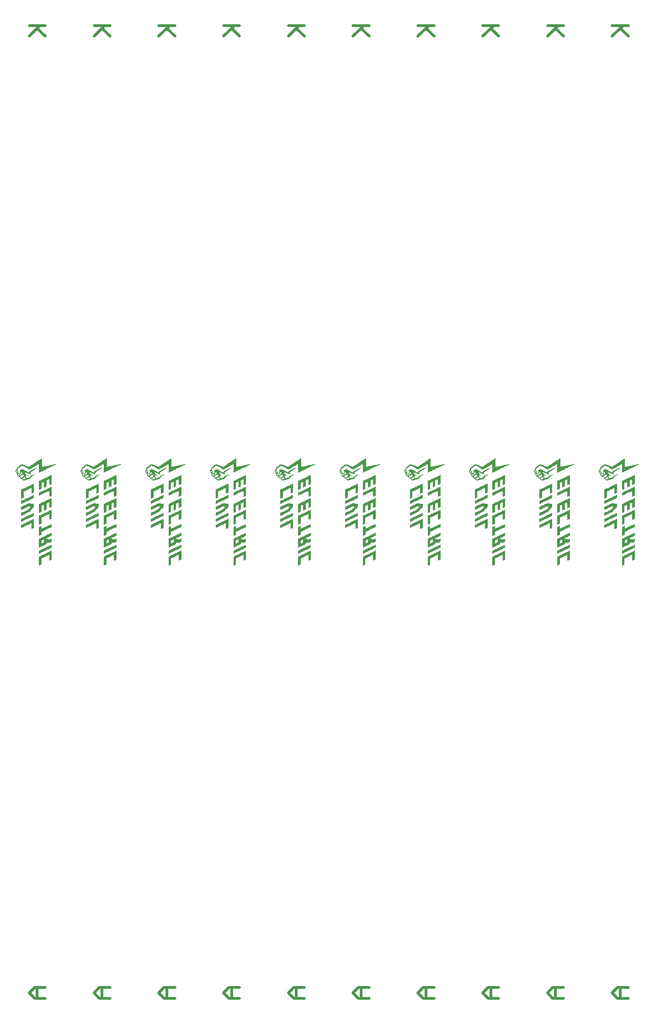
<source format=gbo>
G04*
G04 #@! TF.GenerationSoftware,Altium Limited,Altium Designer,18.1.7 (191)*
G04*
G04 Layer_Color=32896*
%FSLAX44Y44*%
%MOMM*%
G71*
G01*
G75*
%ADD25C,0.5000*%
G36*
X1158353Y1154361D02*
X1158400Y1154314D01*
X1158492Y1154268D01*
X1158631Y1154222D01*
X1158724Y1154175D01*
X1158770Y1154129D01*
Y1138163D01*
X1160390Y1138533D01*
X1161963Y1138857D01*
X1163490Y1139181D01*
X1164971Y1139505D01*
X1166406Y1139783D01*
X1167748Y1140107D01*
X1169090Y1140384D01*
X1170340Y1140662D01*
X1171543Y1140893D01*
X1172700Y1141171D01*
X1173810Y1141403D01*
X1174875Y1141634D01*
X1175893Y1141865D01*
X1176819Y1142050D01*
X1177744Y1142236D01*
X1178577Y1142421D01*
X1179410Y1142606D01*
X1180151Y1142745D01*
X1180845Y1142930D01*
X1181493Y1143069D01*
X1182094Y1143161D01*
X1182603Y1143300D01*
X1183112Y1143392D01*
X1183529Y1143485D01*
X1183945Y1143578D01*
X1184269Y1143670D01*
X1184547Y1143717D01*
X1184779Y1143763D01*
X1184964Y1143809D01*
X1185102D01*
X1185149Y1143855D01*
X1185195D01*
X1185241Y1143624D01*
X1185288Y1143439D01*
Y1143300D01*
X1183344Y1142328D01*
X1181400Y1141403D01*
X1179595Y1140477D01*
X1177790Y1139598D01*
X1176078Y1138765D01*
X1174412Y1137932D01*
X1172839Y1137145D01*
X1171311Y1136358D01*
X1169830Y1135664D01*
X1168442Y1134970D01*
X1167100Y1134322D01*
X1165804Y1133674D01*
X1164555Y1133072D01*
X1163398Y1132517D01*
X1162333Y1131962D01*
X1161269Y1131453D01*
X1160297Y1130990D01*
X1159418Y1130527D01*
X1158585Y1130110D01*
X1157798Y1129740D01*
X1157057Y1129370D01*
X1156410Y1129046D01*
X1155808Y1128768D01*
X1155253Y1128491D01*
X1154790Y1128259D01*
X1154373Y1128074D01*
X1154049Y1127889D01*
X1153772Y1127750D01*
X1153540Y1127658D01*
X1153401Y1127565D01*
X1153309Y1127519D01*
X1153263D01*
Y1143855D01*
X1151550Y1142884D01*
X1149931Y1141958D01*
X1148496Y1141079D01*
X1147802Y1140708D01*
X1147154Y1140338D01*
X1146599Y1140014D01*
X1146089Y1139736D01*
X1145627Y1139459D01*
X1145256Y1139274D01*
X1144979Y1139089D01*
X1144747Y1138950D01*
X1144609Y1138904D01*
X1144562Y1138857D01*
X1143035Y1138024D01*
X1141461Y1137145D01*
X1140027Y1136266D01*
X1139333Y1135895D01*
X1138685Y1135479D01*
X1138083Y1135155D01*
X1137528Y1134831D01*
X1137065Y1134553D01*
X1136649Y1134276D01*
X1136325Y1134090D01*
X1136047Y1133952D01*
X1135908Y1133859D01*
X1135862Y1133813D01*
X1135584Y1133720D01*
X1135353Y1133628D01*
X1135168D01*
X1134936Y1133674D01*
X1134705Y1133766D01*
X1134520Y1133859D01*
X1134473Y1133905D01*
X1133548Y1134461D01*
X1132715Y1134970D01*
X1131928Y1135433D01*
X1131188Y1135849D01*
X1130493Y1136266D01*
X1129892Y1136636D01*
X1129336Y1136960D01*
X1128827Y1137237D01*
X1128365Y1137515D01*
X1127994Y1137747D01*
X1127671Y1137932D01*
X1127393Y1138071D01*
X1127208Y1138209D01*
X1127069Y1138302D01*
X1126976Y1138348D01*
X1126930D01*
X1126606Y1138533D01*
X1126189Y1138718D01*
X1125403Y1139089D01*
X1125033Y1139227D01*
X1124709Y1139320D01*
X1124523Y1139366D01*
X1124431Y1139413D01*
X1123783Y1139644D01*
X1123181Y1139829D01*
X1122626Y1140014D01*
X1122163Y1140107D01*
X1121793Y1140199D01*
X1121469Y1140246D01*
X1121284Y1140292D01*
X1121099D01*
X1120914Y1140246D01*
X1120775Y1140199D01*
X1120729D01*
X1120497Y1140061D01*
X1120451Y1140014D01*
X1119896Y1139551D01*
X1119387Y1139181D01*
X1118970Y1138811D01*
X1118600Y1138533D01*
X1118322Y1138302D01*
X1118091Y1138117D01*
X1117998Y1138024D01*
X1117952Y1137978D01*
X1117535Y1137654D01*
X1117073Y1137284D01*
X1116101Y1136590D01*
X1115638Y1136266D01*
X1115268Y1135988D01*
X1115036Y1135803D01*
X1114944Y1135757D01*
X1114574Y1135479D01*
X1114296Y1135155D01*
X1114064Y1134877D01*
X1113879Y1134553D01*
X1113740Y1134322D01*
X1113648Y1134090D01*
X1113602Y1133952D01*
Y1133905D01*
X1113555Y1133489D01*
Y1133119D01*
X1113602Y1132748D01*
X1113648Y1132424D01*
X1113740Y1132147D01*
X1113787Y1131962D01*
X1113879Y1131823D01*
Y1131777D01*
X1114157Y1131129D01*
X1114388Y1130573D01*
X1114527Y1130342D01*
X1114574Y1130157D01*
X1114666Y1130064D01*
Y1130018D01*
X1114805Y1129648D01*
X1114990Y1129139D01*
X1115175Y1128630D01*
X1115360Y1128074D01*
X1115545Y1127565D01*
X1115684Y1127149D01*
X1115777Y1126825D01*
X1115823Y1126778D01*
Y1126732D01*
X1115916Y1126547D01*
X1116055Y1126408D01*
X1116147Y1126316D01*
X1116193Y1126269D01*
X1116332Y1126177D01*
X1116517Y1126131D01*
X1116656Y1126084D01*
X1117026D01*
X1117350Y1126177D01*
X1117535Y1126316D01*
X1117628Y1126362D01*
X1117952Y1126686D01*
X1118183Y1127056D01*
X1118276Y1127380D01*
X1118322Y1127473D01*
Y1127519D01*
X1118368Y1128028D01*
X1118415Y1128491D01*
Y1130296D01*
X1118368Y1130712D01*
X1118230Y1131545D01*
X1118137Y1131915D01*
X1118091Y1132193D01*
X1118045Y1132378D01*
Y1132471D01*
X1118507Y1132517D01*
X1118970Y1132610D01*
X1119387Y1132702D01*
X1119710Y1132841D01*
X1119988Y1132934D01*
X1120173Y1133026D01*
X1120312Y1133072D01*
X1120358Y1133119D01*
X1120960Y1133674D01*
X1121376Y1134229D01*
X1121515Y1134461D01*
X1121608Y1134600D01*
X1121701Y1134738D01*
Y1134785D01*
X1123320Y1133905D01*
X1124894Y1133119D01*
X1126282Y1132378D01*
X1127624Y1131684D01*
X1128827Y1131036D01*
X1129938Y1130434D01*
X1130956Y1129925D01*
X1131882Y1129463D01*
X1132669Y1129046D01*
X1133363Y1128676D01*
X1133918Y1128398D01*
X1134427Y1128120D01*
X1134797Y1127935D01*
X1135029Y1127797D01*
X1135214Y1127750D01*
X1135260Y1127704D01*
X1135306Y1128213D01*
X1135399Y1128676D01*
X1135445Y1129046D01*
X1135492Y1129324D01*
X1135538Y1129555D01*
X1135584Y1129694D01*
X1135630Y1129787D01*
Y1130018D01*
X1135677Y1130203D01*
X1135723Y1130296D01*
Y1130342D01*
X1135862Y1130481D01*
X1136001Y1130573D01*
X1136093Y1130666D01*
X1136140Y1130712D01*
X1137250Y1131221D01*
X1138315Y1131730D01*
X1139286Y1132193D01*
X1140166Y1132610D01*
X1140906Y1132980D01*
X1141184Y1133165D01*
X1141461Y1133304D01*
X1141647Y1133396D01*
X1141786Y1133489D01*
X1141878Y1133535D01*
X1141924D01*
X1142989Y1134044D01*
X1144007Y1134507D01*
X1144979Y1134970D01*
X1145858Y1135386D01*
X1146599Y1135710D01*
X1146876Y1135849D01*
X1147154Y1135988D01*
X1147385Y1136080D01*
X1147524Y1136173D01*
X1147617Y1136219D01*
X1147663D01*
X1148126Y1136404D01*
X1148542Y1136590D01*
X1148820Y1136682D01*
X1148866Y1136728D01*
X1148912D01*
X1149375Y1136914D01*
X1149792Y1137099D01*
X1150069Y1137237D01*
X1150116Y1137284D01*
X1150162D01*
X1150069Y1137052D01*
X1149977Y1136775D01*
X1149931Y1136590D01*
X1149884Y1136497D01*
X1149745Y1136219D01*
X1149560Y1136034D01*
X1149421Y1135942D01*
X1149375D01*
X1148079Y1135109D01*
X1146876Y1134322D01*
X1145719Y1133581D01*
X1144701Y1132887D01*
X1143729Y1132286D01*
X1142850Y1131684D01*
X1142063Y1131175D01*
X1141323Y1130712D01*
X1140721Y1130296D01*
X1140166Y1129925D01*
X1139703Y1129648D01*
X1139333Y1129370D01*
X1139009Y1129185D01*
X1138824Y1129046D01*
X1138685Y1129000D01*
X1138639Y1128953D01*
X1138361Y1128722D01*
X1138130Y1128537D01*
X1138037Y1128352D01*
X1137991Y1128306D01*
X1137852Y1127935D01*
X1137759Y1127565D01*
X1137667Y1127334D01*
Y1127241D01*
X1137620Y1126593D01*
X1137528Y1126038D01*
X1137482Y1125529D01*
X1137435Y1125112D01*
Y1124835D01*
X1137389Y1124603D01*
Y1124418D01*
X1136278Y1124881D01*
X1135168Y1125297D01*
X1134149Y1125714D01*
X1133270Y1126084D01*
X1132484Y1126408D01*
X1132160Y1126501D01*
X1131882Y1126640D01*
X1131650Y1126686D01*
X1131512Y1126778D01*
X1131419Y1126825D01*
X1131373D01*
X1130308Y1127241D01*
X1129244Y1127658D01*
X1128272Y1128028D01*
X1127393Y1128352D01*
X1126652Y1128630D01*
X1126328Y1128768D01*
X1126097Y1128861D01*
X1125866Y1128953D01*
X1125727Y1129000D01*
X1125634Y1129046D01*
X1125588D01*
Y1128953D01*
X1126421Y1128074D01*
X1127208Y1127288D01*
X1127948Y1126547D01*
X1128596Y1125853D01*
X1129244Y1125205D01*
X1129799Y1124603D01*
X1130308Y1124094D01*
X1130725Y1123632D01*
X1131141Y1123215D01*
X1131512Y1122845D01*
X1131789Y1122521D01*
X1132021Y1122289D01*
X1132206Y1122058D01*
X1132345Y1121919D01*
X1132391Y1121873D01*
X1132437Y1121827D01*
X1132298Y1121688D01*
X1132206Y1121595D01*
X1132160Y1121503D01*
X1131280Y1121873D01*
X1130540Y1122197D01*
X1129892Y1122475D01*
X1129336Y1122706D01*
X1128920Y1122845D01*
X1128642Y1122984D01*
X1128457Y1123030D01*
X1128411Y1123076D01*
X1128689Y1121688D01*
X1128920Y1120438D01*
X1129013Y1119929D01*
X1129105Y1119420D01*
X1129198Y1118957D01*
X1129244Y1118587D01*
X1129336Y1118217D01*
X1129383Y1117893D01*
X1129429Y1117662D01*
X1129475Y1117430D01*
X1129522Y1117291D01*
X1129568Y1117152D01*
Y1117060D01*
X1129614D01*
X1129660Y1117106D01*
X1129892Y1117152D01*
X1130262Y1117291D01*
X1130679Y1117384D01*
X1131095Y1117523D01*
X1131419Y1117662D01*
X1131697Y1117708D01*
X1131743Y1117754D01*
X1131789D01*
X1132576Y1117986D01*
X1133316Y1118217D01*
X1133918Y1118448D01*
X1134427Y1118633D01*
X1134890Y1118772D01*
X1135168Y1118911D01*
X1135399Y1118957D01*
X1135445Y1119004D01*
X1135630Y1119050D01*
X1135677Y1119096D01*
X1135723D01*
X1135908Y1119281D01*
X1135954Y1119374D01*
X1136232Y1119698D01*
X1136463Y1119976D01*
X1136649Y1120161D01*
X1136695Y1120253D01*
X1136973Y1120623D01*
X1137204Y1120901D01*
X1137389Y1121086D01*
X1137482Y1121132D01*
X1137713Y1121364D01*
X1137944Y1121549D01*
X1138083Y1121688D01*
X1138176Y1121734D01*
X1138453Y1121919D01*
X1138685Y1122058D01*
X1138870Y1122151D01*
X1138916Y1122197D01*
X1139842Y1122475D01*
X1140305Y1122613D01*
X1140675Y1122752D01*
X1140999Y1122891D01*
X1141230Y1122984D01*
X1141415Y1123030D01*
X1141461Y1123076D01*
X1142387Y1123400D01*
X1142804Y1123539D01*
X1143174Y1123678D01*
X1143498Y1123817D01*
X1143729Y1123863D01*
X1143914Y1123955D01*
X1143961D01*
X1144377Y1124094D01*
X1144747Y1124141D01*
X1145025Y1124233D01*
X1145118D01*
X1145488Y1124372D01*
X1145858Y1124464D01*
X1146089Y1124557D01*
X1146136Y1124603D01*
X1146182D01*
X1146136Y1124418D01*
X1146089Y1124326D01*
X1146043Y1124233D01*
X1145997D01*
X1145812Y1124094D01*
X1145766Y1124048D01*
X1145719D01*
X1144655Y1123400D01*
X1144192Y1123122D01*
X1143729Y1122845D01*
X1143405Y1122613D01*
X1143128Y1122428D01*
X1142943Y1122336D01*
X1142896Y1122289D01*
X1141878Y1121641D01*
X1141369Y1121364D01*
X1140953Y1121086D01*
X1140629Y1120855D01*
X1140351Y1120670D01*
X1140166Y1120577D01*
X1140119Y1120531D01*
X1139842Y1120392D01*
X1139610Y1120207D01*
X1139472Y1120114D01*
X1139425Y1120068D01*
X1139240Y1119790D01*
X1139055Y1119559D01*
X1138962Y1119420D01*
X1138916Y1119374D01*
X1138592Y1118957D01*
X1138361Y1118587D01*
X1138222Y1118309D01*
X1138176Y1118263D01*
Y1118217D01*
X1137898Y1117800D01*
X1137620Y1117430D01*
X1137435Y1117152D01*
X1137389Y1117106D01*
Y1117060D01*
X1137111Y1116782D01*
X1137065Y1116736D01*
X1137019Y1116690D01*
X1136787Y1116505D01*
X1136602Y1116366D01*
X1136463Y1116319D01*
X1136417Y1116273D01*
X1135538Y1115995D01*
X1134659Y1115718D01*
X1133826Y1115486D01*
X1133085Y1115255D01*
X1132484Y1115116D01*
X1132021Y1114977D01*
X1131836Y1114885D01*
X1131697D01*
X1131650Y1114838D01*
X1131604D01*
X1130679Y1114561D01*
X1129753Y1114237D01*
X1128966Y1113959D01*
X1128226Y1113728D01*
X1127624Y1113543D01*
X1127161Y1113358D01*
X1126976Y1113311D01*
X1126837Y1113265D01*
X1126791Y1113219D01*
X1126745D01*
X1126328Y1113080D01*
X1125912Y1112987D01*
X1125542Y1112941D01*
X1124801D01*
X1124662Y1112987D01*
X1124616D01*
X1124246Y1113126D01*
X1123922Y1113311D01*
X1123274Y1113774D01*
X1123043Y1114006D01*
X1122858Y1114191D01*
X1122719Y1114329D01*
X1122672Y1114376D01*
X1122626Y1114422D01*
X1122580Y1114515D01*
X1122533Y1114607D01*
X1122487Y1114653D01*
X1122256Y1114885D01*
X1122025Y1115116D01*
X1121839Y1115255D01*
X1121793Y1115348D01*
X1121747Y1115394D01*
X1121608Y1115533D01*
X1121469Y1115671D01*
X1121423Y1115718D01*
X1121238Y1115995D01*
X1121099Y1116181D01*
X1121006Y1116366D01*
X1120960Y1116412D01*
X1120821Y1116319D01*
X1120729Y1116273D01*
X1120636D01*
X1120451Y1116181D01*
X1120266D01*
X1120127Y1116227D01*
X1120081Y1116273D01*
X1119988Y1116412D01*
X1119896Y1116458D01*
Y1116505D01*
X1119109Y1117338D01*
X1118692Y1117754D01*
X1118368Y1118078D01*
X1118045Y1118402D01*
X1117813Y1118633D01*
X1117674Y1118772D01*
X1117628Y1118819D01*
X1117212Y1119235D01*
X1116888Y1119559D01*
X1116564Y1119883D01*
X1116332Y1120114D01*
X1116147Y1120299D01*
X1116008Y1120438D01*
X1115962Y1120484D01*
X1115916Y1120531D01*
X1115083D01*
X1114944Y1120577D01*
X1114712Y1120623D01*
X1114666Y1120670D01*
X1114527Y1120762D01*
X1114388Y1120947D01*
X1114157Y1121410D01*
X1114064Y1121641D01*
X1113972Y1121827D01*
X1113879Y1121965D01*
Y1122012D01*
X1113509Y1122752D01*
X1113232Y1123400D01*
X1113139Y1123678D01*
X1113046Y1123863D01*
X1113000Y1124002D01*
Y1124048D01*
X1112722Y1124835D01*
X1112537Y1125205D01*
X1112399Y1125529D01*
X1112306Y1125760D01*
X1112213Y1125992D01*
X1112121Y1126131D01*
Y1126177D01*
X1111797Y1126825D01*
X1111473Y1127380D01*
X1111380Y1127565D01*
X1111242Y1127750D01*
X1111195Y1127843D01*
X1111149Y1127889D01*
X1110779Y1128537D01*
X1110501Y1129139D01*
X1110362Y1129370D01*
X1110270Y1129555D01*
X1110177Y1129694D01*
Y1129740D01*
X1109992Y1130203D01*
X1109946Y1130573D01*
X1109899Y1130897D01*
Y1131314D01*
X1109946Y1131591D01*
X1110038Y1131823D01*
X1110316Y1132193D01*
X1110594Y1132424D01*
X1110640Y1132471D01*
X1110686D01*
X1110918Y1132563D01*
X1111103Y1132610D01*
X1111380Y1132748D01*
X1111519Y1132887D01*
X1111565Y1132934D01*
X1111612Y1133072D01*
X1111658Y1133211D01*
X1111704Y1133581D01*
X1111751Y1133859D01*
Y1133998D01*
X1111797Y1134600D01*
X1111889Y1135109D01*
X1111936Y1135294D01*
X1111982Y1135433D01*
X1112028Y1135525D01*
Y1135571D01*
X1112213Y1136080D01*
X1112445Y1136451D01*
X1112630Y1136728D01*
X1112676Y1136775D01*
X1112722Y1136821D01*
X1113324Y1137376D01*
X1113926Y1137885D01*
X1114435Y1138348D01*
X1114944Y1138718D01*
X1115314Y1139042D01*
X1115638Y1139320D01*
X1115823Y1139459D01*
X1115916Y1139505D01*
X1116471Y1139922D01*
X1117026Y1140384D01*
X1117535Y1140801D01*
X1117998Y1141217D01*
X1118415Y1141588D01*
X1118739Y1141865D01*
X1118924Y1142050D01*
X1119016Y1142143D01*
X1119387Y1142421D01*
X1119710Y1142606D01*
X1119988Y1142745D01*
X1120034Y1142791D01*
X1120081D01*
X1120451Y1142976D01*
X1120821Y1143022D01*
X1121238D01*
X1121932Y1142884D01*
X1122487Y1142745D01*
X1122950Y1142698D01*
X1123320Y1142606D01*
X1123598Y1142560D01*
X1123783Y1142513D01*
X1123922D01*
X1124246Y1142467D01*
X1124616Y1142328D01*
X1125449Y1142097D01*
X1125819Y1141958D01*
X1126097Y1141819D01*
X1126282Y1141773D01*
X1126375Y1141727D01*
X1126421D01*
X1126514Y1141680D01*
X1126652Y1141634D01*
X1126837Y1141541D01*
X1127300Y1141356D01*
X1127809Y1141125D01*
X1128318Y1140940D01*
X1128781Y1140755D01*
X1128966Y1140662D01*
X1129105Y1140616D01*
X1129198Y1140570D01*
X1129244D01*
X1130262Y1140153D01*
X1131188Y1139736D01*
X1131974Y1139459D01*
X1132622Y1139181D01*
X1133131Y1138996D01*
X1133502Y1138857D01*
X1133733Y1138811D01*
X1133826Y1138765D01*
X1134011Y1138672D01*
X1134196Y1138626D01*
X1134659D01*
X1134844Y1138672D01*
X1134936Y1138718D01*
X1134983Y1138765D01*
X1137158Y1140246D01*
X1139240Y1141634D01*
X1140258Y1142328D01*
X1141184Y1142976D01*
X1142110Y1143578D01*
X1142943Y1144133D01*
X1143729Y1144688D01*
X1144470Y1145151D01*
X1145071Y1145568D01*
X1145580Y1145938D01*
X1146043Y1146216D01*
X1146321Y1146401D01*
X1146552Y1146540D01*
X1146599Y1146586D01*
X1148774Y1148067D01*
X1150856Y1149501D01*
X1151874Y1150149D01*
X1152846Y1150797D01*
X1153772Y1151399D01*
X1154605Y1152000D01*
X1155391Y1152510D01*
X1156132Y1152972D01*
X1156734Y1153389D01*
X1157289Y1153759D01*
X1157705Y1154037D01*
X1158029Y1154222D01*
X1158261Y1154361D01*
X1158307Y1154407D01*
X1158353Y1154361D01*
D02*
G37*
G36*
X1038353D02*
X1038400Y1154314D01*
X1038492Y1154268D01*
X1038631Y1154222D01*
X1038724Y1154175D01*
X1038770Y1154129D01*
Y1138163D01*
X1040390Y1138533D01*
X1041963Y1138857D01*
X1043490Y1139181D01*
X1044971Y1139505D01*
X1046406Y1139783D01*
X1047748Y1140107D01*
X1049090Y1140384D01*
X1050340Y1140662D01*
X1051543Y1140893D01*
X1052700Y1141171D01*
X1053810Y1141403D01*
X1054875Y1141634D01*
X1055893Y1141865D01*
X1056819Y1142050D01*
X1057744Y1142236D01*
X1058577Y1142421D01*
X1059410Y1142606D01*
X1060151Y1142745D01*
X1060845Y1142930D01*
X1061493Y1143069D01*
X1062094Y1143161D01*
X1062603Y1143300D01*
X1063112Y1143392D01*
X1063529Y1143485D01*
X1063945Y1143578D01*
X1064269Y1143670D01*
X1064547Y1143717D01*
X1064779Y1143763D01*
X1064964Y1143809D01*
X1065102D01*
X1065149Y1143855D01*
X1065195D01*
X1065241Y1143624D01*
X1065288Y1143439D01*
Y1143300D01*
X1063344Y1142328D01*
X1061400Y1141403D01*
X1059595Y1140477D01*
X1057790Y1139598D01*
X1056078Y1138765D01*
X1054412Y1137932D01*
X1052839Y1137145D01*
X1051311Y1136358D01*
X1049830Y1135664D01*
X1048442Y1134970D01*
X1047100Y1134322D01*
X1045804Y1133674D01*
X1044555Y1133072D01*
X1043398Y1132517D01*
X1042333Y1131962D01*
X1041269Y1131453D01*
X1040297Y1130990D01*
X1039418Y1130527D01*
X1038585Y1130110D01*
X1037798Y1129740D01*
X1037057Y1129370D01*
X1036410Y1129046D01*
X1035808Y1128768D01*
X1035253Y1128491D01*
X1034790Y1128259D01*
X1034373Y1128074D01*
X1034049Y1127889D01*
X1033772Y1127750D01*
X1033540Y1127658D01*
X1033401Y1127565D01*
X1033309Y1127519D01*
X1033263D01*
Y1143855D01*
X1031550Y1142884D01*
X1029931Y1141958D01*
X1028496Y1141079D01*
X1027802Y1140708D01*
X1027154Y1140338D01*
X1026599Y1140014D01*
X1026089Y1139736D01*
X1025627Y1139459D01*
X1025256Y1139274D01*
X1024979Y1139089D01*
X1024747Y1138950D01*
X1024609Y1138904D01*
X1024562Y1138857D01*
X1023035Y1138024D01*
X1021462Y1137145D01*
X1020027Y1136266D01*
X1019333Y1135895D01*
X1018685Y1135479D01*
X1018083Y1135155D01*
X1017528Y1134831D01*
X1017065Y1134553D01*
X1016649Y1134276D01*
X1016325Y1134090D01*
X1016047Y1133952D01*
X1015908Y1133859D01*
X1015862Y1133813D01*
X1015584Y1133720D01*
X1015353Y1133628D01*
X1015168D01*
X1014936Y1133674D01*
X1014705Y1133766D01*
X1014520Y1133859D01*
X1014473Y1133905D01*
X1013548Y1134461D01*
X1012715Y1134970D01*
X1011928Y1135433D01*
X1011188Y1135849D01*
X1010493Y1136266D01*
X1009892Y1136636D01*
X1009336Y1136960D01*
X1008827Y1137237D01*
X1008365Y1137515D01*
X1007994Y1137747D01*
X1007671Y1137932D01*
X1007393Y1138071D01*
X1007208Y1138209D01*
X1007069Y1138302D01*
X1006976Y1138348D01*
X1006930D01*
X1006606Y1138533D01*
X1006190Y1138718D01*
X1005403Y1139089D01*
X1005033Y1139227D01*
X1004709Y1139320D01*
X1004523Y1139366D01*
X1004431Y1139413D01*
X1003783Y1139644D01*
X1003181Y1139829D01*
X1002626Y1140014D01*
X1002163Y1140107D01*
X1001793Y1140199D01*
X1001469Y1140246D01*
X1001284Y1140292D01*
X1001099D01*
X1000914Y1140246D01*
X1000775Y1140199D01*
X1000729D01*
X1000497Y1140061D01*
X1000451Y1140014D01*
X999896Y1139551D01*
X999387Y1139181D01*
X998970Y1138811D01*
X998600Y1138533D01*
X998322Y1138302D01*
X998091Y1138117D01*
X997998Y1138024D01*
X997952Y1137978D01*
X997535Y1137654D01*
X997073Y1137284D01*
X996101Y1136590D01*
X995638Y1136266D01*
X995268Y1135988D01*
X995036Y1135803D01*
X994944Y1135757D01*
X994574Y1135479D01*
X994296Y1135155D01*
X994064Y1134877D01*
X993879Y1134553D01*
X993741Y1134322D01*
X993648Y1134090D01*
X993602Y1133952D01*
Y1133905D01*
X993555Y1133489D01*
Y1133119D01*
X993602Y1132748D01*
X993648Y1132424D01*
X993741Y1132147D01*
X993787Y1131962D01*
X993879Y1131823D01*
Y1131777D01*
X994157Y1131129D01*
X994389Y1130573D01*
X994527Y1130342D01*
X994574Y1130157D01*
X994666Y1130064D01*
Y1130018D01*
X994805Y1129648D01*
X994990Y1129139D01*
X995175Y1128630D01*
X995360Y1128074D01*
X995545Y1127565D01*
X995684Y1127149D01*
X995777Y1126825D01*
X995823Y1126778D01*
Y1126732D01*
X995916Y1126547D01*
X996055Y1126408D01*
X996147Y1126316D01*
X996193Y1126269D01*
X996332Y1126177D01*
X996517Y1126131D01*
X996656Y1126084D01*
X997026D01*
X997350Y1126177D01*
X997535Y1126316D01*
X997628Y1126362D01*
X997952Y1126686D01*
X998183Y1127056D01*
X998276Y1127380D01*
X998322Y1127473D01*
Y1127519D01*
X998368Y1128028D01*
X998415Y1128491D01*
Y1130296D01*
X998368Y1130712D01*
X998230Y1131545D01*
X998137Y1131915D01*
X998091Y1132193D01*
X998045Y1132378D01*
Y1132471D01*
X998507Y1132517D01*
X998970Y1132610D01*
X999387Y1132702D01*
X999710Y1132841D01*
X999988Y1132934D01*
X1000173Y1133026D01*
X1000312Y1133072D01*
X1000358Y1133119D01*
X1000960Y1133674D01*
X1001377Y1134229D01*
X1001515Y1134461D01*
X1001608Y1134600D01*
X1001701Y1134738D01*
Y1134785D01*
X1003320Y1133905D01*
X1004894Y1133119D01*
X1006282Y1132378D01*
X1007624Y1131684D01*
X1008827Y1131036D01*
X1009938Y1130434D01*
X1010956Y1129925D01*
X1011882Y1129463D01*
X1012669Y1129046D01*
X1013363Y1128676D01*
X1013918Y1128398D01*
X1014427Y1128120D01*
X1014797Y1127935D01*
X1015029Y1127797D01*
X1015214Y1127750D01*
X1015260Y1127704D01*
X1015306Y1128213D01*
X1015399Y1128676D01*
X1015445Y1129046D01*
X1015492Y1129324D01*
X1015538Y1129555D01*
X1015584Y1129694D01*
X1015630Y1129787D01*
Y1130018D01*
X1015677Y1130203D01*
X1015723Y1130296D01*
Y1130342D01*
X1015862Y1130481D01*
X1016001Y1130573D01*
X1016093Y1130666D01*
X1016140Y1130712D01*
X1017250Y1131221D01*
X1018315Y1131730D01*
X1019286Y1132193D01*
X1020166Y1132610D01*
X1020906Y1132980D01*
X1021184Y1133165D01*
X1021462Y1133304D01*
X1021647Y1133396D01*
X1021786Y1133489D01*
X1021878Y1133535D01*
X1021924D01*
X1022989Y1134044D01*
X1024007Y1134507D01*
X1024979Y1134970D01*
X1025858Y1135386D01*
X1026599Y1135710D01*
X1026876Y1135849D01*
X1027154Y1135988D01*
X1027385Y1136080D01*
X1027524Y1136173D01*
X1027617Y1136219D01*
X1027663D01*
X1028126Y1136404D01*
X1028542Y1136590D01*
X1028820Y1136682D01*
X1028866Y1136728D01*
X1028912D01*
X1029375Y1136914D01*
X1029792Y1137099D01*
X1030069Y1137237D01*
X1030116Y1137284D01*
X1030162D01*
X1030069Y1137052D01*
X1029977Y1136775D01*
X1029931Y1136590D01*
X1029884Y1136497D01*
X1029745Y1136219D01*
X1029560Y1136034D01*
X1029421Y1135942D01*
X1029375D01*
X1028079Y1135109D01*
X1026876Y1134322D01*
X1025719Y1133581D01*
X1024701Y1132887D01*
X1023729Y1132286D01*
X1022850Y1131684D01*
X1022063Y1131175D01*
X1021323Y1130712D01*
X1020721Y1130296D01*
X1020166Y1129925D01*
X1019703Y1129648D01*
X1019333Y1129370D01*
X1019009Y1129185D01*
X1018824Y1129046D01*
X1018685Y1129000D01*
X1018639Y1128953D01*
X1018361Y1128722D01*
X1018130Y1128537D01*
X1018037Y1128352D01*
X1017991Y1128306D01*
X1017852Y1127935D01*
X1017759Y1127565D01*
X1017667Y1127334D01*
Y1127241D01*
X1017620Y1126593D01*
X1017528Y1126038D01*
X1017482Y1125529D01*
X1017435Y1125112D01*
Y1124835D01*
X1017389Y1124603D01*
Y1124418D01*
X1016278Y1124881D01*
X1015168Y1125297D01*
X1014149Y1125714D01*
X1013270Y1126084D01*
X1012484Y1126408D01*
X1012160Y1126501D01*
X1011882Y1126640D01*
X1011650Y1126686D01*
X1011512Y1126778D01*
X1011419Y1126825D01*
X1011373D01*
X1010308Y1127241D01*
X1009244Y1127658D01*
X1008272Y1128028D01*
X1007393Y1128352D01*
X1006652Y1128630D01*
X1006328Y1128768D01*
X1006097Y1128861D01*
X1005866Y1128953D01*
X1005727Y1129000D01*
X1005634Y1129046D01*
X1005588D01*
Y1128953D01*
X1006421Y1128074D01*
X1007208Y1127288D01*
X1007948Y1126547D01*
X1008596Y1125853D01*
X1009244Y1125205D01*
X1009799Y1124603D01*
X1010308Y1124094D01*
X1010725Y1123632D01*
X1011141Y1123215D01*
X1011512Y1122845D01*
X1011789Y1122521D01*
X1012021Y1122289D01*
X1012206Y1122058D01*
X1012345Y1121919D01*
X1012391Y1121873D01*
X1012437Y1121827D01*
X1012298Y1121688D01*
X1012206Y1121595D01*
X1012160Y1121503D01*
X1011280Y1121873D01*
X1010540Y1122197D01*
X1009892Y1122475D01*
X1009336Y1122706D01*
X1008920Y1122845D01*
X1008642Y1122984D01*
X1008457Y1123030D01*
X1008411Y1123076D01*
X1008689Y1121688D01*
X1008920Y1120438D01*
X1009013Y1119929D01*
X1009105Y1119420D01*
X1009198Y1118957D01*
X1009244Y1118587D01*
X1009336Y1118217D01*
X1009383Y1117893D01*
X1009429Y1117662D01*
X1009475Y1117430D01*
X1009522Y1117291D01*
X1009568Y1117152D01*
Y1117060D01*
X1009614D01*
X1009660Y1117106D01*
X1009892Y1117152D01*
X1010262Y1117291D01*
X1010679Y1117384D01*
X1011095Y1117523D01*
X1011419Y1117662D01*
X1011697Y1117708D01*
X1011743Y1117754D01*
X1011789D01*
X1012576Y1117986D01*
X1013316Y1118217D01*
X1013918Y1118448D01*
X1014427Y1118633D01*
X1014890Y1118772D01*
X1015168Y1118911D01*
X1015399Y1118957D01*
X1015445Y1119004D01*
X1015630Y1119050D01*
X1015677Y1119096D01*
X1015723D01*
X1015908Y1119281D01*
X1015954Y1119374D01*
X1016232Y1119698D01*
X1016463Y1119976D01*
X1016649Y1120161D01*
X1016695Y1120253D01*
X1016973Y1120623D01*
X1017204Y1120901D01*
X1017389Y1121086D01*
X1017482Y1121132D01*
X1017713Y1121364D01*
X1017944Y1121549D01*
X1018083Y1121688D01*
X1018176Y1121734D01*
X1018453Y1121919D01*
X1018685Y1122058D01*
X1018870Y1122151D01*
X1018916Y1122197D01*
X1019842Y1122475D01*
X1020305Y1122613D01*
X1020675Y1122752D01*
X1020999Y1122891D01*
X1021230Y1122984D01*
X1021415Y1123030D01*
X1021462Y1123076D01*
X1022387Y1123400D01*
X1022804Y1123539D01*
X1023174Y1123678D01*
X1023498Y1123817D01*
X1023729Y1123863D01*
X1023914Y1123955D01*
X1023961D01*
X1024377Y1124094D01*
X1024747Y1124141D01*
X1025025Y1124233D01*
X1025118D01*
X1025488Y1124372D01*
X1025858Y1124464D01*
X1026089Y1124557D01*
X1026136Y1124603D01*
X1026182D01*
X1026136Y1124418D01*
X1026089Y1124326D01*
X1026043Y1124233D01*
X1025997D01*
X1025812Y1124094D01*
X1025766Y1124048D01*
X1025719D01*
X1024655Y1123400D01*
X1024192Y1123122D01*
X1023729Y1122845D01*
X1023405Y1122613D01*
X1023128Y1122428D01*
X1022943Y1122336D01*
X1022896Y1122289D01*
X1021878Y1121641D01*
X1021369Y1121364D01*
X1020953Y1121086D01*
X1020629Y1120855D01*
X1020351Y1120670D01*
X1020166Y1120577D01*
X1020119Y1120531D01*
X1019842Y1120392D01*
X1019610Y1120207D01*
X1019472Y1120114D01*
X1019425Y1120068D01*
X1019240Y1119790D01*
X1019055Y1119559D01*
X1018962Y1119420D01*
X1018916Y1119374D01*
X1018592Y1118957D01*
X1018361Y1118587D01*
X1018222Y1118309D01*
X1018176Y1118263D01*
Y1118217D01*
X1017898Y1117800D01*
X1017620Y1117430D01*
X1017435Y1117152D01*
X1017389Y1117106D01*
Y1117060D01*
X1017111Y1116782D01*
X1017065Y1116736D01*
X1017019Y1116690D01*
X1016787Y1116505D01*
X1016602Y1116366D01*
X1016463Y1116319D01*
X1016417Y1116273D01*
X1015538Y1115995D01*
X1014659Y1115718D01*
X1013826Y1115486D01*
X1013085Y1115255D01*
X1012484Y1115116D01*
X1012021Y1114977D01*
X1011836Y1114885D01*
X1011697D01*
X1011650Y1114838D01*
X1011604D01*
X1010679Y1114561D01*
X1009753Y1114237D01*
X1008966Y1113959D01*
X1008226Y1113728D01*
X1007624Y1113543D01*
X1007161Y1113358D01*
X1006976Y1113311D01*
X1006837Y1113265D01*
X1006791Y1113219D01*
X1006745D01*
X1006328Y1113080D01*
X1005912Y1112987D01*
X1005542Y1112941D01*
X1004801D01*
X1004662Y1112987D01*
X1004616D01*
X1004246Y1113126D01*
X1003922Y1113311D01*
X1003274Y1113774D01*
X1003043Y1114006D01*
X1002858Y1114191D01*
X1002719Y1114329D01*
X1002672Y1114376D01*
X1002626Y1114422D01*
X1002580Y1114515D01*
X1002533Y1114607D01*
X1002487Y1114653D01*
X1002256Y1114885D01*
X1002025Y1115116D01*
X1001839Y1115255D01*
X1001793Y1115348D01*
X1001747Y1115394D01*
X1001608Y1115533D01*
X1001469Y1115671D01*
X1001423Y1115718D01*
X1001238Y1115995D01*
X1001099Y1116181D01*
X1001006Y1116366D01*
X1000960Y1116412D01*
X1000821Y1116319D01*
X1000729Y1116273D01*
X1000636D01*
X1000451Y1116181D01*
X1000266D01*
X1000127Y1116227D01*
X1000081Y1116273D01*
X999988Y1116412D01*
X999896Y1116458D01*
Y1116505D01*
X999109Y1117338D01*
X998692Y1117754D01*
X998368Y1118078D01*
X998045Y1118402D01*
X997813Y1118633D01*
X997674Y1118772D01*
X997628Y1118819D01*
X997212Y1119235D01*
X996888Y1119559D01*
X996564Y1119883D01*
X996332Y1120114D01*
X996147Y1120299D01*
X996008Y1120438D01*
X995962Y1120484D01*
X995916Y1120531D01*
X995083D01*
X994944Y1120577D01*
X994712Y1120623D01*
X994666Y1120670D01*
X994527Y1120762D01*
X994389Y1120947D01*
X994157Y1121410D01*
X994064Y1121641D01*
X993972Y1121827D01*
X993879Y1121965D01*
Y1122012D01*
X993509Y1122752D01*
X993232Y1123400D01*
X993139Y1123678D01*
X993046Y1123863D01*
X993000Y1124002D01*
Y1124048D01*
X992722Y1124835D01*
X992537Y1125205D01*
X992399Y1125529D01*
X992306Y1125760D01*
X992213Y1125992D01*
X992121Y1126131D01*
Y1126177D01*
X991797Y1126825D01*
X991473Y1127380D01*
X991380Y1127565D01*
X991242Y1127750D01*
X991195Y1127843D01*
X991149Y1127889D01*
X990779Y1128537D01*
X990501Y1129139D01*
X990362Y1129370D01*
X990270Y1129555D01*
X990177Y1129694D01*
Y1129740D01*
X989992Y1130203D01*
X989946Y1130573D01*
X989899Y1130897D01*
Y1131314D01*
X989946Y1131591D01*
X990038Y1131823D01*
X990316Y1132193D01*
X990594Y1132424D01*
X990640Y1132471D01*
X990686D01*
X990918Y1132563D01*
X991103Y1132610D01*
X991380Y1132748D01*
X991519Y1132887D01*
X991565Y1132934D01*
X991612Y1133072D01*
X991658Y1133211D01*
X991704Y1133581D01*
X991751Y1133859D01*
Y1133998D01*
X991797Y1134600D01*
X991889Y1135109D01*
X991936Y1135294D01*
X991982Y1135433D01*
X992028Y1135525D01*
Y1135571D01*
X992213Y1136080D01*
X992445Y1136451D01*
X992630Y1136728D01*
X992676Y1136775D01*
X992722Y1136821D01*
X993324Y1137376D01*
X993926Y1137885D01*
X994435Y1138348D01*
X994944Y1138718D01*
X995314Y1139042D01*
X995638Y1139320D01*
X995823Y1139459D01*
X995916Y1139505D01*
X996471Y1139922D01*
X997026Y1140384D01*
X997535Y1140801D01*
X997998Y1141217D01*
X998415Y1141588D01*
X998739Y1141865D01*
X998924Y1142050D01*
X999016Y1142143D01*
X999387Y1142421D01*
X999710Y1142606D01*
X999988Y1142745D01*
X1000034Y1142791D01*
X1000081D01*
X1000451Y1142976D01*
X1000821Y1143022D01*
X1001238D01*
X1001932Y1142884D01*
X1002487Y1142745D01*
X1002950Y1142698D01*
X1003320Y1142606D01*
X1003598Y1142560D01*
X1003783Y1142513D01*
X1003922D01*
X1004246Y1142467D01*
X1004616Y1142328D01*
X1005449Y1142097D01*
X1005819Y1141958D01*
X1006097Y1141819D01*
X1006282Y1141773D01*
X1006375Y1141727D01*
X1006421D01*
X1006514Y1141680D01*
X1006652Y1141634D01*
X1006837Y1141541D01*
X1007300Y1141356D01*
X1007809Y1141125D01*
X1008318Y1140940D01*
X1008781Y1140755D01*
X1008966Y1140662D01*
X1009105Y1140616D01*
X1009198Y1140570D01*
X1009244D01*
X1010262Y1140153D01*
X1011188Y1139736D01*
X1011974Y1139459D01*
X1012622Y1139181D01*
X1013131Y1138996D01*
X1013502Y1138857D01*
X1013733Y1138811D01*
X1013826Y1138765D01*
X1014011Y1138672D01*
X1014196Y1138626D01*
X1014659D01*
X1014844Y1138672D01*
X1014936Y1138718D01*
X1014983Y1138765D01*
X1017158Y1140246D01*
X1019240Y1141634D01*
X1020258Y1142328D01*
X1021184Y1142976D01*
X1022110Y1143578D01*
X1022943Y1144133D01*
X1023729Y1144688D01*
X1024470Y1145151D01*
X1025071Y1145568D01*
X1025580Y1145938D01*
X1026043Y1146216D01*
X1026321Y1146401D01*
X1026552Y1146540D01*
X1026599Y1146586D01*
X1028774Y1148067D01*
X1030856Y1149501D01*
X1031874Y1150149D01*
X1032846Y1150797D01*
X1033772Y1151399D01*
X1034605Y1152000D01*
X1035391Y1152510D01*
X1036132Y1152972D01*
X1036734Y1153389D01*
X1037289Y1153759D01*
X1037705Y1154037D01*
X1038029Y1154222D01*
X1038261Y1154361D01*
X1038307Y1154407D01*
X1038353Y1154361D01*
D02*
G37*
G36*
X918353D02*
X918400Y1154314D01*
X918492Y1154268D01*
X918631Y1154222D01*
X918724Y1154175D01*
X918770Y1154129D01*
Y1138163D01*
X920390Y1138533D01*
X921963Y1138857D01*
X923490Y1139181D01*
X924971Y1139505D01*
X926406Y1139783D01*
X927748Y1140107D01*
X929090Y1140384D01*
X930340Y1140662D01*
X931543Y1140893D01*
X932700Y1141171D01*
X933811Y1141403D01*
X934875Y1141634D01*
X935893Y1141865D01*
X936819Y1142050D01*
X937744Y1142236D01*
X938577Y1142421D01*
X939410Y1142606D01*
X940151Y1142745D01*
X940845Y1142930D01*
X941493Y1143069D01*
X942094Y1143161D01*
X942603Y1143300D01*
X943112Y1143392D01*
X943529Y1143485D01*
X943945Y1143578D01*
X944269Y1143670D01*
X944547Y1143717D01*
X944779Y1143763D01*
X944964Y1143809D01*
X945102D01*
X945149Y1143855D01*
X945195D01*
X945241Y1143624D01*
X945288Y1143439D01*
Y1143300D01*
X943344Y1142328D01*
X941400Y1141403D01*
X939595Y1140477D01*
X937790Y1139598D01*
X936078Y1138765D01*
X934412Y1137932D01*
X932839Y1137145D01*
X931311Y1136358D01*
X929830Y1135664D01*
X928442Y1134970D01*
X927100Y1134322D01*
X925804Y1133674D01*
X924555Y1133072D01*
X923398Y1132517D01*
X922333Y1131962D01*
X921269Y1131453D01*
X920297Y1130990D01*
X919418Y1130527D01*
X918585Y1130110D01*
X917798Y1129740D01*
X917057Y1129370D01*
X916410Y1129046D01*
X915808Y1128768D01*
X915253Y1128491D01*
X914790Y1128259D01*
X914373Y1128074D01*
X914049Y1127889D01*
X913772Y1127750D01*
X913540Y1127658D01*
X913401Y1127565D01*
X913309Y1127519D01*
X913263D01*
Y1143855D01*
X911550Y1142884D01*
X909931Y1141958D01*
X908496Y1141079D01*
X907802Y1140708D01*
X907154Y1140338D01*
X906599Y1140014D01*
X906089Y1139736D01*
X905627Y1139459D01*
X905256Y1139274D01*
X904979Y1139089D01*
X904747Y1138950D01*
X904609Y1138904D01*
X904562Y1138857D01*
X903035Y1138024D01*
X901462Y1137145D01*
X900027Y1136266D01*
X899333Y1135895D01*
X898685Y1135479D01*
X898083Y1135155D01*
X897528Y1134831D01*
X897065Y1134553D01*
X896649Y1134276D01*
X896325Y1134090D01*
X896047Y1133952D01*
X895908Y1133859D01*
X895862Y1133813D01*
X895584Y1133720D01*
X895353Y1133628D01*
X895168D01*
X894936Y1133674D01*
X894705Y1133766D01*
X894520Y1133859D01*
X894473Y1133905D01*
X893548Y1134461D01*
X892715Y1134970D01*
X891928Y1135433D01*
X891188Y1135849D01*
X890493Y1136266D01*
X889892Y1136636D01*
X889336Y1136960D01*
X888828Y1137237D01*
X888365Y1137515D01*
X887994Y1137747D01*
X887671Y1137932D01*
X887393Y1138071D01*
X887208Y1138209D01*
X887069Y1138302D01*
X886976Y1138348D01*
X886930D01*
X886606Y1138533D01*
X886190Y1138718D01*
X885403Y1139089D01*
X885033Y1139227D01*
X884709Y1139320D01*
X884523Y1139366D01*
X884431Y1139413D01*
X883783Y1139644D01*
X883181Y1139829D01*
X882626Y1140014D01*
X882163Y1140107D01*
X881793Y1140199D01*
X881469Y1140246D01*
X881284Y1140292D01*
X881099D01*
X880914Y1140246D01*
X880775Y1140199D01*
X880729D01*
X880497Y1140061D01*
X880451Y1140014D01*
X879896Y1139551D01*
X879387Y1139181D01*
X878970Y1138811D01*
X878600Y1138533D01*
X878322Y1138302D01*
X878091Y1138117D01*
X877998Y1138024D01*
X877952Y1137978D01*
X877535Y1137654D01*
X877073Y1137284D01*
X876101Y1136590D01*
X875638Y1136266D01*
X875268Y1135988D01*
X875036Y1135803D01*
X874944Y1135757D01*
X874574Y1135479D01*
X874296Y1135155D01*
X874064Y1134877D01*
X873879Y1134553D01*
X873741Y1134322D01*
X873648Y1134090D01*
X873602Y1133952D01*
Y1133905D01*
X873556Y1133489D01*
Y1133119D01*
X873602Y1132748D01*
X873648Y1132424D01*
X873741Y1132147D01*
X873787Y1131962D01*
X873879Y1131823D01*
Y1131777D01*
X874157Y1131129D01*
X874389Y1130573D01*
X874527Y1130342D01*
X874574Y1130157D01*
X874666Y1130064D01*
Y1130018D01*
X874805Y1129648D01*
X874990Y1129139D01*
X875175Y1128630D01*
X875360Y1128074D01*
X875545Y1127565D01*
X875684Y1127149D01*
X875777Y1126825D01*
X875823Y1126778D01*
Y1126732D01*
X875916Y1126547D01*
X876055Y1126408D01*
X876147Y1126316D01*
X876193Y1126269D01*
X876332Y1126177D01*
X876517Y1126131D01*
X876656Y1126084D01*
X877026D01*
X877350Y1126177D01*
X877535Y1126316D01*
X877628Y1126362D01*
X877952Y1126686D01*
X878183Y1127056D01*
X878276Y1127380D01*
X878322Y1127473D01*
Y1127519D01*
X878368Y1128028D01*
X878415Y1128491D01*
Y1130296D01*
X878368Y1130712D01*
X878230Y1131545D01*
X878137Y1131915D01*
X878091Y1132193D01*
X878045Y1132378D01*
Y1132471D01*
X878507Y1132517D01*
X878970Y1132610D01*
X879387Y1132702D01*
X879710Y1132841D01*
X879988Y1132934D01*
X880173Y1133026D01*
X880312Y1133072D01*
X880358Y1133119D01*
X880960Y1133674D01*
X881377Y1134229D01*
X881515Y1134461D01*
X881608Y1134600D01*
X881701Y1134738D01*
Y1134785D01*
X883320Y1133905D01*
X884894Y1133119D01*
X886282Y1132378D01*
X887624Y1131684D01*
X888828Y1131036D01*
X889938Y1130434D01*
X890956Y1129925D01*
X891882Y1129463D01*
X892669Y1129046D01*
X893363Y1128676D01*
X893918Y1128398D01*
X894427Y1128120D01*
X894797Y1127935D01*
X895029Y1127797D01*
X895214Y1127750D01*
X895260Y1127704D01*
X895306Y1128213D01*
X895399Y1128676D01*
X895445Y1129046D01*
X895492Y1129324D01*
X895538Y1129555D01*
X895584Y1129694D01*
X895630Y1129787D01*
Y1130018D01*
X895677Y1130203D01*
X895723Y1130296D01*
Y1130342D01*
X895862Y1130481D01*
X896001Y1130573D01*
X896093Y1130666D01*
X896140Y1130712D01*
X897250Y1131221D01*
X898315Y1131730D01*
X899286Y1132193D01*
X900166Y1132610D01*
X900906Y1132980D01*
X901184Y1133165D01*
X901462Y1133304D01*
X901647Y1133396D01*
X901786Y1133489D01*
X901878Y1133535D01*
X901924D01*
X902989Y1134044D01*
X904007Y1134507D01*
X904979Y1134970D01*
X905858Y1135386D01*
X906599Y1135710D01*
X906876Y1135849D01*
X907154Y1135988D01*
X907385Y1136080D01*
X907524Y1136173D01*
X907617Y1136219D01*
X907663D01*
X908126Y1136404D01*
X908542Y1136590D01*
X908820Y1136682D01*
X908866Y1136728D01*
X908913D01*
X909375Y1136914D01*
X909792Y1137099D01*
X910069Y1137237D01*
X910116Y1137284D01*
X910162D01*
X910069Y1137052D01*
X909977Y1136775D01*
X909931Y1136590D01*
X909884Y1136497D01*
X909745Y1136219D01*
X909560Y1136034D01*
X909421Y1135942D01*
X909375D01*
X908079Y1135109D01*
X906876Y1134322D01*
X905719Y1133581D01*
X904701Y1132887D01*
X903729Y1132286D01*
X902850Y1131684D01*
X902063Y1131175D01*
X901323Y1130712D01*
X900721Y1130296D01*
X900166Y1129925D01*
X899703Y1129648D01*
X899333Y1129370D01*
X899009Y1129185D01*
X898824Y1129046D01*
X898685Y1129000D01*
X898639Y1128953D01*
X898361Y1128722D01*
X898130Y1128537D01*
X898037Y1128352D01*
X897991Y1128306D01*
X897852Y1127935D01*
X897759Y1127565D01*
X897667Y1127334D01*
Y1127241D01*
X897620Y1126593D01*
X897528Y1126038D01*
X897482Y1125529D01*
X897435Y1125112D01*
Y1124835D01*
X897389Y1124603D01*
Y1124418D01*
X896278Y1124881D01*
X895168Y1125297D01*
X894149Y1125714D01*
X893270Y1126084D01*
X892484Y1126408D01*
X892160Y1126501D01*
X891882Y1126640D01*
X891650Y1126686D01*
X891512Y1126778D01*
X891419Y1126825D01*
X891373D01*
X890308Y1127241D01*
X889244Y1127658D01*
X888272Y1128028D01*
X887393Y1128352D01*
X886652Y1128630D01*
X886328Y1128768D01*
X886097Y1128861D01*
X885866Y1128953D01*
X885727Y1129000D01*
X885634Y1129046D01*
X885588D01*
Y1128953D01*
X886421Y1128074D01*
X887208Y1127288D01*
X887948Y1126547D01*
X888596Y1125853D01*
X889244Y1125205D01*
X889799Y1124603D01*
X890308Y1124094D01*
X890725Y1123632D01*
X891141Y1123215D01*
X891512Y1122845D01*
X891789Y1122521D01*
X892021Y1122289D01*
X892206Y1122058D01*
X892345Y1121919D01*
X892391Y1121873D01*
X892437Y1121827D01*
X892298Y1121688D01*
X892206Y1121595D01*
X892160Y1121503D01*
X891280Y1121873D01*
X890540Y1122197D01*
X889892Y1122475D01*
X889336Y1122706D01*
X888920Y1122845D01*
X888642Y1122984D01*
X888457Y1123030D01*
X888411Y1123076D01*
X888689Y1121688D01*
X888920Y1120438D01*
X889013Y1119929D01*
X889105Y1119420D01*
X889198Y1118957D01*
X889244Y1118587D01*
X889336Y1118217D01*
X889383Y1117893D01*
X889429Y1117662D01*
X889475Y1117430D01*
X889522Y1117291D01*
X889568Y1117152D01*
Y1117060D01*
X889614D01*
X889660Y1117106D01*
X889892Y1117152D01*
X890262Y1117291D01*
X890679Y1117384D01*
X891095Y1117523D01*
X891419Y1117662D01*
X891697Y1117708D01*
X891743Y1117754D01*
X891789D01*
X892576Y1117986D01*
X893316Y1118217D01*
X893918Y1118448D01*
X894427Y1118633D01*
X894890Y1118772D01*
X895168Y1118911D01*
X895399Y1118957D01*
X895445Y1119004D01*
X895630Y1119050D01*
X895677Y1119096D01*
X895723D01*
X895908Y1119281D01*
X895954Y1119374D01*
X896232Y1119698D01*
X896463Y1119976D01*
X896649Y1120161D01*
X896695Y1120253D01*
X896973Y1120623D01*
X897204Y1120901D01*
X897389Y1121086D01*
X897482Y1121132D01*
X897713Y1121364D01*
X897944Y1121549D01*
X898083Y1121688D01*
X898176Y1121734D01*
X898453Y1121919D01*
X898685Y1122058D01*
X898870Y1122151D01*
X898916Y1122197D01*
X899842Y1122475D01*
X900305Y1122613D01*
X900675Y1122752D01*
X900999Y1122891D01*
X901230Y1122984D01*
X901415Y1123030D01*
X901462Y1123076D01*
X902387Y1123400D01*
X902804Y1123539D01*
X903174Y1123678D01*
X903498Y1123817D01*
X903729Y1123863D01*
X903914Y1123955D01*
X903961D01*
X904377Y1124094D01*
X904747Y1124141D01*
X905025Y1124233D01*
X905118D01*
X905488Y1124372D01*
X905858Y1124464D01*
X906089Y1124557D01*
X906136Y1124603D01*
X906182D01*
X906136Y1124418D01*
X906089Y1124326D01*
X906043Y1124233D01*
X905997D01*
X905812Y1124094D01*
X905766Y1124048D01*
X905719D01*
X904655Y1123400D01*
X904192Y1123122D01*
X903729Y1122845D01*
X903405Y1122613D01*
X903128Y1122428D01*
X902943Y1122336D01*
X902896Y1122289D01*
X901878Y1121641D01*
X901369Y1121364D01*
X900953Y1121086D01*
X900629Y1120855D01*
X900351Y1120670D01*
X900166Y1120577D01*
X900119Y1120531D01*
X899842Y1120392D01*
X899610Y1120207D01*
X899472Y1120114D01*
X899425Y1120068D01*
X899240Y1119790D01*
X899055Y1119559D01*
X898962Y1119420D01*
X898916Y1119374D01*
X898592Y1118957D01*
X898361Y1118587D01*
X898222Y1118309D01*
X898176Y1118263D01*
Y1118217D01*
X897898Y1117800D01*
X897620Y1117430D01*
X897435Y1117152D01*
X897389Y1117106D01*
Y1117060D01*
X897111Y1116782D01*
X897065Y1116736D01*
X897019Y1116690D01*
X896787Y1116505D01*
X896602Y1116366D01*
X896463Y1116319D01*
X896417Y1116273D01*
X895538Y1115995D01*
X894659Y1115718D01*
X893826Y1115486D01*
X893085Y1115255D01*
X892484Y1115116D01*
X892021Y1114977D01*
X891836Y1114885D01*
X891697D01*
X891650Y1114838D01*
X891604D01*
X890679Y1114561D01*
X889753Y1114237D01*
X888966Y1113959D01*
X888226Y1113728D01*
X887624Y1113543D01*
X887161Y1113358D01*
X886976Y1113311D01*
X886837Y1113265D01*
X886791Y1113219D01*
X886745D01*
X886328Y1113080D01*
X885912Y1112987D01*
X885542Y1112941D01*
X884801D01*
X884662Y1112987D01*
X884616D01*
X884246Y1113126D01*
X883922Y1113311D01*
X883274Y1113774D01*
X883043Y1114006D01*
X882858Y1114191D01*
X882719Y1114329D01*
X882672Y1114376D01*
X882626Y1114422D01*
X882580Y1114515D01*
X882533Y1114607D01*
X882487Y1114653D01*
X882256Y1114885D01*
X882025Y1115116D01*
X881839Y1115255D01*
X881793Y1115348D01*
X881747Y1115394D01*
X881608Y1115533D01*
X881469Y1115671D01*
X881423Y1115718D01*
X881238Y1115995D01*
X881099Y1116181D01*
X881006Y1116366D01*
X880960Y1116412D01*
X880821Y1116319D01*
X880729Y1116273D01*
X880636D01*
X880451Y1116181D01*
X880266D01*
X880127Y1116227D01*
X880081Y1116273D01*
X879988Y1116412D01*
X879896Y1116458D01*
Y1116505D01*
X879109Y1117338D01*
X878692Y1117754D01*
X878368Y1118078D01*
X878045Y1118402D01*
X877813Y1118633D01*
X877674Y1118772D01*
X877628Y1118819D01*
X877212Y1119235D01*
X876888Y1119559D01*
X876564Y1119883D01*
X876332Y1120114D01*
X876147Y1120299D01*
X876008Y1120438D01*
X875962Y1120484D01*
X875916Y1120531D01*
X875083D01*
X874944Y1120577D01*
X874712Y1120623D01*
X874666Y1120670D01*
X874527Y1120762D01*
X874389Y1120947D01*
X874157Y1121410D01*
X874064Y1121641D01*
X873972Y1121827D01*
X873879Y1121965D01*
Y1122012D01*
X873509Y1122752D01*
X873232Y1123400D01*
X873139Y1123678D01*
X873046Y1123863D01*
X873000Y1124002D01*
Y1124048D01*
X872722Y1124835D01*
X872537Y1125205D01*
X872399Y1125529D01*
X872306Y1125760D01*
X872213Y1125992D01*
X872121Y1126131D01*
Y1126177D01*
X871797Y1126825D01*
X871473Y1127380D01*
X871380Y1127565D01*
X871242Y1127750D01*
X871195Y1127843D01*
X871149Y1127889D01*
X870779Y1128537D01*
X870501Y1129139D01*
X870362Y1129370D01*
X870270Y1129555D01*
X870177Y1129694D01*
Y1129740D01*
X869992Y1130203D01*
X869946Y1130573D01*
X869899Y1130897D01*
Y1131314D01*
X869946Y1131591D01*
X870038Y1131823D01*
X870316Y1132193D01*
X870594Y1132424D01*
X870640Y1132471D01*
X870686D01*
X870918Y1132563D01*
X871103Y1132610D01*
X871380Y1132748D01*
X871519Y1132887D01*
X871565Y1132934D01*
X871612Y1133072D01*
X871658Y1133211D01*
X871704Y1133581D01*
X871751Y1133859D01*
Y1133998D01*
X871797Y1134600D01*
X871889Y1135109D01*
X871936Y1135294D01*
X871982Y1135433D01*
X872028Y1135525D01*
Y1135571D01*
X872213Y1136080D01*
X872445Y1136451D01*
X872630Y1136728D01*
X872676Y1136775D01*
X872722Y1136821D01*
X873324Y1137376D01*
X873926Y1137885D01*
X874435Y1138348D01*
X874944Y1138718D01*
X875314Y1139042D01*
X875638Y1139320D01*
X875823Y1139459D01*
X875916Y1139505D01*
X876471Y1139922D01*
X877026Y1140384D01*
X877535Y1140801D01*
X877998Y1141217D01*
X878415Y1141588D01*
X878739Y1141865D01*
X878924Y1142050D01*
X879016Y1142143D01*
X879387Y1142421D01*
X879710Y1142606D01*
X879988Y1142745D01*
X880034Y1142791D01*
X880081D01*
X880451Y1142976D01*
X880821Y1143022D01*
X881238D01*
X881932Y1142884D01*
X882487Y1142745D01*
X882950Y1142698D01*
X883320Y1142606D01*
X883598Y1142560D01*
X883783Y1142513D01*
X883922D01*
X884246Y1142467D01*
X884616Y1142328D01*
X885449Y1142097D01*
X885819Y1141958D01*
X886097Y1141819D01*
X886282Y1141773D01*
X886375Y1141727D01*
X886421D01*
X886514Y1141680D01*
X886652Y1141634D01*
X886837Y1141541D01*
X887300Y1141356D01*
X887809Y1141125D01*
X888318Y1140940D01*
X888781Y1140755D01*
X888966Y1140662D01*
X889105Y1140616D01*
X889198Y1140570D01*
X889244D01*
X890262Y1140153D01*
X891188Y1139736D01*
X891974Y1139459D01*
X892622Y1139181D01*
X893131Y1138996D01*
X893502Y1138857D01*
X893733Y1138811D01*
X893826Y1138765D01*
X894011Y1138672D01*
X894196Y1138626D01*
X894659D01*
X894844Y1138672D01*
X894936Y1138718D01*
X894983Y1138765D01*
X897158Y1140246D01*
X899240Y1141634D01*
X900258Y1142328D01*
X901184Y1142976D01*
X902110Y1143578D01*
X902943Y1144133D01*
X903729Y1144688D01*
X904470Y1145151D01*
X905071Y1145568D01*
X905580Y1145938D01*
X906043Y1146216D01*
X906321Y1146401D01*
X906552Y1146540D01*
X906599Y1146586D01*
X908774Y1148067D01*
X910856Y1149501D01*
X911874Y1150149D01*
X912846Y1150797D01*
X913772Y1151399D01*
X914605Y1152000D01*
X915391Y1152510D01*
X916132Y1152972D01*
X916734Y1153389D01*
X917289Y1153759D01*
X917705Y1154037D01*
X918029Y1154222D01*
X918261Y1154361D01*
X918307Y1154407D01*
X918353Y1154361D01*
D02*
G37*
G36*
X798353D02*
X798400Y1154314D01*
X798492Y1154268D01*
X798631Y1154222D01*
X798724Y1154175D01*
X798770Y1154129D01*
Y1138163D01*
X800390Y1138533D01*
X801963Y1138857D01*
X803490Y1139181D01*
X804971Y1139505D01*
X806406Y1139783D01*
X807748Y1140107D01*
X809090Y1140384D01*
X810340Y1140662D01*
X811543Y1140893D01*
X812700Y1141171D01*
X813811Y1141403D01*
X814875Y1141634D01*
X815893Y1141865D01*
X816819Y1142050D01*
X817744Y1142236D01*
X818577Y1142421D01*
X819410Y1142606D01*
X820151Y1142745D01*
X820845Y1142930D01*
X821493Y1143069D01*
X822094Y1143161D01*
X822603Y1143300D01*
X823112Y1143392D01*
X823529Y1143485D01*
X823945Y1143578D01*
X824269Y1143670D01*
X824547Y1143717D01*
X824779Y1143763D01*
X824964Y1143809D01*
X825102D01*
X825149Y1143855D01*
X825195D01*
X825241Y1143624D01*
X825288Y1143439D01*
Y1143300D01*
X823344Y1142328D01*
X821400Y1141403D01*
X819595Y1140477D01*
X817790Y1139598D01*
X816078Y1138765D01*
X814412Y1137932D01*
X812839Y1137145D01*
X811311Y1136358D01*
X809830Y1135664D01*
X808442Y1134970D01*
X807100Y1134322D01*
X805804Y1133674D01*
X804555Y1133072D01*
X803398Y1132517D01*
X802333Y1131962D01*
X801269Y1131453D01*
X800297Y1130990D01*
X799418Y1130527D01*
X798585Y1130110D01*
X797798Y1129740D01*
X797057Y1129370D01*
X796410Y1129046D01*
X795808Y1128768D01*
X795253Y1128491D01*
X794790Y1128259D01*
X794373Y1128074D01*
X794049Y1127889D01*
X793772Y1127750D01*
X793540Y1127658D01*
X793401Y1127565D01*
X793309Y1127519D01*
X793263D01*
Y1143855D01*
X791550Y1142884D01*
X789931Y1141958D01*
X788496Y1141079D01*
X787802Y1140708D01*
X787154Y1140338D01*
X786599Y1140014D01*
X786089Y1139736D01*
X785627Y1139459D01*
X785256Y1139274D01*
X784979Y1139089D01*
X784747Y1138950D01*
X784609Y1138904D01*
X784562Y1138857D01*
X783035Y1138024D01*
X781462Y1137145D01*
X780027Y1136266D01*
X779333Y1135895D01*
X778685Y1135479D01*
X778083Y1135155D01*
X777528Y1134831D01*
X777065Y1134553D01*
X776649Y1134276D01*
X776325Y1134090D01*
X776047Y1133952D01*
X775908Y1133859D01*
X775862Y1133813D01*
X775584Y1133720D01*
X775353Y1133628D01*
X775168D01*
X774936Y1133674D01*
X774705Y1133766D01*
X774520Y1133859D01*
X774473Y1133905D01*
X773548Y1134461D01*
X772715Y1134970D01*
X771928Y1135433D01*
X771188Y1135849D01*
X770493Y1136266D01*
X769892Y1136636D01*
X769336Y1136960D01*
X768828Y1137237D01*
X768365Y1137515D01*
X767995Y1137747D01*
X767671Y1137932D01*
X767393Y1138071D01*
X767208Y1138209D01*
X767069Y1138302D01*
X766976Y1138348D01*
X766930D01*
X766606Y1138533D01*
X766190Y1138718D01*
X765403Y1139089D01*
X765033Y1139227D01*
X764709Y1139320D01*
X764523Y1139366D01*
X764431Y1139413D01*
X763783Y1139644D01*
X763182Y1139829D01*
X762626Y1140014D01*
X762163Y1140107D01*
X761793Y1140199D01*
X761469Y1140246D01*
X761284Y1140292D01*
X761099D01*
X760914Y1140246D01*
X760775Y1140199D01*
X760729D01*
X760497Y1140061D01*
X760451Y1140014D01*
X759896Y1139551D01*
X759387Y1139181D01*
X758970Y1138811D01*
X758600Y1138533D01*
X758322Y1138302D01*
X758091Y1138117D01*
X757998Y1138024D01*
X757952Y1137978D01*
X757535Y1137654D01*
X757073Y1137284D01*
X756101Y1136590D01*
X755638Y1136266D01*
X755268Y1135988D01*
X755036Y1135803D01*
X754944Y1135757D01*
X754574Y1135479D01*
X754296Y1135155D01*
X754064Y1134877D01*
X753879Y1134553D01*
X753741Y1134322D01*
X753648Y1134090D01*
X753602Y1133952D01*
Y1133905D01*
X753556Y1133489D01*
Y1133119D01*
X753602Y1132748D01*
X753648Y1132424D01*
X753741Y1132147D01*
X753787Y1131962D01*
X753879Y1131823D01*
Y1131777D01*
X754157Y1131129D01*
X754389Y1130573D01*
X754527Y1130342D01*
X754574Y1130157D01*
X754666Y1130064D01*
Y1130018D01*
X754805Y1129648D01*
X754990Y1129139D01*
X755175Y1128630D01*
X755360Y1128074D01*
X755546Y1127565D01*
X755684Y1127149D01*
X755777Y1126825D01*
X755823Y1126778D01*
Y1126732D01*
X755916Y1126547D01*
X756055Y1126408D01*
X756147Y1126316D01*
X756193Y1126269D01*
X756332Y1126177D01*
X756517Y1126131D01*
X756656Y1126084D01*
X757026D01*
X757350Y1126177D01*
X757535Y1126316D01*
X757628Y1126362D01*
X757952Y1126686D01*
X758183Y1127056D01*
X758276Y1127380D01*
X758322Y1127473D01*
Y1127519D01*
X758369Y1128028D01*
X758415Y1128491D01*
Y1130296D01*
X758369Y1130712D01*
X758230Y1131545D01*
X758137Y1131915D01*
X758091Y1132193D01*
X758045Y1132378D01*
Y1132471D01*
X758507Y1132517D01*
X758970Y1132610D01*
X759387Y1132702D01*
X759710Y1132841D01*
X759988Y1132934D01*
X760173Y1133026D01*
X760312Y1133072D01*
X760358Y1133119D01*
X760960Y1133674D01*
X761377Y1134229D01*
X761515Y1134461D01*
X761608Y1134600D01*
X761701Y1134738D01*
Y1134785D01*
X763320Y1133905D01*
X764894Y1133119D01*
X766282Y1132378D01*
X767624Y1131684D01*
X768828Y1131036D01*
X769938Y1130434D01*
X770956Y1129925D01*
X771882Y1129463D01*
X772669Y1129046D01*
X773363Y1128676D01*
X773918Y1128398D01*
X774427Y1128120D01*
X774797Y1127935D01*
X775029Y1127797D01*
X775214Y1127750D01*
X775260Y1127704D01*
X775306Y1128213D01*
X775399Y1128676D01*
X775445Y1129046D01*
X775492Y1129324D01*
X775538Y1129555D01*
X775584Y1129694D01*
X775630Y1129787D01*
Y1130018D01*
X775677Y1130203D01*
X775723Y1130296D01*
Y1130342D01*
X775862Y1130481D01*
X776001Y1130573D01*
X776093Y1130666D01*
X776140Y1130712D01*
X777250Y1131221D01*
X778315Y1131730D01*
X779286Y1132193D01*
X780166Y1132610D01*
X780906Y1132980D01*
X781184Y1133165D01*
X781462Y1133304D01*
X781647Y1133396D01*
X781786Y1133489D01*
X781878Y1133535D01*
X781924D01*
X782989Y1134044D01*
X784007Y1134507D01*
X784979Y1134970D01*
X785858Y1135386D01*
X786599Y1135710D01*
X786876Y1135849D01*
X787154Y1135988D01*
X787385Y1136080D01*
X787524Y1136173D01*
X787617Y1136219D01*
X787663D01*
X788126Y1136404D01*
X788542Y1136590D01*
X788820Y1136682D01*
X788866Y1136728D01*
X788913D01*
X789375Y1136914D01*
X789792Y1137099D01*
X790069Y1137237D01*
X790116Y1137284D01*
X790162D01*
X790069Y1137052D01*
X789977Y1136775D01*
X789931Y1136590D01*
X789884Y1136497D01*
X789745Y1136219D01*
X789560Y1136034D01*
X789421Y1135942D01*
X789375D01*
X788079Y1135109D01*
X786876Y1134322D01*
X785719Y1133581D01*
X784701Y1132887D01*
X783729Y1132286D01*
X782850Y1131684D01*
X782063Y1131175D01*
X781323Y1130712D01*
X780721Y1130296D01*
X780166Y1129925D01*
X779703Y1129648D01*
X779333Y1129370D01*
X779009Y1129185D01*
X778824Y1129046D01*
X778685Y1129000D01*
X778639Y1128953D01*
X778361Y1128722D01*
X778130Y1128537D01*
X778037Y1128352D01*
X777991Y1128306D01*
X777852Y1127935D01*
X777759Y1127565D01*
X777667Y1127334D01*
Y1127241D01*
X777620Y1126593D01*
X777528Y1126038D01*
X777482Y1125529D01*
X777435Y1125112D01*
Y1124835D01*
X777389Y1124603D01*
Y1124418D01*
X776278Y1124881D01*
X775168Y1125297D01*
X774149Y1125714D01*
X773270Y1126084D01*
X772484Y1126408D01*
X772160Y1126501D01*
X771882Y1126640D01*
X771650Y1126686D01*
X771512Y1126778D01*
X771419Y1126825D01*
X771373D01*
X770308Y1127241D01*
X769244Y1127658D01*
X768272Y1128028D01*
X767393Y1128352D01*
X766652Y1128630D01*
X766328Y1128768D01*
X766097Y1128861D01*
X765866Y1128953D01*
X765727Y1129000D01*
X765634Y1129046D01*
X765588D01*
Y1128953D01*
X766421Y1128074D01*
X767208Y1127288D01*
X767948Y1126547D01*
X768596Y1125853D01*
X769244Y1125205D01*
X769799Y1124603D01*
X770308Y1124094D01*
X770725Y1123632D01*
X771141Y1123215D01*
X771512Y1122845D01*
X771789Y1122521D01*
X772021Y1122289D01*
X772206Y1122058D01*
X772345Y1121919D01*
X772391Y1121873D01*
X772437Y1121827D01*
X772298Y1121688D01*
X772206Y1121595D01*
X772160Y1121503D01*
X771280Y1121873D01*
X770540Y1122197D01*
X769892Y1122475D01*
X769336Y1122706D01*
X768920Y1122845D01*
X768642Y1122984D01*
X768457Y1123030D01*
X768411Y1123076D01*
X768689Y1121688D01*
X768920Y1120438D01*
X769013Y1119929D01*
X769105Y1119420D01*
X769198Y1118957D01*
X769244Y1118587D01*
X769336Y1118217D01*
X769383Y1117893D01*
X769429Y1117662D01*
X769475Y1117430D01*
X769522Y1117291D01*
X769568Y1117152D01*
Y1117060D01*
X769614D01*
X769660Y1117106D01*
X769892Y1117152D01*
X770262Y1117291D01*
X770679Y1117384D01*
X771095Y1117523D01*
X771419Y1117662D01*
X771697Y1117708D01*
X771743Y1117754D01*
X771789D01*
X772576Y1117986D01*
X773316Y1118217D01*
X773918Y1118448D01*
X774427Y1118633D01*
X774890Y1118772D01*
X775168Y1118911D01*
X775399Y1118957D01*
X775445Y1119004D01*
X775630Y1119050D01*
X775677Y1119096D01*
X775723D01*
X775908Y1119281D01*
X775954Y1119374D01*
X776232Y1119698D01*
X776463Y1119976D01*
X776649Y1120161D01*
X776695Y1120253D01*
X776973Y1120623D01*
X777204Y1120901D01*
X777389Y1121086D01*
X777482Y1121132D01*
X777713Y1121364D01*
X777944Y1121549D01*
X778083Y1121688D01*
X778176Y1121734D01*
X778454Y1121919D01*
X778685Y1122058D01*
X778870Y1122151D01*
X778916Y1122197D01*
X779842Y1122475D01*
X780305Y1122613D01*
X780675Y1122752D01*
X780999Y1122891D01*
X781230Y1122984D01*
X781415Y1123030D01*
X781462Y1123076D01*
X782387Y1123400D01*
X782804Y1123539D01*
X783174Y1123678D01*
X783498Y1123817D01*
X783729Y1123863D01*
X783914Y1123955D01*
X783961D01*
X784377Y1124094D01*
X784747Y1124141D01*
X785025Y1124233D01*
X785118D01*
X785488Y1124372D01*
X785858Y1124464D01*
X786089Y1124557D01*
X786136Y1124603D01*
X786182D01*
X786136Y1124418D01*
X786089Y1124326D01*
X786043Y1124233D01*
X785997D01*
X785812Y1124094D01*
X785766Y1124048D01*
X785719D01*
X784655Y1123400D01*
X784192Y1123122D01*
X783729Y1122845D01*
X783405Y1122613D01*
X783128Y1122428D01*
X782943Y1122336D01*
X782896Y1122289D01*
X781878Y1121641D01*
X781369Y1121364D01*
X780953Y1121086D01*
X780629Y1120855D01*
X780351Y1120670D01*
X780166Y1120577D01*
X780119Y1120531D01*
X779842Y1120392D01*
X779610Y1120207D01*
X779472Y1120114D01*
X779425Y1120068D01*
X779240Y1119790D01*
X779055Y1119559D01*
X778962Y1119420D01*
X778916Y1119374D01*
X778592Y1118957D01*
X778361Y1118587D01*
X778222Y1118309D01*
X778176Y1118263D01*
Y1118217D01*
X777898Y1117800D01*
X777620Y1117430D01*
X777435Y1117152D01*
X777389Y1117106D01*
Y1117060D01*
X777111Y1116782D01*
X777065Y1116736D01*
X777019Y1116690D01*
X776787Y1116505D01*
X776602Y1116366D01*
X776463Y1116319D01*
X776417Y1116273D01*
X775538Y1115995D01*
X774659Y1115718D01*
X773826Y1115486D01*
X773085Y1115255D01*
X772484Y1115116D01*
X772021Y1114977D01*
X771836Y1114885D01*
X771697D01*
X771650Y1114838D01*
X771604D01*
X770679Y1114561D01*
X769753Y1114237D01*
X768966Y1113959D01*
X768226Y1113728D01*
X767624Y1113543D01*
X767161Y1113358D01*
X766976Y1113311D01*
X766837Y1113265D01*
X766791Y1113219D01*
X766745D01*
X766328Y1113080D01*
X765912Y1112987D01*
X765542Y1112941D01*
X764801D01*
X764662Y1112987D01*
X764616D01*
X764246Y1113126D01*
X763922Y1113311D01*
X763274Y1113774D01*
X763043Y1114006D01*
X762858Y1114191D01*
X762719Y1114329D01*
X762672Y1114376D01*
X762626Y1114422D01*
X762580Y1114515D01*
X762534Y1114607D01*
X762487Y1114653D01*
X762256Y1114885D01*
X762025Y1115116D01*
X761839Y1115255D01*
X761793Y1115348D01*
X761747Y1115394D01*
X761608Y1115533D01*
X761469Y1115671D01*
X761423Y1115718D01*
X761238Y1115995D01*
X761099Y1116181D01*
X761006Y1116366D01*
X760960Y1116412D01*
X760821Y1116319D01*
X760729Y1116273D01*
X760636D01*
X760451Y1116181D01*
X760266D01*
X760127Y1116227D01*
X760081Y1116273D01*
X759988Y1116412D01*
X759896Y1116458D01*
Y1116505D01*
X759109Y1117338D01*
X758692Y1117754D01*
X758369Y1118078D01*
X758045Y1118402D01*
X757813Y1118633D01*
X757674Y1118772D01*
X757628Y1118819D01*
X757212Y1119235D01*
X756888Y1119559D01*
X756564Y1119883D01*
X756332Y1120114D01*
X756147Y1120299D01*
X756008Y1120438D01*
X755962Y1120484D01*
X755916Y1120531D01*
X755083D01*
X754944Y1120577D01*
X754712Y1120623D01*
X754666Y1120670D01*
X754527Y1120762D01*
X754389Y1120947D01*
X754157Y1121410D01*
X754064Y1121641D01*
X753972Y1121827D01*
X753879Y1121965D01*
Y1122012D01*
X753509Y1122752D01*
X753232Y1123400D01*
X753139Y1123678D01*
X753046Y1123863D01*
X753000Y1124002D01*
Y1124048D01*
X752722Y1124835D01*
X752537Y1125205D01*
X752399Y1125529D01*
X752306Y1125760D01*
X752213Y1125992D01*
X752121Y1126131D01*
Y1126177D01*
X751797Y1126825D01*
X751473Y1127380D01*
X751380Y1127565D01*
X751242Y1127750D01*
X751195Y1127843D01*
X751149Y1127889D01*
X750779Y1128537D01*
X750501Y1129139D01*
X750362Y1129370D01*
X750270Y1129555D01*
X750177Y1129694D01*
Y1129740D01*
X749992Y1130203D01*
X749946Y1130573D01*
X749899Y1130897D01*
Y1131314D01*
X749946Y1131591D01*
X750038Y1131823D01*
X750316Y1132193D01*
X750594Y1132424D01*
X750640Y1132471D01*
X750686D01*
X750918Y1132563D01*
X751103Y1132610D01*
X751380Y1132748D01*
X751519Y1132887D01*
X751565Y1132934D01*
X751612Y1133072D01*
X751658Y1133211D01*
X751704Y1133581D01*
X751751Y1133859D01*
Y1133998D01*
X751797Y1134600D01*
X751889Y1135109D01*
X751936Y1135294D01*
X751982Y1135433D01*
X752028Y1135525D01*
Y1135571D01*
X752213Y1136080D01*
X752445Y1136451D01*
X752630Y1136728D01*
X752676Y1136775D01*
X752722Y1136821D01*
X753324Y1137376D01*
X753926Y1137885D01*
X754435Y1138348D01*
X754944Y1138718D01*
X755314Y1139042D01*
X755638Y1139320D01*
X755823Y1139459D01*
X755916Y1139505D01*
X756471Y1139922D01*
X757026Y1140384D01*
X757535Y1140801D01*
X757998Y1141217D01*
X758415Y1141588D01*
X758739Y1141865D01*
X758924Y1142050D01*
X759016Y1142143D01*
X759387Y1142421D01*
X759710Y1142606D01*
X759988Y1142745D01*
X760034Y1142791D01*
X760081D01*
X760451Y1142976D01*
X760821Y1143022D01*
X761238D01*
X761932Y1142884D01*
X762487Y1142745D01*
X762950Y1142698D01*
X763320Y1142606D01*
X763598Y1142560D01*
X763783Y1142513D01*
X763922D01*
X764246Y1142467D01*
X764616Y1142328D01*
X765449Y1142097D01*
X765819Y1141958D01*
X766097Y1141819D01*
X766282Y1141773D01*
X766375Y1141727D01*
X766421D01*
X766514Y1141680D01*
X766652Y1141634D01*
X766837Y1141541D01*
X767300Y1141356D01*
X767809Y1141125D01*
X768318Y1140940D01*
X768781Y1140755D01*
X768966Y1140662D01*
X769105Y1140616D01*
X769198Y1140570D01*
X769244D01*
X770262Y1140153D01*
X771188Y1139736D01*
X771974Y1139459D01*
X772622Y1139181D01*
X773131Y1138996D01*
X773502Y1138857D01*
X773733Y1138811D01*
X773826Y1138765D01*
X774011Y1138672D01*
X774196Y1138626D01*
X774659D01*
X774844Y1138672D01*
X774936Y1138718D01*
X774983Y1138765D01*
X777158Y1140246D01*
X779240Y1141634D01*
X780258Y1142328D01*
X781184Y1142976D01*
X782110Y1143578D01*
X782943Y1144133D01*
X783729Y1144688D01*
X784470Y1145151D01*
X785071Y1145568D01*
X785580Y1145938D01*
X786043Y1146216D01*
X786321Y1146401D01*
X786552Y1146540D01*
X786599Y1146586D01*
X788774Y1148067D01*
X790856Y1149501D01*
X791874Y1150149D01*
X792846Y1150797D01*
X793772Y1151399D01*
X794605Y1152000D01*
X795391Y1152510D01*
X796132Y1152972D01*
X796734Y1153389D01*
X797289Y1153759D01*
X797705Y1154037D01*
X798029Y1154222D01*
X798261Y1154361D01*
X798307Y1154407D01*
X798353Y1154361D01*
D02*
G37*
G36*
X678353D02*
X678400Y1154314D01*
X678492Y1154268D01*
X678631Y1154222D01*
X678724Y1154175D01*
X678770Y1154129D01*
Y1138163D01*
X680390Y1138533D01*
X681963Y1138857D01*
X683490Y1139181D01*
X684971Y1139505D01*
X686406Y1139783D01*
X687748Y1140107D01*
X689090Y1140384D01*
X690340Y1140662D01*
X691543Y1140893D01*
X692700Y1141171D01*
X693811Y1141403D01*
X694875Y1141634D01*
X695893Y1141865D01*
X696819Y1142050D01*
X697744Y1142236D01*
X698577Y1142421D01*
X699410Y1142606D01*
X700151Y1142745D01*
X700845Y1142930D01*
X701493Y1143069D01*
X702094Y1143161D01*
X702603Y1143300D01*
X703112Y1143392D01*
X703529Y1143485D01*
X703945Y1143578D01*
X704269Y1143670D01*
X704547Y1143717D01*
X704779Y1143763D01*
X704964Y1143809D01*
X705102D01*
X705149Y1143855D01*
X705195D01*
X705241Y1143624D01*
X705288Y1143439D01*
Y1143300D01*
X703344Y1142328D01*
X701400Y1141403D01*
X699595Y1140477D01*
X697791Y1139598D01*
X696078Y1138765D01*
X694412Y1137932D01*
X692839Y1137145D01*
X691311Y1136358D01*
X689830Y1135664D01*
X688442Y1134970D01*
X687100Y1134322D01*
X685804Y1133674D01*
X684555Y1133072D01*
X683398Y1132517D01*
X682333Y1131962D01*
X681269Y1131453D01*
X680297Y1130990D01*
X679418Y1130527D01*
X678585Y1130110D01*
X677798Y1129740D01*
X677057Y1129370D01*
X676410Y1129046D01*
X675808Y1128768D01*
X675253Y1128491D01*
X674790Y1128259D01*
X674373Y1128074D01*
X674049Y1127889D01*
X673772Y1127750D01*
X673540Y1127658D01*
X673401Y1127565D01*
X673309Y1127519D01*
X673263D01*
Y1143855D01*
X671550Y1142884D01*
X669931Y1141958D01*
X668496Y1141079D01*
X667802Y1140708D01*
X667154Y1140338D01*
X666599Y1140014D01*
X666089Y1139736D01*
X665627Y1139459D01*
X665257Y1139274D01*
X664979Y1139089D01*
X664747Y1138950D01*
X664609Y1138904D01*
X664562Y1138857D01*
X663035Y1138024D01*
X661462Y1137145D01*
X660027Y1136266D01*
X659333Y1135895D01*
X658685Y1135479D01*
X658083Y1135155D01*
X657528Y1134831D01*
X657065Y1134553D01*
X656649Y1134276D01*
X656325Y1134090D01*
X656047Y1133952D01*
X655908Y1133859D01*
X655862Y1133813D01*
X655584Y1133720D01*
X655353Y1133628D01*
X655168D01*
X654936Y1133674D01*
X654705Y1133766D01*
X654520Y1133859D01*
X654473Y1133905D01*
X653548Y1134461D01*
X652715Y1134970D01*
X651928Y1135433D01*
X651188Y1135849D01*
X650493Y1136266D01*
X649892Y1136636D01*
X649336Y1136960D01*
X648828Y1137237D01*
X648365Y1137515D01*
X647995Y1137747D01*
X647671Y1137932D01*
X647393Y1138071D01*
X647208Y1138209D01*
X647069Y1138302D01*
X646976Y1138348D01*
X646930D01*
X646606Y1138533D01*
X646190Y1138718D01*
X645403Y1139089D01*
X645033Y1139227D01*
X644709Y1139320D01*
X644524Y1139366D01*
X644431Y1139413D01*
X643783Y1139644D01*
X643182Y1139829D01*
X642626Y1140014D01*
X642163Y1140107D01*
X641793Y1140199D01*
X641469Y1140246D01*
X641284Y1140292D01*
X641099D01*
X640914Y1140246D01*
X640775Y1140199D01*
X640729D01*
X640497Y1140061D01*
X640451Y1140014D01*
X639896Y1139551D01*
X639387Y1139181D01*
X638970Y1138811D01*
X638600Y1138533D01*
X638322Y1138302D01*
X638091Y1138117D01*
X637998Y1138024D01*
X637952Y1137978D01*
X637536Y1137654D01*
X637073Y1137284D01*
X636101Y1136590D01*
X635638Y1136266D01*
X635268Y1135988D01*
X635036Y1135803D01*
X634944Y1135757D01*
X634574Y1135479D01*
X634296Y1135155D01*
X634064Y1134877D01*
X633879Y1134553D01*
X633741Y1134322D01*
X633648Y1134090D01*
X633602Y1133952D01*
Y1133905D01*
X633555Y1133489D01*
Y1133119D01*
X633602Y1132748D01*
X633648Y1132424D01*
X633741Y1132147D01*
X633787Y1131962D01*
X633879Y1131823D01*
Y1131777D01*
X634157Y1131129D01*
X634389Y1130573D01*
X634527Y1130342D01*
X634574Y1130157D01*
X634666Y1130064D01*
Y1130018D01*
X634805Y1129648D01*
X634990Y1129139D01*
X635175Y1128630D01*
X635360Y1128074D01*
X635546Y1127565D01*
X635684Y1127149D01*
X635777Y1126825D01*
X635823Y1126778D01*
Y1126732D01*
X635916Y1126547D01*
X636054Y1126408D01*
X636147Y1126316D01*
X636193Y1126269D01*
X636332Y1126177D01*
X636517Y1126131D01*
X636656Y1126084D01*
X637026D01*
X637350Y1126177D01*
X637536Y1126316D01*
X637628Y1126362D01*
X637952Y1126686D01*
X638183Y1127056D01*
X638276Y1127380D01*
X638322Y1127473D01*
Y1127519D01*
X638368Y1128028D01*
X638415Y1128491D01*
Y1130296D01*
X638368Y1130712D01*
X638230Y1131545D01*
X638137Y1131915D01*
X638091Y1132193D01*
X638045Y1132378D01*
Y1132471D01*
X638507Y1132517D01*
X638970Y1132610D01*
X639387Y1132702D01*
X639711Y1132841D01*
X639988Y1132934D01*
X640173Y1133026D01*
X640312Y1133072D01*
X640359Y1133119D01*
X640960Y1133674D01*
X641377Y1134229D01*
X641515Y1134461D01*
X641608Y1134600D01*
X641701Y1134738D01*
Y1134785D01*
X643320Y1133905D01*
X644894Y1133119D01*
X646282Y1132378D01*
X647624Y1131684D01*
X648828Y1131036D01*
X649938Y1130434D01*
X650956Y1129925D01*
X651882Y1129463D01*
X652669Y1129046D01*
X653363Y1128676D01*
X653918Y1128398D01*
X654427Y1128120D01*
X654797Y1127935D01*
X655029Y1127797D01*
X655214Y1127750D01*
X655260Y1127704D01*
X655306Y1128213D01*
X655399Y1128676D01*
X655445Y1129046D01*
X655492Y1129324D01*
X655538Y1129555D01*
X655584Y1129694D01*
X655630Y1129787D01*
Y1130018D01*
X655677Y1130203D01*
X655723Y1130296D01*
Y1130342D01*
X655862Y1130481D01*
X656001Y1130573D01*
X656093Y1130666D01*
X656140Y1130712D01*
X657250Y1131221D01*
X658315Y1131730D01*
X659286Y1132193D01*
X660166Y1132610D01*
X660906Y1132980D01*
X661184Y1133165D01*
X661462Y1133304D01*
X661647Y1133396D01*
X661786Y1133489D01*
X661878Y1133535D01*
X661924D01*
X662989Y1134044D01*
X664007Y1134507D01*
X664979Y1134970D01*
X665858Y1135386D01*
X666599Y1135710D01*
X666876Y1135849D01*
X667154Y1135988D01*
X667385Y1136080D01*
X667524Y1136173D01*
X667617Y1136219D01*
X667663D01*
X668126Y1136404D01*
X668542Y1136590D01*
X668820Y1136682D01*
X668866Y1136728D01*
X668913D01*
X669375Y1136914D01*
X669792Y1137099D01*
X670069Y1137237D01*
X670116Y1137284D01*
X670162D01*
X670069Y1137052D01*
X669977Y1136775D01*
X669931Y1136590D01*
X669884Y1136497D01*
X669745Y1136219D01*
X669560Y1136034D01*
X669421Y1135942D01*
X669375D01*
X668080Y1135109D01*
X666876Y1134322D01*
X665719Y1133581D01*
X664701Y1132887D01*
X663729Y1132286D01*
X662850Y1131684D01*
X662063Y1131175D01*
X661323Y1130712D01*
X660721Y1130296D01*
X660166Y1129925D01*
X659703Y1129648D01*
X659333Y1129370D01*
X659009Y1129185D01*
X658824Y1129046D01*
X658685Y1129000D01*
X658639Y1128953D01*
X658361Y1128722D01*
X658130Y1128537D01*
X658037Y1128352D01*
X657991Y1128306D01*
X657852Y1127935D01*
X657759Y1127565D01*
X657667Y1127334D01*
Y1127241D01*
X657620Y1126593D01*
X657528Y1126038D01*
X657482Y1125529D01*
X657435Y1125112D01*
Y1124835D01*
X657389Y1124603D01*
Y1124418D01*
X656278Y1124881D01*
X655168Y1125297D01*
X654149Y1125714D01*
X653270Y1126084D01*
X652484Y1126408D01*
X652160Y1126501D01*
X651882Y1126640D01*
X651650Y1126686D01*
X651512Y1126778D01*
X651419Y1126825D01*
X651373D01*
X650308Y1127241D01*
X649244Y1127658D01*
X648272Y1128028D01*
X647393Y1128352D01*
X646652Y1128630D01*
X646328Y1128768D01*
X646097Y1128861D01*
X645866Y1128953D01*
X645727Y1129000D01*
X645634Y1129046D01*
X645588D01*
Y1128953D01*
X646421Y1128074D01*
X647208Y1127288D01*
X647948Y1126547D01*
X648596Y1125853D01*
X649244Y1125205D01*
X649799Y1124603D01*
X650308Y1124094D01*
X650725Y1123632D01*
X651141Y1123215D01*
X651512Y1122845D01*
X651789Y1122521D01*
X652021Y1122289D01*
X652206Y1122058D01*
X652345Y1121919D01*
X652391Y1121873D01*
X652437Y1121827D01*
X652298Y1121688D01*
X652206Y1121595D01*
X652160Y1121503D01*
X651280Y1121873D01*
X650540Y1122197D01*
X649892Y1122475D01*
X649336Y1122706D01*
X648920Y1122845D01*
X648642Y1122984D01*
X648457Y1123030D01*
X648411Y1123076D01*
X648689Y1121688D01*
X648920Y1120438D01*
X649013Y1119929D01*
X649105Y1119420D01*
X649198Y1118957D01*
X649244Y1118587D01*
X649336Y1118217D01*
X649383Y1117893D01*
X649429Y1117662D01*
X649475Y1117430D01*
X649522Y1117291D01*
X649568Y1117152D01*
Y1117060D01*
X649614D01*
X649660Y1117106D01*
X649892Y1117152D01*
X650262Y1117291D01*
X650679Y1117384D01*
X651095Y1117523D01*
X651419Y1117662D01*
X651697Y1117708D01*
X651743Y1117754D01*
X651789D01*
X652576Y1117986D01*
X653316Y1118217D01*
X653918Y1118448D01*
X654427Y1118633D01*
X654890Y1118772D01*
X655168Y1118911D01*
X655399Y1118957D01*
X655445Y1119004D01*
X655630Y1119050D01*
X655677Y1119096D01*
X655723D01*
X655908Y1119281D01*
X655954Y1119374D01*
X656232Y1119698D01*
X656463Y1119976D01*
X656649Y1120161D01*
X656695Y1120253D01*
X656973Y1120623D01*
X657204Y1120901D01*
X657389Y1121086D01*
X657482Y1121132D01*
X657713Y1121364D01*
X657944Y1121549D01*
X658083Y1121688D01*
X658176Y1121734D01*
X658454Y1121919D01*
X658685Y1122058D01*
X658870Y1122151D01*
X658916Y1122197D01*
X659842Y1122475D01*
X660305Y1122613D01*
X660675Y1122752D01*
X660999Y1122891D01*
X661230Y1122984D01*
X661415Y1123030D01*
X661462Y1123076D01*
X662387Y1123400D01*
X662804Y1123539D01*
X663174Y1123678D01*
X663498Y1123817D01*
X663729Y1123863D01*
X663914Y1123955D01*
X663961D01*
X664377Y1124094D01*
X664747Y1124141D01*
X665025Y1124233D01*
X665118D01*
X665488Y1124372D01*
X665858Y1124464D01*
X666089Y1124557D01*
X666136Y1124603D01*
X666182D01*
X666136Y1124418D01*
X666089Y1124326D01*
X666043Y1124233D01*
X665997D01*
X665812Y1124094D01*
X665766Y1124048D01*
X665719D01*
X664655Y1123400D01*
X664192Y1123122D01*
X663729Y1122845D01*
X663405Y1122613D01*
X663128Y1122428D01*
X662943Y1122336D01*
X662896Y1122289D01*
X661878Y1121641D01*
X661369Y1121364D01*
X660953Y1121086D01*
X660629Y1120855D01*
X660351Y1120670D01*
X660166Y1120577D01*
X660119Y1120531D01*
X659842Y1120392D01*
X659610Y1120207D01*
X659472Y1120114D01*
X659425Y1120068D01*
X659240Y1119790D01*
X659055Y1119559D01*
X658962Y1119420D01*
X658916Y1119374D01*
X658592Y1118957D01*
X658361Y1118587D01*
X658222Y1118309D01*
X658176Y1118263D01*
Y1118217D01*
X657898Y1117800D01*
X657620Y1117430D01*
X657435Y1117152D01*
X657389Y1117106D01*
Y1117060D01*
X657111Y1116782D01*
X657065Y1116736D01*
X657019Y1116690D01*
X656787Y1116505D01*
X656602Y1116366D01*
X656463Y1116319D01*
X656417Y1116273D01*
X655538Y1115995D01*
X654659Y1115718D01*
X653826Y1115486D01*
X653085Y1115255D01*
X652484Y1115116D01*
X652021Y1114977D01*
X651836Y1114885D01*
X651697D01*
X651650Y1114838D01*
X651604D01*
X650679Y1114561D01*
X649753Y1114237D01*
X648966Y1113959D01*
X648226Y1113728D01*
X647624Y1113543D01*
X647161Y1113358D01*
X646976Y1113311D01*
X646837Y1113265D01*
X646791Y1113219D01*
X646745D01*
X646328Y1113080D01*
X645912Y1112987D01*
X645542Y1112941D01*
X644801D01*
X644662Y1112987D01*
X644616D01*
X644246Y1113126D01*
X643922Y1113311D01*
X643274Y1113774D01*
X643043Y1114006D01*
X642858Y1114191D01*
X642719Y1114329D01*
X642672Y1114376D01*
X642626Y1114422D01*
X642580Y1114515D01*
X642534Y1114607D01*
X642487Y1114653D01*
X642256Y1114885D01*
X642025Y1115116D01*
X641839Y1115255D01*
X641793Y1115348D01*
X641747Y1115394D01*
X641608Y1115533D01*
X641469Y1115671D01*
X641423Y1115718D01*
X641238Y1115995D01*
X641099Y1116181D01*
X641006Y1116366D01*
X640960Y1116412D01*
X640821Y1116319D01*
X640729Y1116273D01*
X640636D01*
X640451Y1116181D01*
X640266D01*
X640127Y1116227D01*
X640081Y1116273D01*
X639988Y1116412D01*
X639896Y1116458D01*
Y1116505D01*
X639109Y1117338D01*
X638692Y1117754D01*
X638368Y1118078D01*
X638045Y1118402D01*
X637813Y1118633D01*
X637674Y1118772D01*
X637628Y1118819D01*
X637211Y1119235D01*
X636888Y1119559D01*
X636564Y1119883D01*
X636332Y1120114D01*
X636147Y1120299D01*
X636008Y1120438D01*
X635962Y1120484D01*
X635916Y1120531D01*
X635083D01*
X634944Y1120577D01*
X634712Y1120623D01*
X634666Y1120670D01*
X634527Y1120762D01*
X634389Y1120947D01*
X634157Y1121410D01*
X634064Y1121641D01*
X633972Y1121827D01*
X633879Y1121965D01*
Y1122012D01*
X633509Y1122752D01*
X633232Y1123400D01*
X633139Y1123678D01*
X633046Y1123863D01*
X633000Y1124002D01*
Y1124048D01*
X632723Y1124835D01*
X632537Y1125205D01*
X632398Y1125529D01*
X632306Y1125760D01*
X632213Y1125992D01*
X632121Y1126131D01*
Y1126177D01*
X631797Y1126825D01*
X631473Y1127380D01*
X631380Y1127565D01*
X631241Y1127750D01*
X631195Y1127843D01*
X631149Y1127889D01*
X630779Y1128537D01*
X630501Y1129139D01*
X630362Y1129370D01*
X630270Y1129555D01*
X630177Y1129694D01*
Y1129740D01*
X629992Y1130203D01*
X629946Y1130573D01*
X629899Y1130897D01*
Y1131314D01*
X629946Y1131591D01*
X630038Y1131823D01*
X630316Y1132193D01*
X630594Y1132424D01*
X630640Y1132471D01*
X630686D01*
X630918Y1132563D01*
X631103Y1132610D01*
X631380Y1132748D01*
X631519Y1132887D01*
X631566Y1132934D01*
X631612Y1133072D01*
X631658Y1133211D01*
X631704Y1133581D01*
X631751Y1133859D01*
Y1133998D01*
X631797Y1134600D01*
X631889Y1135109D01*
X631936Y1135294D01*
X631982Y1135433D01*
X632028Y1135525D01*
Y1135571D01*
X632213Y1136080D01*
X632445Y1136451D01*
X632630Y1136728D01*
X632676Y1136775D01*
X632723Y1136821D01*
X633324Y1137376D01*
X633926Y1137885D01*
X634435Y1138348D01*
X634944Y1138718D01*
X635314Y1139042D01*
X635638Y1139320D01*
X635823Y1139459D01*
X635916Y1139505D01*
X636471Y1139922D01*
X637026Y1140384D01*
X637536Y1140801D01*
X637998Y1141217D01*
X638415Y1141588D01*
X638739Y1141865D01*
X638924Y1142050D01*
X639016Y1142143D01*
X639387Y1142421D01*
X639711Y1142606D01*
X639988Y1142745D01*
X640034Y1142791D01*
X640081D01*
X640451Y1142976D01*
X640821Y1143022D01*
X641238D01*
X641932Y1142884D01*
X642487Y1142745D01*
X642950Y1142698D01*
X643320Y1142606D01*
X643598Y1142560D01*
X643783Y1142513D01*
X643922D01*
X644246Y1142467D01*
X644616Y1142328D01*
X645449Y1142097D01*
X645819Y1141958D01*
X646097Y1141819D01*
X646282Y1141773D01*
X646375Y1141727D01*
X646421D01*
X646514Y1141680D01*
X646652Y1141634D01*
X646837Y1141541D01*
X647300Y1141356D01*
X647809Y1141125D01*
X648318Y1140940D01*
X648781Y1140755D01*
X648966Y1140662D01*
X649105Y1140616D01*
X649198Y1140570D01*
X649244D01*
X650262Y1140153D01*
X651188Y1139736D01*
X651974Y1139459D01*
X652622Y1139181D01*
X653131Y1138996D01*
X653502Y1138857D01*
X653733Y1138811D01*
X653826Y1138765D01*
X654011Y1138672D01*
X654196Y1138626D01*
X654659D01*
X654844Y1138672D01*
X654936Y1138718D01*
X654983Y1138765D01*
X657158Y1140246D01*
X659240Y1141634D01*
X660258Y1142328D01*
X661184Y1142976D01*
X662110Y1143578D01*
X662943Y1144133D01*
X663729Y1144688D01*
X664470Y1145151D01*
X665071Y1145568D01*
X665580Y1145938D01*
X666043Y1146216D01*
X666321Y1146401D01*
X666552Y1146540D01*
X666599Y1146586D01*
X668774Y1148067D01*
X670856Y1149501D01*
X671874Y1150149D01*
X672846Y1150797D01*
X673772Y1151399D01*
X674605Y1152000D01*
X675391Y1152510D01*
X676132Y1152972D01*
X676734Y1153389D01*
X677289Y1153759D01*
X677706Y1154037D01*
X678029Y1154222D01*
X678261Y1154361D01*
X678307Y1154407D01*
X678353Y1154361D01*
D02*
G37*
G36*
X558353D02*
X558400Y1154314D01*
X558492Y1154268D01*
X558631Y1154222D01*
X558724Y1154175D01*
X558770Y1154129D01*
Y1138163D01*
X560390Y1138533D01*
X561963Y1138857D01*
X563490Y1139181D01*
X564971Y1139505D01*
X566406Y1139783D01*
X567748Y1140107D01*
X569090Y1140384D01*
X570340Y1140662D01*
X571543Y1140893D01*
X572700Y1141171D01*
X573811Y1141403D01*
X574875Y1141634D01*
X575893Y1141865D01*
X576819Y1142050D01*
X577744Y1142236D01*
X578577Y1142421D01*
X579410Y1142606D01*
X580151Y1142745D01*
X580845Y1142930D01*
X581493Y1143069D01*
X582094Y1143161D01*
X582603Y1143300D01*
X583112Y1143392D01*
X583529Y1143485D01*
X583946Y1143578D01*
X584269Y1143670D01*
X584547Y1143717D01*
X584779Y1143763D01*
X584964Y1143809D01*
X585103D01*
X585149Y1143855D01*
X585195D01*
X585241Y1143624D01*
X585288Y1143439D01*
Y1143300D01*
X583344Y1142328D01*
X581400Y1141403D01*
X579595Y1140477D01*
X577790Y1139598D01*
X576078Y1138765D01*
X574412Y1137932D01*
X572839Y1137145D01*
X571311Y1136358D01*
X569831Y1135664D01*
X568442Y1134970D01*
X567100Y1134322D01*
X565804Y1133674D01*
X564555Y1133072D01*
X563398Y1132517D01*
X562333Y1131962D01*
X561269Y1131453D01*
X560297Y1130990D01*
X559418Y1130527D01*
X558585Y1130110D01*
X557798Y1129740D01*
X557058Y1129370D01*
X556410Y1129046D01*
X555808Y1128768D01*
X555253Y1128491D01*
X554790Y1128259D01*
X554373Y1128074D01*
X554049Y1127889D01*
X553772Y1127750D01*
X553540Y1127658D01*
X553401Y1127565D01*
X553309Y1127519D01*
X553263D01*
Y1143855D01*
X551550Y1142884D01*
X549931Y1141958D01*
X548496Y1141079D01*
X547802Y1140708D01*
X547154Y1140338D01*
X546599Y1140014D01*
X546090Y1139736D01*
X545627Y1139459D01*
X545257Y1139274D01*
X544979Y1139089D01*
X544747Y1138950D01*
X544609Y1138904D01*
X544562Y1138857D01*
X543035Y1138024D01*
X541462Y1137145D01*
X540027Y1136266D01*
X539333Y1135895D01*
X538685Y1135479D01*
X538083Y1135155D01*
X537528Y1134831D01*
X537065Y1134553D01*
X536649Y1134276D01*
X536325Y1134090D01*
X536047Y1133952D01*
X535908Y1133859D01*
X535862Y1133813D01*
X535584Y1133720D01*
X535353Y1133628D01*
X535168D01*
X534936Y1133674D01*
X534705Y1133766D01*
X534520Y1133859D01*
X534473Y1133905D01*
X533548Y1134461D01*
X532715Y1134970D01*
X531928Y1135433D01*
X531188Y1135849D01*
X530494Y1136266D01*
X529892Y1136636D01*
X529337Y1136960D01*
X528828Y1137237D01*
X528365Y1137515D01*
X527994Y1137747D01*
X527671Y1137932D01*
X527393Y1138071D01*
X527208Y1138209D01*
X527069Y1138302D01*
X526976Y1138348D01*
X526930D01*
X526606Y1138533D01*
X526190Y1138718D01*
X525403Y1139089D01*
X525033Y1139227D01*
X524709Y1139320D01*
X524524Y1139366D01*
X524431Y1139413D01*
X523783Y1139644D01*
X523181Y1139829D01*
X522626Y1140014D01*
X522163Y1140107D01*
X521793Y1140199D01*
X521469Y1140246D01*
X521284Y1140292D01*
X521099D01*
X520914Y1140246D01*
X520775Y1140199D01*
X520729D01*
X520497Y1140061D01*
X520451Y1140014D01*
X519896Y1139551D01*
X519387Y1139181D01*
X518970Y1138811D01*
X518600Y1138533D01*
X518322Y1138302D01*
X518091Y1138117D01*
X517998Y1138024D01*
X517952Y1137978D01*
X517536Y1137654D01*
X517073Y1137284D01*
X516101Y1136590D01*
X515638Y1136266D01*
X515268Y1135988D01*
X515036Y1135803D01*
X514944Y1135757D01*
X514574Y1135479D01*
X514296Y1135155D01*
X514065Y1134877D01*
X513879Y1134553D01*
X513741Y1134322D01*
X513648Y1134090D01*
X513602Y1133952D01*
Y1133905D01*
X513555Y1133489D01*
Y1133119D01*
X513602Y1132748D01*
X513648Y1132424D01*
X513741Y1132147D01*
X513787Y1131962D01*
X513879Y1131823D01*
Y1131777D01*
X514157Y1131129D01*
X514389Y1130573D01*
X514527Y1130342D01*
X514574Y1130157D01*
X514666Y1130064D01*
Y1130018D01*
X514805Y1129648D01*
X514990Y1129139D01*
X515175Y1128630D01*
X515360Y1128074D01*
X515546Y1127565D01*
X515684Y1127149D01*
X515777Y1126825D01*
X515823Y1126778D01*
Y1126732D01*
X515916Y1126547D01*
X516054Y1126408D01*
X516147Y1126316D01*
X516193Y1126269D01*
X516332Y1126177D01*
X516517Y1126131D01*
X516656Y1126084D01*
X517026D01*
X517350Y1126177D01*
X517536Y1126316D01*
X517628Y1126362D01*
X517952Y1126686D01*
X518183Y1127056D01*
X518276Y1127380D01*
X518322Y1127473D01*
Y1127519D01*
X518368Y1128028D01*
X518415Y1128491D01*
Y1130296D01*
X518368Y1130712D01*
X518230Y1131545D01*
X518137Y1131915D01*
X518091Y1132193D01*
X518045Y1132378D01*
Y1132471D01*
X518507Y1132517D01*
X518970Y1132610D01*
X519387Y1132702D01*
X519711Y1132841D01*
X519988Y1132934D01*
X520173Y1133026D01*
X520312Y1133072D01*
X520359Y1133119D01*
X520960Y1133674D01*
X521377Y1134229D01*
X521515Y1134461D01*
X521608Y1134600D01*
X521701Y1134738D01*
Y1134785D01*
X523320Y1133905D01*
X524894Y1133119D01*
X526282Y1132378D01*
X527624Y1131684D01*
X528828Y1131036D01*
X529938Y1130434D01*
X530956Y1129925D01*
X531882Y1129463D01*
X532669Y1129046D01*
X533363Y1128676D01*
X533918Y1128398D01*
X534427Y1128120D01*
X534798Y1127935D01*
X535029Y1127797D01*
X535214Y1127750D01*
X535260Y1127704D01*
X535307Y1128213D01*
X535399Y1128676D01*
X535445Y1129046D01*
X535492Y1129324D01*
X535538Y1129555D01*
X535584Y1129694D01*
X535630Y1129787D01*
Y1130018D01*
X535677Y1130203D01*
X535723Y1130296D01*
Y1130342D01*
X535862Y1130481D01*
X536001Y1130573D01*
X536093Y1130666D01*
X536139Y1130712D01*
X537250Y1131221D01*
X538315Y1131730D01*
X539286Y1132193D01*
X540166Y1132610D01*
X540906Y1132980D01*
X541184Y1133165D01*
X541462Y1133304D01*
X541647Y1133396D01*
X541786Y1133489D01*
X541878Y1133535D01*
X541924D01*
X542989Y1134044D01*
X544007Y1134507D01*
X544979Y1134970D01*
X545858Y1135386D01*
X546599Y1135710D01*
X546876Y1135849D01*
X547154Y1135988D01*
X547385Y1136080D01*
X547524Y1136173D01*
X547617Y1136219D01*
X547663D01*
X548126Y1136404D01*
X548542Y1136590D01*
X548820Y1136682D01*
X548866Y1136728D01*
X548913D01*
X549375Y1136914D01*
X549792Y1137099D01*
X550070Y1137237D01*
X550116Y1137284D01*
X550162D01*
X550070Y1137052D01*
X549977Y1136775D01*
X549931Y1136590D01*
X549884Y1136497D01*
X549745Y1136219D01*
X549560Y1136034D01*
X549422Y1135942D01*
X549375D01*
X548079Y1135109D01*
X546876Y1134322D01*
X545719Y1133581D01*
X544701Y1132887D01*
X543729Y1132286D01*
X542850Y1131684D01*
X542063Y1131175D01*
X541323Y1130712D01*
X540721Y1130296D01*
X540166Y1129925D01*
X539703Y1129648D01*
X539333Y1129370D01*
X539009Y1129185D01*
X538824Y1129046D01*
X538685Y1129000D01*
X538639Y1128953D01*
X538361Y1128722D01*
X538130Y1128537D01*
X538037Y1128352D01*
X537991Y1128306D01*
X537852Y1127935D01*
X537759Y1127565D01*
X537667Y1127334D01*
Y1127241D01*
X537621Y1126593D01*
X537528Y1126038D01*
X537482Y1125529D01*
X537435Y1125112D01*
Y1124835D01*
X537389Y1124603D01*
Y1124418D01*
X536278Y1124881D01*
X535168Y1125297D01*
X534150Y1125714D01*
X533270Y1126084D01*
X532483Y1126408D01*
X532160Y1126501D01*
X531882Y1126640D01*
X531651Y1126686D01*
X531512Y1126778D01*
X531419Y1126825D01*
X531373D01*
X530308Y1127241D01*
X529244Y1127658D01*
X528272Y1128028D01*
X527393Y1128352D01*
X526652Y1128630D01*
X526328Y1128768D01*
X526097Y1128861D01*
X525866Y1128953D01*
X525727Y1129000D01*
X525634Y1129046D01*
X525588D01*
Y1128953D01*
X526421Y1128074D01*
X527208Y1127288D01*
X527948Y1126547D01*
X528596Y1125853D01*
X529244Y1125205D01*
X529799Y1124603D01*
X530308Y1124094D01*
X530725Y1123632D01*
X531141Y1123215D01*
X531512Y1122845D01*
X531789Y1122521D01*
X532021Y1122289D01*
X532206Y1122058D01*
X532345Y1121919D01*
X532391Y1121873D01*
X532437Y1121827D01*
X532298Y1121688D01*
X532206Y1121595D01*
X532160Y1121503D01*
X531280Y1121873D01*
X530540Y1122197D01*
X529892Y1122475D01*
X529337Y1122706D01*
X528920Y1122845D01*
X528642Y1122984D01*
X528457Y1123030D01*
X528411Y1123076D01*
X528689Y1121688D01*
X528920Y1120438D01*
X529013Y1119929D01*
X529105Y1119420D01*
X529198Y1118957D01*
X529244Y1118587D01*
X529337Y1118217D01*
X529383Y1117893D01*
X529429Y1117662D01*
X529475Y1117430D01*
X529522Y1117291D01*
X529568Y1117152D01*
Y1117060D01*
X529614D01*
X529660Y1117106D01*
X529892Y1117152D01*
X530262Y1117291D01*
X530679Y1117384D01*
X531095Y1117523D01*
X531419Y1117662D01*
X531697Y1117708D01*
X531743Y1117754D01*
X531789D01*
X532576Y1117986D01*
X533316Y1118217D01*
X533918Y1118448D01*
X534427Y1118633D01*
X534890Y1118772D01*
X535168Y1118911D01*
X535399Y1118957D01*
X535445Y1119004D01*
X535630Y1119050D01*
X535677Y1119096D01*
X535723D01*
X535908Y1119281D01*
X535954Y1119374D01*
X536232Y1119698D01*
X536464Y1119976D01*
X536649Y1120161D01*
X536695Y1120253D01*
X536973Y1120623D01*
X537204Y1120901D01*
X537389Y1121086D01*
X537482Y1121132D01*
X537713Y1121364D01*
X537944Y1121549D01*
X538083Y1121688D01*
X538176Y1121734D01*
X538453Y1121919D01*
X538685Y1122058D01*
X538870Y1122151D01*
X538916Y1122197D01*
X539842Y1122475D01*
X540305Y1122613D01*
X540675Y1122752D01*
X540999Y1122891D01*
X541230Y1122984D01*
X541415Y1123030D01*
X541462Y1123076D01*
X542387Y1123400D01*
X542804Y1123539D01*
X543174Y1123678D01*
X543498Y1123817D01*
X543729Y1123863D01*
X543914Y1123955D01*
X543961D01*
X544377Y1124094D01*
X544747Y1124141D01*
X545025Y1124233D01*
X545118D01*
X545488Y1124372D01*
X545858Y1124464D01*
X546090Y1124557D01*
X546136Y1124603D01*
X546182D01*
X546136Y1124418D01*
X546090Y1124326D01*
X546043Y1124233D01*
X545997D01*
X545812Y1124094D01*
X545765Y1124048D01*
X545719D01*
X544655Y1123400D01*
X544192Y1123122D01*
X543729Y1122845D01*
X543405Y1122613D01*
X543128Y1122428D01*
X542943Y1122336D01*
X542896Y1122289D01*
X541878Y1121641D01*
X541369Y1121364D01*
X540952Y1121086D01*
X540629Y1120855D01*
X540351Y1120670D01*
X540166Y1120577D01*
X540120Y1120531D01*
X539842Y1120392D01*
X539610Y1120207D01*
X539472Y1120114D01*
X539425Y1120068D01*
X539240Y1119790D01*
X539055Y1119559D01*
X538963Y1119420D01*
X538916Y1119374D01*
X538592Y1118957D01*
X538361Y1118587D01*
X538222Y1118309D01*
X538176Y1118263D01*
Y1118217D01*
X537898Y1117800D01*
X537621Y1117430D01*
X537435Y1117152D01*
X537389Y1117106D01*
Y1117060D01*
X537111Y1116782D01*
X537065Y1116736D01*
X537019Y1116690D01*
X536787Y1116505D01*
X536602Y1116366D01*
X536464Y1116319D01*
X536417Y1116273D01*
X535538Y1115995D01*
X534659Y1115718D01*
X533826Y1115486D01*
X533085Y1115255D01*
X532483Y1115116D01*
X532021Y1114977D01*
X531836Y1114885D01*
X531697D01*
X531651Y1114838D01*
X531604D01*
X530679Y1114561D01*
X529753Y1114237D01*
X528966Y1113959D01*
X528226Y1113728D01*
X527624Y1113543D01*
X527161Y1113358D01*
X526976Y1113311D01*
X526838Y1113265D01*
X526791Y1113219D01*
X526745D01*
X526328Y1113080D01*
X525912Y1112987D01*
X525542Y1112941D01*
X524801D01*
X524662Y1112987D01*
X524616D01*
X524246Y1113126D01*
X523922Y1113311D01*
X523274Y1113774D01*
X523043Y1114006D01*
X522858Y1114191D01*
X522719Y1114329D01*
X522672Y1114376D01*
X522626Y1114422D01*
X522580Y1114515D01*
X522534Y1114607D01*
X522487Y1114653D01*
X522256Y1114885D01*
X522024Y1115116D01*
X521839Y1115255D01*
X521793Y1115348D01*
X521747Y1115394D01*
X521608Y1115533D01*
X521469Y1115671D01*
X521423Y1115718D01*
X521238Y1115995D01*
X521099Y1116181D01*
X521006Y1116366D01*
X520960Y1116412D01*
X520821Y1116319D01*
X520729Y1116273D01*
X520636D01*
X520451Y1116181D01*
X520266D01*
X520127Y1116227D01*
X520081Y1116273D01*
X519988Y1116412D01*
X519896Y1116458D01*
Y1116505D01*
X519109Y1117338D01*
X518692Y1117754D01*
X518368Y1118078D01*
X518045Y1118402D01*
X517813Y1118633D01*
X517674Y1118772D01*
X517628Y1118819D01*
X517211Y1119235D01*
X516888Y1119559D01*
X516564Y1119883D01*
X516332Y1120114D01*
X516147Y1120299D01*
X516008Y1120438D01*
X515962Y1120484D01*
X515916Y1120531D01*
X515083D01*
X514944Y1120577D01*
X514712Y1120623D01*
X514666Y1120670D01*
X514527Y1120762D01*
X514389Y1120947D01*
X514157Y1121410D01*
X514065Y1121641D01*
X513972Y1121827D01*
X513879Y1121965D01*
Y1122012D01*
X513509Y1122752D01*
X513232Y1123400D01*
X513139Y1123678D01*
X513046Y1123863D01*
X513000Y1124002D01*
Y1124048D01*
X512723Y1124835D01*
X512537Y1125205D01*
X512398Y1125529D01*
X512306Y1125760D01*
X512213Y1125992D01*
X512121Y1126131D01*
Y1126177D01*
X511797Y1126825D01*
X511473Y1127380D01*
X511380Y1127565D01*
X511241Y1127750D01*
X511195Y1127843D01*
X511149Y1127889D01*
X510779Y1128537D01*
X510501Y1129139D01*
X510362Y1129370D01*
X510270Y1129555D01*
X510177Y1129694D01*
Y1129740D01*
X509992Y1130203D01*
X509946Y1130573D01*
X509899Y1130897D01*
Y1131314D01*
X509946Y1131591D01*
X510038Y1131823D01*
X510316Y1132193D01*
X510594Y1132424D01*
X510640Y1132471D01*
X510686D01*
X510918Y1132563D01*
X511103Y1132610D01*
X511380Y1132748D01*
X511519Y1132887D01*
X511566Y1132934D01*
X511612Y1133072D01*
X511658Y1133211D01*
X511704Y1133581D01*
X511751Y1133859D01*
Y1133998D01*
X511797Y1134600D01*
X511889Y1135109D01*
X511936Y1135294D01*
X511982Y1135433D01*
X512028Y1135525D01*
Y1135571D01*
X512213Y1136080D01*
X512445Y1136451D01*
X512630Y1136728D01*
X512676Y1136775D01*
X512723Y1136821D01*
X513324Y1137376D01*
X513926Y1137885D01*
X514435Y1138348D01*
X514944Y1138718D01*
X515314Y1139042D01*
X515638Y1139320D01*
X515823Y1139459D01*
X515916Y1139505D01*
X516471Y1139922D01*
X517026Y1140384D01*
X517536Y1140801D01*
X517998Y1141217D01*
X518415Y1141588D01*
X518739Y1141865D01*
X518924Y1142050D01*
X519016Y1142143D01*
X519387Y1142421D01*
X519711Y1142606D01*
X519988Y1142745D01*
X520034Y1142791D01*
X520081D01*
X520451Y1142976D01*
X520821Y1143022D01*
X521238D01*
X521932Y1142884D01*
X522487Y1142745D01*
X522950Y1142698D01*
X523320Y1142606D01*
X523598Y1142560D01*
X523783Y1142513D01*
X523922D01*
X524246Y1142467D01*
X524616Y1142328D01*
X525449Y1142097D01*
X525819Y1141958D01*
X526097Y1141819D01*
X526282Y1141773D01*
X526375Y1141727D01*
X526421D01*
X526514Y1141680D01*
X526652Y1141634D01*
X526838Y1141541D01*
X527300Y1141356D01*
X527809Y1141125D01*
X528318Y1140940D01*
X528781Y1140755D01*
X528966Y1140662D01*
X529105Y1140616D01*
X529198Y1140570D01*
X529244D01*
X530262Y1140153D01*
X531188Y1139736D01*
X531974Y1139459D01*
X532622Y1139181D01*
X533131Y1138996D01*
X533502Y1138857D01*
X533733Y1138811D01*
X533826Y1138765D01*
X534011Y1138672D01*
X534196Y1138626D01*
X534659D01*
X534844Y1138672D01*
X534936Y1138718D01*
X534983Y1138765D01*
X537158Y1140246D01*
X539240Y1141634D01*
X540258Y1142328D01*
X541184Y1142976D01*
X542109Y1143578D01*
X542943Y1144133D01*
X543729Y1144688D01*
X544470Y1145151D01*
X545071Y1145568D01*
X545580Y1145938D01*
X546043Y1146216D01*
X546321Y1146401D01*
X546552Y1146540D01*
X546599Y1146586D01*
X548774Y1148067D01*
X550856Y1149501D01*
X551874Y1150149D01*
X552846Y1150797D01*
X553772Y1151399D01*
X554605Y1152000D01*
X555392Y1152510D01*
X556132Y1152972D01*
X556734Y1153389D01*
X557289Y1153759D01*
X557705Y1154037D01*
X558029Y1154222D01*
X558261Y1154361D01*
X558307Y1154407D01*
X558353Y1154361D01*
D02*
G37*
G36*
X438353D02*
X438400Y1154314D01*
X438492Y1154268D01*
X438631Y1154222D01*
X438724Y1154175D01*
X438770Y1154129D01*
Y1138163D01*
X440390Y1138533D01*
X441963Y1138857D01*
X443490Y1139181D01*
X444971Y1139505D01*
X446406Y1139783D01*
X447748Y1140107D01*
X449090Y1140384D01*
X450340Y1140662D01*
X451543Y1140893D01*
X452700Y1141171D01*
X453811Y1141403D01*
X454875Y1141634D01*
X455893Y1141865D01*
X456819Y1142050D01*
X457744Y1142236D01*
X458577Y1142421D01*
X459410Y1142606D01*
X460151Y1142745D01*
X460845Y1142930D01*
X461493Y1143069D01*
X462094Y1143161D01*
X462603Y1143300D01*
X463112Y1143392D01*
X463529Y1143485D01*
X463946Y1143578D01*
X464269Y1143670D01*
X464547Y1143717D01*
X464779Y1143763D01*
X464964Y1143809D01*
X465103D01*
X465149Y1143855D01*
X465195D01*
X465241Y1143624D01*
X465288Y1143439D01*
Y1143300D01*
X463344Y1142328D01*
X461400Y1141403D01*
X459595Y1140477D01*
X457790Y1139598D01*
X456078Y1138765D01*
X454412Y1137932D01*
X452839Y1137145D01*
X451311Y1136358D01*
X449831Y1135664D01*
X448442Y1134970D01*
X447100Y1134322D01*
X445804Y1133674D01*
X444555Y1133072D01*
X443398Y1132517D01*
X442333Y1131962D01*
X441269Y1131453D01*
X440297Y1130990D01*
X439418Y1130527D01*
X438585Y1130110D01*
X437798Y1129740D01*
X437058Y1129370D01*
X436410Y1129046D01*
X435808Y1128768D01*
X435253Y1128491D01*
X434790Y1128259D01*
X434373Y1128074D01*
X434049Y1127889D01*
X433772Y1127750D01*
X433540Y1127658D01*
X433401Y1127565D01*
X433309Y1127519D01*
X433263D01*
Y1143855D01*
X431550Y1142884D01*
X429931Y1141958D01*
X428496Y1141079D01*
X427802Y1140708D01*
X427154Y1140338D01*
X426599Y1140014D01*
X426090Y1139736D01*
X425627Y1139459D01*
X425257Y1139274D01*
X424979Y1139089D01*
X424747Y1138950D01*
X424609Y1138904D01*
X424562Y1138857D01*
X423035Y1138024D01*
X421462Y1137145D01*
X420027Y1136266D01*
X419333Y1135895D01*
X418685Y1135479D01*
X418083Y1135155D01*
X417528Y1134831D01*
X417065Y1134553D01*
X416649Y1134276D01*
X416325Y1134090D01*
X416047Y1133952D01*
X415908Y1133859D01*
X415862Y1133813D01*
X415584Y1133720D01*
X415353Y1133628D01*
X415168D01*
X414936Y1133674D01*
X414705Y1133766D01*
X414520Y1133859D01*
X414473Y1133905D01*
X413548Y1134461D01*
X412715Y1134970D01*
X411928Y1135433D01*
X411188Y1135849D01*
X410494Y1136266D01*
X409892Y1136636D01*
X409337Y1136960D01*
X408828Y1137237D01*
X408365Y1137515D01*
X407994Y1137747D01*
X407671Y1137932D01*
X407393Y1138071D01*
X407208Y1138209D01*
X407069Y1138302D01*
X406976Y1138348D01*
X406930D01*
X406606Y1138533D01*
X406190Y1138718D01*
X405403Y1139089D01*
X405033Y1139227D01*
X404709Y1139320D01*
X404524Y1139366D01*
X404431Y1139413D01*
X403783Y1139644D01*
X403181Y1139829D01*
X402626Y1140014D01*
X402163Y1140107D01*
X401793Y1140199D01*
X401469Y1140246D01*
X401284Y1140292D01*
X401099D01*
X400914Y1140246D01*
X400775Y1140199D01*
X400729D01*
X400497Y1140061D01*
X400451Y1140014D01*
X399896Y1139551D01*
X399387Y1139181D01*
X398970Y1138811D01*
X398600Y1138533D01*
X398322Y1138302D01*
X398091Y1138117D01*
X397998Y1138024D01*
X397952Y1137978D01*
X397536Y1137654D01*
X397073Y1137284D01*
X396101Y1136590D01*
X395638Y1136266D01*
X395268Y1135988D01*
X395036Y1135803D01*
X394944Y1135757D01*
X394574Y1135479D01*
X394296Y1135155D01*
X394065Y1134877D01*
X393880Y1134553D01*
X393741Y1134322D01*
X393648Y1134090D01*
X393602Y1133952D01*
Y1133905D01*
X393555Y1133489D01*
Y1133119D01*
X393602Y1132748D01*
X393648Y1132424D01*
X393741Y1132147D01*
X393787Y1131962D01*
X393880Y1131823D01*
Y1131777D01*
X394157Y1131129D01*
X394389Y1130573D01*
X394527Y1130342D01*
X394574Y1130157D01*
X394666Y1130064D01*
Y1130018D01*
X394805Y1129648D01*
X394990Y1129139D01*
X395175Y1128630D01*
X395360Y1128074D01*
X395546Y1127565D01*
X395684Y1127149D01*
X395777Y1126825D01*
X395823Y1126778D01*
Y1126732D01*
X395916Y1126547D01*
X396055Y1126408D01*
X396147Y1126316D01*
X396193Y1126269D01*
X396332Y1126177D01*
X396517Y1126131D01*
X396656Y1126084D01*
X397026D01*
X397350Y1126177D01*
X397536Y1126316D01*
X397628Y1126362D01*
X397952Y1126686D01*
X398183Y1127056D01*
X398276Y1127380D01*
X398322Y1127473D01*
Y1127519D01*
X398368Y1128028D01*
X398415Y1128491D01*
Y1130296D01*
X398368Y1130712D01*
X398230Y1131545D01*
X398137Y1131915D01*
X398091Y1132193D01*
X398045Y1132378D01*
Y1132471D01*
X398507Y1132517D01*
X398970Y1132610D01*
X399387Y1132702D01*
X399711Y1132841D01*
X399988Y1132934D01*
X400173Y1133026D01*
X400312Y1133072D01*
X400359Y1133119D01*
X400960Y1133674D01*
X401377Y1134229D01*
X401516Y1134461D01*
X401608Y1134600D01*
X401701Y1134738D01*
Y1134785D01*
X403320Y1133905D01*
X404894Y1133119D01*
X406282Y1132378D01*
X407624Y1131684D01*
X408828Y1131036D01*
X409938Y1130434D01*
X410956Y1129925D01*
X411882Y1129463D01*
X412669Y1129046D01*
X413363Y1128676D01*
X413918Y1128398D01*
X414427Y1128120D01*
X414798Y1127935D01*
X415029Y1127797D01*
X415214Y1127750D01*
X415260Y1127704D01*
X415307Y1128213D01*
X415399Y1128676D01*
X415445Y1129046D01*
X415492Y1129324D01*
X415538Y1129555D01*
X415584Y1129694D01*
X415630Y1129787D01*
Y1130018D01*
X415677Y1130203D01*
X415723Y1130296D01*
Y1130342D01*
X415862Y1130481D01*
X416001Y1130573D01*
X416093Y1130666D01*
X416140Y1130712D01*
X417250Y1131221D01*
X418315Y1131730D01*
X419286Y1132193D01*
X420166Y1132610D01*
X420906Y1132980D01*
X421184Y1133165D01*
X421462Y1133304D01*
X421647Y1133396D01*
X421786Y1133489D01*
X421878Y1133535D01*
X421924D01*
X422989Y1134044D01*
X424007Y1134507D01*
X424979Y1134970D01*
X425858Y1135386D01*
X426599Y1135710D01*
X426876Y1135849D01*
X427154Y1135988D01*
X427385Y1136080D01*
X427524Y1136173D01*
X427617Y1136219D01*
X427663D01*
X428126Y1136404D01*
X428542Y1136590D01*
X428820Y1136682D01*
X428866Y1136728D01*
X428913D01*
X429375Y1136914D01*
X429792Y1137099D01*
X430070Y1137237D01*
X430116Y1137284D01*
X430162D01*
X430070Y1137052D01*
X429977Y1136775D01*
X429931Y1136590D01*
X429884Y1136497D01*
X429745Y1136219D01*
X429560Y1136034D01*
X429422Y1135942D01*
X429375D01*
X428079Y1135109D01*
X426876Y1134322D01*
X425719Y1133581D01*
X424701Y1132887D01*
X423729Y1132286D01*
X422850Y1131684D01*
X422063Y1131175D01*
X421323Y1130712D01*
X420721Y1130296D01*
X420166Y1129925D01*
X419703Y1129648D01*
X419333Y1129370D01*
X419009Y1129185D01*
X418824Y1129046D01*
X418685Y1129000D01*
X418639Y1128953D01*
X418361Y1128722D01*
X418130Y1128537D01*
X418037Y1128352D01*
X417991Y1128306D01*
X417852Y1127935D01*
X417759Y1127565D01*
X417667Y1127334D01*
Y1127241D01*
X417621Y1126593D01*
X417528Y1126038D01*
X417482Y1125529D01*
X417435Y1125112D01*
Y1124835D01*
X417389Y1124603D01*
Y1124418D01*
X416278Y1124881D01*
X415168Y1125297D01*
X414150Y1125714D01*
X413270Y1126084D01*
X412483Y1126408D01*
X412160Y1126501D01*
X411882Y1126640D01*
X411651Y1126686D01*
X411512Y1126778D01*
X411419Y1126825D01*
X411373D01*
X410308Y1127241D01*
X409244Y1127658D01*
X408272Y1128028D01*
X407393Y1128352D01*
X406652Y1128630D01*
X406328Y1128768D01*
X406097Y1128861D01*
X405866Y1128953D01*
X405727Y1129000D01*
X405634Y1129046D01*
X405588D01*
Y1128953D01*
X406421Y1128074D01*
X407208Y1127288D01*
X407948Y1126547D01*
X408596Y1125853D01*
X409244Y1125205D01*
X409799Y1124603D01*
X410308Y1124094D01*
X410725Y1123632D01*
X411141Y1123215D01*
X411512Y1122845D01*
X411789Y1122521D01*
X412021Y1122289D01*
X412206Y1122058D01*
X412345Y1121919D01*
X412391Y1121873D01*
X412437Y1121827D01*
X412298Y1121688D01*
X412206Y1121595D01*
X412160Y1121503D01*
X411280Y1121873D01*
X410540Y1122197D01*
X409892Y1122475D01*
X409337Y1122706D01*
X408920Y1122845D01*
X408642Y1122984D01*
X408457Y1123030D01*
X408411Y1123076D01*
X408689Y1121688D01*
X408920Y1120438D01*
X409013Y1119929D01*
X409105Y1119420D01*
X409198Y1118957D01*
X409244Y1118587D01*
X409337Y1118217D01*
X409383Y1117893D01*
X409429Y1117662D01*
X409475Y1117430D01*
X409522Y1117291D01*
X409568Y1117152D01*
Y1117060D01*
X409614D01*
X409660Y1117106D01*
X409892Y1117152D01*
X410262Y1117291D01*
X410679Y1117384D01*
X411095Y1117523D01*
X411419Y1117662D01*
X411697Y1117708D01*
X411743Y1117754D01*
X411789D01*
X412576Y1117986D01*
X413316Y1118217D01*
X413918Y1118448D01*
X414427Y1118633D01*
X414890Y1118772D01*
X415168Y1118911D01*
X415399Y1118957D01*
X415445Y1119004D01*
X415630Y1119050D01*
X415677Y1119096D01*
X415723D01*
X415908Y1119281D01*
X415954Y1119374D01*
X416232Y1119698D01*
X416464Y1119976D01*
X416649Y1120161D01*
X416695Y1120253D01*
X416973Y1120623D01*
X417204Y1120901D01*
X417389Y1121086D01*
X417482Y1121132D01*
X417713Y1121364D01*
X417944Y1121549D01*
X418083Y1121688D01*
X418176Y1121734D01*
X418453Y1121919D01*
X418685Y1122058D01*
X418870Y1122151D01*
X418916Y1122197D01*
X419842Y1122475D01*
X420305Y1122613D01*
X420675Y1122752D01*
X420999Y1122891D01*
X421230Y1122984D01*
X421415Y1123030D01*
X421462Y1123076D01*
X422387Y1123400D01*
X422804Y1123539D01*
X423174Y1123678D01*
X423498Y1123817D01*
X423729Y1123863D01*
X423914Y1123955D01*
X423961D01*
X424377Y1124094D01*
X424747Y1124141D01*
X425025Y1124233D01*
X425118D01*
X425488Y1124372D01*
X425858Y1124464D01*
X426090Y1124557D01*
X426136Y1124603D01*
X426182D01*
X426136Y1124418D01*
X426090Y1124326D01*
X426043Y1124233D01*
X425997D01*
X425812Y1124094D01*
X425765Y1124048D01*
X425719D01*
X424655Y1123400D01*
X424192Y1123122D01*
X423729Y1122845D01*
X423405Y1122613D01*
X423128Y1122428D01*
X422943Y1122336D01*
X422896Y1122289D01*
X421878Y1121641D01*
X421369Y1121364D01*
X420952Y1121086D01*
X420629Y1120855D01*
X420351Y1120670D01*
X420166Y1120577D01*
X420120Y1120531D01*
X419842Y1120392D01*
X419610Y1120207D01*
X419472Y1120114D01*
X419425Y1120068D01*
X419240Y1119790D01*
X419055Y1119559D01*
X418963Y1119420D01*
X418916Y1119374D01*
X418592Y1118957D01*
X418361Y1118587D01*
X418222Y1118309D01*
X418176Y1118263D01*
Y1118217D01*
X417898Y1117800D01*
X417621Y1117430D01*
X417435Y1117152D01*
X417389Y1117106D01*
Y1117060D01*
X417111Y1116782D01*
X417065Y1116736D01*
X417019Y1116690D01*
X416787Y1116505D01*
X416602Y1116366D01*
X416464Y1116319D01*
X416417Y1116273D01*
X415538Y1115995D01*
X414659Y1115718D01*
X413826Y1115486D01*
X413085Y1115255D01*
X412483Y1115116D01*
X412021Y1114977D01*
X411836Y1114885D01*
X411697D01*
X411651Y1114838D01*
X411604D01*
X410679Y1114561D01*
X409753Y1114237D01*
X408966Y1113959D01*
X408226Y1113728D01*
X407624Y1113543D01*
X407161Y1113358D01*
X406976Y1113311D01*
X406838Y1113265D01*
X406791Y1113219D01*
X406745D01*
X406328Y1113080D01*
X405912Y1112987D01*
X405542Y1112941D01*
X404801D01*
X404662Y1112987D01*
X404616D01*
X404246Y1113126D01*
X403922Y1113311D01*
X403274Y1113774D01*
X403043Y1114006D01*
X402858Y1114191D01*
X402719Y1114329D01*
X402672Y1114376D01*
X402626Y1114422D01*
X402580Y1114515D01*
X402534Y1114607D01*
X402487Y1114653D01*
X402256Y1114885D01*
X402024Y1115116D01*
X401839Y1115255D01*
X401793Y1115348D01*
X401747Y1115394D01*
X401608Y1115533D01*
X401469Y1115671D01*
X401423Y1115718D01*
X401238Y1115995D01*
X401099Y1116181D01*
X401006Y1116366D01*
X400960Y1116412D01*
X400821Y1116319D01*
X400729Y1116273D01*
X400636D01*
X400451Y1116181D01*
X400266D01*
X400127Y1116227D01*
X400081Y1116273D01*
X399988Y1116412D01*
X399896Y1116458D01*
Y1116505D01*
X399109Y1117338D01*
X398692Y1117754D01*
X398368Y1118078D01*
X398045Y1118402D01*
X397813Y1118633D01*
X397674Y1118772D01*
X397628Y1118819D01*
X397211Y1119235D01*
X396888Y1119559D01*
X396564Y1119883D01*
X396332Y1120114D01*
X396147Y1120299D01*
X396008Y1120438D01*
X395962Y1120484D01*
X395916Y1120531D01*
X395083D01*
X394944Y1120577D01*
X394712Y1120623D01*
X394666Y1120670D01*
X394527Y1120762D01*
X394389Y1120947D01*
X394157Y1121410D01*
X394065Y1121641D01*
X393972Y1121827D01*
X393880Y1121965D01*
Y1122012D01*
X393509Y1122752D01*
X393232Y1123400D01*
X393139Y1123678D01*
X393046Y1123863D01*
X393000Y1124002D01*
Y1124048D01*
X392723Y1124835D01*
X392537Y1125205D01*
X392398Y1125529D01*
X392306Y1125760D01*
X392213Y1125992D01*
X392121Y1126131D01*
Y1126177D01*
X391797Y1126825D01*
X391473Y1127380D01*
X391380Y1127565D01*
X391242Y1127750D01*
X391195Y1127843D01*
X391149Y1127889D01*
X390779Y1128537D01*
X390501Y1129139D01*
X390362Y1129370D01*
X390270Y1129555D01*
X390177Y1129694D01*
Y1129740D01*
X389992Y1130203D01*
X389946Y1130573D01*
X389899Y1130897D01*
Y1131314D01*
X389946Y1131591D01*
X390038Y1131823D01*
X390316Y1132193D01*
X390594Y1132424D01*
X390640Y1132471D01*
X390686D01*
X390918Y1132563D01*
X391103Y1132610D01*
X391380Y1132748D01*
X391519Y1132887D01*
X391566Y1132934D01*
X391612Y1133072D01*
X391658Y1133211D01*
X391704Y1133581D01*
X391751Y1133859D01*
Y1133998D01*
X391797Y1134600D01*
X391889Y1135109D01*
X391936Y1135294D01*
X391982Y1135433D01*
X392028Y1135525D01*
Y1135571D01*
X392213Y1136080D01*
X392445Y1136451D01*
X392630Y1136728D01*
X392676Y1136775D01*
X392723Y1136821D01*
X393324Y1137376D01*
X393926Y1137885D01*
X394435Y1138348D01*
X394944Y1138718D01*
X395314Y1139042D01*
X395638Y1139320D01*
X395823Y1139459D01*
X395916Y1139505D01*
X396471Y1139922D01*
X397026Y1140384D01*
X397536Y1140801D01*
X397998Y1141217D01*
X398415Y1141588D01*
X398739Y1141865D01*
X398924Y1142050D01*
X399016Y1142143D01*
X399387Y1142421D01*
X399711Y1142606D01*
X399988Y1142745D01*
X400034Y1142791D01*
X400081D01*
X400451Y1142976D01*
X400821Y1143022D01*
X401238D01*
X401932Y1142884D01*
X402487Y1142745D01*
X402950Y1142698D01*
X403320Y1142606D01*
X403598Y1142560D01*
X403783Y1142513D01*
X403922D01*
X404246Y1142467D01*
X404616Y1142328D01*
X405449Y1142097D01*
X405819Y1141958D01*
X406097Y1141819D01*
X406282Y1141773D01*
X406375Y1141727D01*
X406421D01*
X406514Y1141680D01*
X406652Y1141634D01*
X406838Y1141541D01*
X407300Y1141356D01*
X407809Y1141125D01*
X408318Y1140940D01*
X408781Y1140755D01*
X408966Y1140662D01*
X409105Y1140616D01*
X409198Y1140570D01*
X409244D01*
X410262Y1140153D01*
X411188Y1139736D01*
X411974Y1139459D01*
X412622Y1139181D01*
X413131Y1138996D01*
X413502Y1138857D01*
X413733Y1138811D01*
X413826Y1138765D01*
X414011Y1138672D01*
X414196Y1138626D01*
X414659D01*
X414844Y1138672D01*
X414936Y1138718D01*
X414983Y1138765D01*
X417158Y1140246D01*
X419240Y1141634D01*
X420258Y1142328D01*
X421184Y1142976D01*
X422109Y1143578D01*
X422943Y1144133D01*
X423729Y1144688D01*
X424470Y1145151D01*
X425071Y1145568D01*
X425580Y1145938D01*
X426043Y1146216D01*
X426321Y1146401D01*
X426552Y1146540D01*
X426599Y1146586D01*
X428774Y1148067D01*
X430856Y1149501D01*
X431874Y1150149D01*
X432846Y1150797D01*
X433772Y1151399D01*
X434605Y1152000D01*
X435392Y1152510D01*
X436132Y1152972D01*
X436734Y1153389D01*
X437289Y1153759D01*
X437705Y1154037D01*
X438029Y1154222D01*
X438261Y1154361D01*
X438307Y1154407D01*
X438353Y1154361D01*
D02*
G37*
G36*
X318353D02*
X318400Y1154314D01*
X318492Y1154268D01*
X318631Y1154222D01*
X318724Y1154175D01*
X318770Y1154129D01*
Y1138163D01*
X320390Y1138533D01*
X321963Y1138857D01*
X323490Y1139181D01*
X324971Y1139505D01*
X326406Y1139783D01*
X327748Y1140107D01*
X329090Y1140384D01*
X330340Y1140662D01*
X331543Y1140893D01*
X332700Y1141171D01*
X333811Y1141403D01*
X334875Y1141634D01*
X335893Y1141865D01*
X336819Y1142050D01*
X337744Y1142236D01*
X338577Y1142421D01*
X339410Y1142606D01*
X340151Y1142745D01*
X340845Y1142930D01*
X341493Y1143069D01*
X342094Y1143161D01*
X342603Y1143300D01*
X343112Y1143392D01*
X343529Y1143485D01*
X343946Y1143578D01*
X344269Y1143670D01*
X344547Y1143717D01*
X344779Y1143763D01*
X344964Y1143809D01*
X345103D01*
X345149Y1143855D01*
X345195D01*
X345241Y1143624D01*
X345288Y1143439D01*
Y1143300D01*
X343344Y1142328D01*
X341400Y1141403D01*
X339595Y1140477D01*
X337790Y1139598D01*
X336078Y1138765D01*
X334412Y1137932D01*
X332839Y1137145D01*
X331311Y1136358D01*
X329831Y1135664D01*
X328442Y1134970D01*
X327100Y1134322D01*
X325804Y1133674D01*
X324555Y1133072D01*
X323398Y1132517D01*
X322333Y1131962D01*
X321269Y1131453D01*
X320297Y1130990D01*
X319418Y1130527D01*
X318585Y1130110D01*
X317798Y1129740D01*
X317058Y1129370D01*
X316410Y1129046D01*
X315808Y1128768D01*
X315253Y1128491D01*
X314790Y1128259D01*
X314373Y1128074D01*
X314049Y1127889D01*
X313772Y1127750D01*
X313540Y1127658D01*
X313402Y1127565D01*
X313309Y1127519D01*
X313263D01*
Y1143855D01*
X311550Y1142884D01*
X309931Y1141958D01*
X308496Y1141079D01*
X307802Y1140708D01*
X307154Y1140338D01*
X306599Y1140014D01*
X306089Y1139736D01*
X305627Y1139459D01*
X305257Y1139274D01*
X304979Y1139089D01*
X304747Y1138950D01*
X304609Y1138904D01*
X304562Y1138857D01*
X303035Y1138024D01*
X301462Y1137145D01*
X300027Y1136266D01*
X299333Y1135895D01*
X298685Y1135479D01*
X298083Y1135155D01*
X297528Y1134831D01*
X297065Y1134553D01*
X296649Y1134276D01*
X296325Y1134090D01*
X296047Y1133952D01*
X295908Y1133859D01*
X295862Y1133813D01*
X295584Y1133720D01*
X295353Y1133628D01*
X295168D01*
X294936Y1133674D01*
X294705Y1133766D01*
X294520Y1133859D01*
X294473Y1133905D01*
X293548Y1134461D01*
X292715Y1134970D01*
X291928Y1135433D01*
X291188Y1135849D01*
X290494Y1136266D01*
X289892Y1136636D01*
X289337Y1136960D01*
X288827Y1137237D01*
X288365Y1137515D01*
X287994Y1137747D01*
X287670Y1137932D01*
X287393Y1138071D01*
X287208Y1138209D01*
X287069Y1138302D01*
X286976Y1138348D01*
X286930D01*
X286606Y1138533D01*
X286190Y1138718D01*
X285403Y1139089D01*
X285033Y1139227D01*
X284709Y1139320D01*
X284524Y1139366D01*
X284431Y1139413D01*
X283783Y1139644D01*
X283181Y1139829D01*
X282626Y1140014D01*
X282163Y1140107D01*
X281793Y1140199D01*
X281469Y1140246D01*
X281284Y1140292D01*
X281099D01*
X280914Y1140246D01*
X280775Y1140199D01*
X280729D01*
X280497Y1140061D01*
X280451Y1140014D01*
X279896Y1139551D01*
X279387Y1139181D01*
X278970Y1138811D01*
X278600Y1138533D01*
X278322Y1138302D01*
X278091Y1138117D01*
X277998Y1138024D01*
X277952Y1137978D01*
X277535Y1137654D01*
X277073Y1137284D01*
X276101Y1136590D01*
X275638Y1136266D01*
X275268Y1135988D01*
X275036Y1135803D01*
X274944Y1135757D01*
X274574Y1135479D01*
X274296Y1135155D01*
X274065Y1134877D01*
X273880Y1134553D01*
X273741Y1134322D01*
X273648Y1134090D01*
X273602Y1133952D01*
Y1133905D01*
X273556Y1133489D01*
Y1133119D01*
X273602Y1132748D01*
X273648Y1132424D01*
X273741Y1132147D01*
X273787Y1131962D01*
X273880Y1131823D01*
Y1131777D01*
X274157Y1131129D01*
X274389Y1130573D01*
X274527Y1130342D01*
X274574Y1130157D01*
X274666Y1130064D01*
Y1130018D01*
X274805Y1129648D01*
X274990Y1129139D01*
X275175Y1128630D01*
X275360Y1128074D01*
X275546Y1127565D01*
X275684Y1127149D01*
X275777Y1126825D01*
X275823Y1126778D01*
Y1126732D01*
X275916Y1126547D01*
X276055Y1126408D01*
X276147Y1126316D01*
X276193Y1126269D01*
X276332Y1126177D01*
X276517Y1126131D01*
X276656Y1126084D01*
X277026D01*
X277350Y1126177D01*
X277535Y1126316D01*
X277628Y1126362D01*
X277952Y1126686D01*
X278183Y1127056D01*
X278276Y1127380D01*
X278322Y1127473D01*
Y1127519D01*
X278368Y1128028D01*
X278415Y1128491D01*
Y1130296D01*
X278368Y1130712D01*
X278230Y1131545D01*
X278137Y1131915D01*
X278091Y1132193D01*
X278045Y1132378D01*
Y1132471D01*
X278507Y1132517D01*
X278970Y1132610D01*
X279387Y1132702D01*
X279711Y1132841D01*
X279988Y1132934D01*
X280173Y1133026D01*
X280312Y1133072D01*
X280359Y1133119D01*
X280960Y1133674D01*
X281377Y1134229D01*
X281516Y1134461D01*
X281608Y1134600D01*
X281701Y1134738D01*
Y1134785D01*
X283320Y1133905D01*
X284894Y1133119D01*
X286282Y1132378D01*
X287624Y1131684D01*
X288827Y1131036D01*
X289938Y1130434D01*
X290956Y1129925D01*
X291882Y1129463D01*
X292669Y1129046D01*
X293363Y1128676D01*
X293918Y1128398D01*
X294427Y1128120D01*
X294797Y1127935D01*
X295029Y1127797D01*
X295214Y1127750D01*
X295260Y1127704D01*
X295306Y1128213D01*
X295399Y1128676D01*
X295445Y1129046D01*
X295492Y1129324D01*
X295538Y1129555D01*
X295584Y1129694D01*
X295630Y1129787D01*
Y1130018D01*
X295677Y1130203D01*
X295723Y1130296D01*
Y1130342D01*
X295862Y1130481D01*
X296001Y1130573D01*
X296093Y1130666D01*
X296140Y1130712D01*
X297250Y1131221D01*
X298315Y1131730D01*
X299286Y1132193D01*
X300166Y1132610D01*
X300906Y1132980D01*
X301184Y1133165D01*
X301462Y1133304D01*
X301647Y1133396D01*
X301786Y1133489D01*
X301878Y1133535D01*
X301924D01*
X302989Y1134044D01*
X304007Y1134507D01*
X304979Y1134970D01*
X305858Y1135386D01*
X306599Y1135710D01*
X306876Y1135849D01*
X307154Y1135988D01*
X307385Y1136080D01*
X307524Y1136173D01*
X307617Y1136219D01*
X307663D01*
X308126Y1136404D01*
X308542Y1136590D01*
X308820Y1136682D01*
X308866Y1136728D01*
X308913D01*
X309375Y1136914D01*
X309792Y1137099D01*
X310070Y1137237D01*
X310116Y1137284D01*
X310162D01*
X310070Y1137052D01*
X309977Y1136775D01*
X309931Y1136590D01*
X309884Y1136497D01*
X309746Y1136219D01*
X309560Y1136034D01*
X309422Y1135942D01*
X309375D01*
X308079Y1135109D01*
X306876Y1134322D01*
X305719Y1133581D01*
X304701Y1132887D01*
X303729Y1132286D01*
X302850Y1131684D01*
X302063Y1131175D01*
X301323Y1130712D01*
X300721Y1130296D01*
X300166Y1129925D01*
X299703Y1129648D01*
X299333Y1129370D01*
X299009Y1129185D01*
X298824Y1129046D01*
X298685Y1129000D01*
X298639Y1128953D01*
X298361Y1128722D01*
X298130Y1128537D01*
X298037Y1128352D01*
X297991Y1128306D01*
X297852Y1127935D01*
X297759Y1127565D01*
X297667Y1127334D01*
Y1127241D01*
X297621Y1126593D01*
X297528Y1126038D01*
X297482Y1125529D01*
X297435Y1125112D01*
Y1124835D01*
X297389Y1124603D01*
Y1124418D01*
X296278Y1124881D01*
X295168Y1125297D01*
X294150Y1125714D01*
X293270Y1126084D01*
X292484Y1126408D01*
X292160Y1126501D01*
X291882Y1126640D01*
X291651Y1126686D01*
X291512Y1126778D01*
X291419Y1126825D01*
X291373D01*
X290308Y1127241D01*
X289244Y1127658D01*
X288272Y1128028D01*
X287393Y1128352D01*
X286652Y1128630D01*
X286329Y1128768D01*
X286097Y1128861D01*
X285866Y1128953D01*
X285727Y1129000D01*
X285634Y1129046D01*
X285588D01*
Y1128953D01*
X286421Y1128074D01*
X287208Y1127288D01*
X287948Y1126547D01*
X288596Y1125853D01*
X289244Y1125205D01*
X289799Y1124603D01*
X290308Y1124094D01*
X290725Y1123632D01*
X291141Y1123215D01*
X291512Y1122845D01*
X291789Y1122521D01*
X292021Y1122289D01*
X292206Y1122058D01*
X292345Y1121919D01*
X292391Y1121873D01*
X292437Y1121827D01*
X292298Y1121688D01*
X292206Y1121595D01*
X292160Y1121503D01*
X291280Y1121873D01*
X290540Y1122197D01*
X289892Y1122475D01*
X289337Y1122706D01*
X288920Y1122845D01*
X288642Y1122984D01*
X288457Y1123030D01*
X288411Y1123076D01*
X288689Y1121688D01*
X288920Y1120438D01*
X289013Y1119929D01*
X289105Y1119420D01*
X289198Y1118957D01*
X289244Y1118587D01*
X289337Y1118217D01*
X289383Y1117893D01*
X289429Y1117662D01*
X289475Y1117430D01*
X289522Y1117291D01*
X289568Y1117152D01*
Y1117060D01*
X289614D01*
X289660Y1117106D01*
X289892Y1117152D01*
X290262Y1117291D01*
X290679Y1117384D01*
X291095Y1117523D01*
X291419Y1117662D01*
X291697Y1117708D01*
X291743Y1117754D01*
X291789D01*
X292576Y1117986D01*
X293317Y1118217D01*
X293918Y1118448D01*
X294427Y1118633D01*
X294890Y1118772D01*
X295168Y1118911D01*
X295399Y1118957D01*
X295445Y1119004D01*
X295630Y1119050D01*
X295677Y1119096D01*
X295723D01*
X295908Y1119281D01*
X295954Y1119374D01*
X296232Y1119698D01*
X296464Y1119976D01*
X296649Y1120161D01*
X296695Y1120253D01*
X296973Y1120623D01*
X297204Y1120901D01*
X297389Y1121086D01*
X297482Y1121132D01*
X297713Y1121364D01*
X297944Y1121549D01*
X298083Y1121688D01*
X298176Y1121734D01*
X298454Y1121919D01*
X298685Y1122058D01*
X298870Y1122151D01*
X298916Y1122197D01*
X299842Y1122475D01*
X300305Y1122613D01*
X300675Y1122752D01*
X300999Y1122891D01*
X301230Y1122984D01*
X301415Y1123030D01*
X301462Y1123076D01*
X302387Y1123400D01*
X302804Y1123539D01*
X303174Y1123678D01*
X303498Y1123817D01*
X303729Y1123863D01*
X303914Y1123955D01*
X303961D01*
X304377Y1124094D01*
X304747Y1124141D01*
X305025Y1124233D01*
X305118D01*
X305488Y1124372D01*
X305858Y1124464D01*
X306089Y1124557D01*
X306136Y1124603D01*
X306182D01*
X306136Y1124418D01*
X306089Y1124326D01*
X306043Y1124233D01*
X305997D01*
X305812Y1124094D01*
X305766Y1124048D01*
X305719D01*
X304655Y1123400D01*
X304192Y1123122D01*
X303729Y1122845D01*
X303405Y1122613D01*
X303128Y1122428D01*
X302943Y1122336D01*
X302896Y1122289D01*
X301878Y1121641D01*
X301369Y1121364D01*
X300953Y1121086D01*
X300629Y1120855D01*
X300351Y1120670D01*
X300166Y1120577D01*
X300119Y1120531D01*
X299842Y1120392D01*
X299611Y1120207D01*
X299472Y1120114D01*
X299425Y1120068D01*
X299240Y1119790D01*
X299055Y1119559D01*
X298963Y1119420D01*
X298916Y1119374D01*
X298592Y1118957D01*
X298361Y1118587D01*
X298222Y1118309D01*
X298176Y1118263D01*
Y1118217D01*
X297898Y1117800D01*
X297621Y1117430D01*
X297435Y1117152D01*
X297389Y1117106D01*
Y1117060D01*
X297111Y1116782D01*
X297065Y1116736D01*
X297019Y1116690D01*
X296787Y1116505D01*
X296602Y1116366D01*
X296464Y1116319D01*
X296417Y1116273D01*
X295538Y1115995D01*
X294659Y1115718D01*
X293826Y1115486D01*
X293085Y1115255D01*
X292484Y1115116D01*
X292021Y1114977D01*
X291836Y1114885D01*
X291697D01*
X291651Y1114838D01*
X291604D01*
X290679Y1114561D01*
X289753Y1114237D01*
X288966Y1113959D01*
X288226Y1113728D01*
X287624Y1113543D01*
X287162Y1113358D01*
X286976Y1113311D01*
X286838Y1113265D01*
X286791Y1113219D01*
X286745D01*
X286329Y1113080D01*
X285912Y1112987D01*
X285542Y1112941D01*
X284801D01*
X284662Y1112987D01*
X284616D01*
X284246Y1113126D01*
X283922Y1113311D01*
X283274Y1113774D01*
X283043Y1114006D01*
X282857Y1114191D01*
X282719Y1114329D01*
X282672Y1114376D01*
X282626Y1114422D01*
X282580Y1114515D01*
X282534Y1114607D01*
X282487Y1114653D01*
X282256Y1114885D01*
X282024Y1115116D01*
X281839Y1115255D01*
X281793Y1115348D01*
X281747Y1115394D01*
X281608Y1115533D01*
X281469Y1115671D01*
X281423Y1115718D01*
X281238Y1115995D01*
X281099Y1116181D01*
X281006Y1116366D01*
X280960Y1116412D01*
X280821Y1116319D01*
X280729Y1116273D01*
X280636D01*
X280451Y1116181D01*
X280266D01*
X280127Y1116227D01*
X280081Y1116273D01*
X279988Y1116412D01*
X279896Y1116458D01*
Y1116505D01*
X279109Y1117338D01*
X278692Y1117754D01*
X278368Y1118078D01*
X278045Y1118402D01*
X277813Y1118633D01*
X277674Y1118772D01*
X277628Y1118819D01*
X277211Y1119235D01*
X276888Y1119559D01*
X276564Y1119883D01*
X276332Y1120114D01*
X276147Y1120299D01*
X276008Y1120438D01*
X275962Y1120484D01*
X275916Y1120531D01*
X275083D01*
X274944Y1120577D01*
X274713Y1120623D01*
X274666Y1120670D01*
X274527Y1120762D01*
X274389Y1120947D01*
X274157Y1121410D01*
X274065Y1121641D01*
X273972Y1121827D01*
X273880Y1121965D01*
Y1122012D01*
X273509Y1122752D01*
X273232Y1123400D01*
X273139Y1123678D01*
X273046Y1123863D01*
X273000Y1124002D01*
Y1124048D01*
X272722Y1124835D01*
X272537Y1125205D01*
X272398Y1125529D01*
X272306Y1125760D01*
X272213Y1125992D01*
X272121Y1126131D01*
Y1126177D01*
X271797Y1126825D01*
X271473Y1127380D01*
X271380Y1127565D01*
X271242Y1127750D01*
X271195Y1127843D01*
X271149Y1127889D01*
X270779Y1128537D01*
X270501Y1129139D01*
X270362Y1129370D01*
X270270Y1129555D01*
X270177Y1129694D01*
Y1129740D01*
X269992Y1130203D01*
X269946Y1130573D01*
X269900Y1130897D01*
Y1131314D01*
X269946Y1131591D01*
X270038Y1131823D01*
X270316Y1132193D01*
X270594Y1132424D01*
X270640Y1132471D01*
X270686D01*
X270918Y1132563D01*
X271103Y1132610D01*
X271380Y1132748D01*
X271519Y1132887D01*
X271565Y1132934D01*
X271612Y1133072D01*
X271658Y1133211D01*
X271704Y1133581D01*
X271751Y1133859D01*
Y1133998D01*
X271797Y1134600D01*
X271889Y1135109D01*
X271936Y1135294D01*
X271982Y1135433D01*
X272028Y1135525D01*
Y1135571D01*
X272213Y1136080D01*
X272445Y1136451D01*
X272630Y1136728D01*
X272676Y1136775D01*
X272722Y1136821D01*
X273324Y1137376D01*
X273926Y1137885D01*
X274435Y1138348D01*
X274944Y1138718D01*
X275314Y1139042D01*
X275638Y1139320D01*
X275823Y1139459D01*
X275916Y1139505D01*
X276471Y1139922D01*
X277026Y1140384D01*
X277535Y1140801D01*
X277998Y1141217D01*
X278415Y1141588D01*
X278739Y1141865D01*
X278924Y1142050D01*
X279016Y1142143D01*
X279387Y1142421D01*
X279711Y1142606D01*
X279988Y1142745D01*
X280035Y1142791D01*
X280081D01*
X280451Y1142976D01*
X280821Y1143022D01*
X281238D01*
X281932Y1142884D01*
X282487Y1142745D01*
X282950Y1142698D01*
X283320Y1142606D01*
X283598Y1142560D01*
X283783Y1142513D01*
X283922D01*
X284246Y1142467D01*
X284616Y1142328D01*
X285449Y1142097D01*
X285819Y1141958D01*
X286097Y1141819D01*
X286282Y1141773D01*
X286375Y1141727D01*
X286421D01*
X286514Y1141680D01*
X286652Y1141634D01*
X286838Y1141541D01*
X287300Y1141356D01*
X287809Y1141125D01*
X288318Y1140940D01*
X288781Y1140755D01*
X288966Y1140662D01*
X289105Y1140616D01*
X289198Y1140570D01*
X289244D01*
X290262Y1140153D01*
X291188Y1139736D01*
X291975Y1139459D01*
X292622Y1139181D01*
X293131Y1138996D01*
X293502Y1138857D01*
X293733Y1138811D01*
X293826Y1138765D01*
X294011Y1138672D01*
X294196Y1138626D01*
X294659D01*
X294844Y1138672D01*
X294936Y1138718D01*
X294983Y1138765D01*
X297158Y1140246D01*
X299240Y1141634D01*
X300258Y1142328D01*
X301184Y1142976D01*
X302110Y1143578D01*
X302943Y1144133D01*
X303729Y1144688D01*
X304470Y1145151D01*
X305071Y1145568D01*
X305580Y1145938D01*
X306043Y1146216D01*
X306321Y1146401D01*
X306552Y1146540D01*
X306599Y1146586D01*
X308774Y1148067D01*
X310856Y1149501D01*
X311874Y1150149D01*
X312846Y1150797D01*
X313772Y1151399D01*
X314605Y1152000D01*
X315392Y1152510D01*
X316132Y1152972D01*
X316734Y1153389D01*
X317289Y1153759D01*
X317705Y1154037D01*
X318029Y1154222D01*
X318261Y1154361D01*
X318307Y1154407D01*
X318353Y1154361D01*
D02*
G37*
G36*
X198353D02*
X198400Y1154314D01*
X198492Y1154268D01*
X198631Y1154222D01*
X198724Y1154175D01*
X198770Y1154129D01*
Y1138163D01*
X200390Y1138533D01*
X201963Y1138857D01*
X203490Y1139181D01*
X204971Y1139505D01*
X206406Y1139783D01*
X207748Y1140107D01*
X209090Y1140384D01*
X210340Y1140662D01*
X211543Y1140893D01*
X212700Y1141171D01*
X213811Y1141403D01*
X214875Y1141634D01*
X215893Y1141865D01*
X216819Y1142050D01*
X217744Y1142236D01*
X218577Y1142421D01*
X219410Y1142606D01*
X220151Y1142745D01*
X220845Y1142930D01*
X221493Y1143069D01*
X222094Y1143161D01*
X222603Y1143300D01*
X223113Y1143392D01*
X223529Y1143485D01*
X223946Y1143578D01*
X224270Y1143670D01*
X224547Y1143717D01*
X224779Y1143763D01*
X224964Y1143809D01*
X225103D01*
X225149Y1143855D01*
X225195D01*
X225241Y1143624D01*
X225288Y1143439D01*
Y1143300D01*
X223344Y1142328D01*
X221400Y1141403D01*
X219595Y1140477D01*
X217791Y1139598D01*
X216078Y1138765D01*
X214412Y1137932D01*
X212839Y1137145D01*
X211311Y1136358D01*
X209830Y1135664D01*
X208442Y1134970D01*
X207100Y1134322D01*
X205804Y1133674D01*
X204555Y1133072D01*
X203398Y1132517D01*
X202333Y1131962D01*
X201269Y1131453D01*
X200297Y1130990D01*
X199418Y1130527D01*
X198585Y1130110D01*
X197798Y1129740D01*
X197058Y1129370D01*
X196410Y1129046D01*
X195808Y1128768D01*
X195253Y1128491D01*
X194790Y1128259D01*
X194373Y1128074D01*
X194049Y1127889D01*
X193772Y1127750D01*
X193540Y1127658D01*
X193402Y1127565D01*
X193309Y1127519D01*
X193263D01*
Y1143855D01*
X191550Y1142884D01*
X189931Y1141958D01*
X188496Y1141079D01*
X187802Y1140708D01*
X187154Y1140338D01*
X186599Y1140014D01*
X186089Y1139736D01*
X185627Y1139459D01*
X185257Y1139274D01*
X184979Y1139089D01*
X184747Y1138950D01*
X184609Y1138904D01*
X184562Y1138857D01*
X183035Y1138024D01*
X181462Y1137145D01*
X180027Y1136266D01*
X179333Y1135895D01*
X178685Y1135479D01*
X178083Y1135155D01*
X177528Y1134831D01*
X177065Y1134553D01*
X176649Y1134276D01*
X176325Y1134090D01*
X176047Y1133952D01*
X175908Y1133859D01*
X175862Y1133813D01*
X175584Y1133720D01*
X175353Y1133628D01*
X175168D01*
X174936Y1133674D01*
X174705Y1133766D01*
X174520Y1133859D01*
X174473Y1133905D01*
X173548Y1134461D01*
X172715Y1134970D01*
X171928Y1135433D01*
X171188Y1135849D01*
X170494Y1136266D01*
X169892Y1136636D01*
X169337Y1136960D01*
X168827Y1137237D01*
X168365Y1137515D01*
X167994Y1137747D01*
X167671Y1137932D01*
X167393Y1138071D01*
X167208Y1138209D01*
X167069Y1138302D01*
X166976Y1138348D01*
X166930D01*
X166606Y1138533D01*
X166190Y1138718D01*
X165403Y1139089D01*
X165033Y1139227D01*
X164709Y1139320D01*
X164524Y1139366D01*
X164431Y1139413D01*
X163783Y1139644D01*
X163181Y1139829D01*
X162626Y1140014D01*
X162163Y1140107D01*
X161793Y1140199D01*
X161469Y1140246D01*
X161284Y1140292D01*
X161099D01*
X160914Y1140246D01*
X160775Y1140199D01*
X160729D01*
X160497Y1140061D01*
X160451Y1140014D01*
X159896Y1139551D01*
X159387Y1139181D01*
X158970Y1138811D01*
X158600Y1138533D01*
X158322Y1138302D01*
X158091Y1138117D01*
X157998Y1138024D01*
X157952Y1137978D01*
X157535Y1137654D01*
X157073Y1137284D01*
X156101Y1136590D01*
X155638Y1136266D01*
X155268Y1135988D01*
X155036Y1135803D01*
X154944Y1135757D01*
X154574Y1135479D01*
X154296Y1135155D01*
X154065Y1134877D01*
X153879Y1134553D01*
X153741Y1134322D01*
X153648Y1134090D01*
X153602Y1133952D01*
Y1133905D01*
X153555Y1133489D01*
Y1133119D01*
X153602Y1132748D01*
X153648Y1132424D01*
X153741Y1132147D01*
X153787Y1131962D01*
X153879Y1131823D01*
Y1131777D01*
X154157Y1131129D01*
X154389Y1130573D01*
X154527Y1130342D01*
X154574Y1130157D01*
X154666Y1130064D01*
Y1130018D01*
X154805Y1129648D01*
X154990Y1129139D01*
X155175Y1128630D01*
X155360Y1128074D01*
X155546Y1127565D01*
X155684Y1127149D01*
X155777Y1126825D01*
X155823Y1126778D01*
Y1126732D01*
X155916Y1126547D01*
X156055Y1126408D01*
X156147Y1126316D01*
X156193Y1126269D01*
X156332Y1126177D01*
X156517Y1126131D01*
X156656Y1126084D01*
X157026D01*
X157350Y1126177D01*
X157535Y1126316D01*
X157628Y1126362D01*
X157952Y1126686D01*
X158183Y1127056D01*
X158276Y1127380D01*
X158322Y1127473D01*
Y1127519D01*
X158369Y1128028D01*
X158415Y1128491D01*
Y1130296D01*
X158369Y1130712D01*
X158230Y1131545D01*
X158137Y1131915D01*
X158091Y1132193D01*
X158045Y1132378D01*
Y1132471D01*
X158507Y1132517D01*
X158970Y1132610D01*
X159387Y1132702D01*
X159711Y1132841D01*
X159988Y1132934D01*
X160173Y1133026D01*
X160312Y1133072D01*
X160359Y1133119D01*
X160960Y1133674D01*
X161377Y1134229D01*
X161516Y1134461D01*
X161608Y1134600D01*
X161701Y1134738D01*
Y1134785D01*
X163320Y1133905D01*
X164894Y1133119D01*
X166282Y1132378D01*
X167624Y1131684D01*
X168827Y1131036D01*
X169938Y1130434D01*
X170956Y1129925D01*
X171882Y1129463D01*
X172669Y1129046D01*
X173363Y1128676D01*
X173918Y1128398D01*
X174427Y1128120D01*
X174797Y1127935D01*
X175029Y1127797D01*
X175214Y1127750D01*
X175260Y1127704D01*
X175307Y1128213D01*
X175399Y1128676D01*
X175445Y1129046D01*
X175492Y1129324D01*
X175538Y1129555D01*
X175584Y1129694D01*
X175630Y1129787D01*
Y1130018D01*
X175677Y1130203D01*
X175723Y1130296D01*
Y1130342D01*
X175862Y1130481D01*
X176001Y1130573D01*
X176093Y1130666D01*
X176140Y1130712D01*
X177250Y1131221D01*
X178315Y1131730D01*
X179286Y1132193D01*
X180166Y1132610D01*
X180906Y1132980D01*
X181184Y1133165D01*
X181462Y1133304D01*
X181647Y1133396D01*
X181786Y1133489D01*
X181878Y1133535D01*
X181924D01*
X182989Y1134044D01*
X184007Y1134507D01*
X184979Y1134970D01*
X185858Y1135386D01*
X186599Y1135710D01*
X186876Y1135849D01*
X187154Y1135988D01*
X187385Y1136080D01*
X187524Y1136173D01*
X187617Y1136219D01*
X187663D01*
X188126Y1136404D01*
X188542Y1136590D01*
X188820Y1136682D01*
X188866Y1136728D01*
X188913D01*
X189375Y1136914D01*
X189792Y1137099D01*
X190070Y1137237D01*
X190116Y1137284D01*
X190162D01*
X190070Y1137052D01*
X189977Y1136775D01*
X189931Y1136590D01*
X189884Y1136497D01*
X189746Y1136219D01*
X189560Y1136034D01*
X189422Y1135942D01*
X189375D01*
X188079Y1135109D01*
X186876Y1134322D01*
X185719Y1133581D01*
X184701Y1132887D01*
X183729Y1132286D01*
X182850Y1131684D01*
X182063Y1131175D01*
X181323Y1130712D01*
X180721Y1130296D01*
X180166Y1129925D01*
X179703Y1129648D01*
X179333Y1129370D01*
X179009Y1129185D01*
X178824Y1129046D01*
X178685Y1129000D01*
X178639Y1128953D01*
X178361Y1128722D01*
X178130Y1128537D01*
X178037Y1128352D01*
X177991Y1128306D01*
X177852Y1127935D01*
X177759Y1127565D01*
X177667Y1127334D01*
Y1127241D01*
X177621Y1126593D01*
X177528Y1126038D01*
X177482Y1125529D01*
X177435Y1125112D01*
Y1124835D01*
X177389Y1124603D01*
Y1124418D01*
X176278Y1124881D01*
X175168Y1125297D01*
X174150Y1125714D01*
X173270Y1126084D01*
X172484Y1126408D01*
X172160Y1126501D01*
X171882Y1126640D01*
X171651Y1126686D01*
X171512Y1126778D01*
X171419Y1126825D01*
X171373D01*
X170308Y1127241D01*
X169244Y1127658D01*
X168272Y1128028D01*
X167393Y1128352D01*
X166652Y1128630D01*
X166329Y1128768D01*
X166097Y1128861D01*
X165866Y1128953D01*
X165727Y1129000D01*
X165634Y1129046D01*
X165588D01*
Y1128953D01*
X166421Y1128074D01*
X167208Y1127288D01*
X167948Y1126547D01*
X168596Y1125853D01*
X169244Y1125205D01*
X169799Y1124603D01*
X170308Y1124094D01*
X170725Y1123632D01*
X171141Y1123215D01*
X171512Y1122845D01*
X171789Y1122521D01*
X172021Y1122289D01*
X172206Y1122058D01*
X172345Y1121919D01*
X172391Y1121873D01*
X172437Y1121827D01*
X172298Y1121688D01*
X172206Y1121595D01*
X172160Y1121503D01*
X171280Y1121873D01*
X170540Y1122197D01*
X169892Y1122475D01*
X169337Y1122706D01*
X168920Y1122845D01*
X168642Y1122984D01*
X168457Y1123030D01*
X168411Y1123076D01*
X168689Y1121688D01*
X168920Y1120438D01*
X169013Y1119929D01*
X169105Y1119420D01*
X169198Y1118957D01*
X169244Y1118587D01*
X169337Y1118217D01*
X169383Y1117893D01*
X169429Y1117662D01*
X169475Y1117430D01*
X169522Y1117291D01*
X169568Y1117152D01*
Y1117060D01*
X169614D01*
X169660Y1117106D01*
X169892Y1117152D01*
X170262Y1117291D01*
X170679Y1117384D01*
X171095Y1117523D01*
X171419Y1117662D01*
X171697Y1117708D01*
X171743Y1117754D01*
X171789D01*
X172576Y1117986D01*
X173317Y1118217D01*
X173918Y1118448D01*
X174427Y1118633D01*
X174890Y1118772D01*
X175168Y1118911D01*
X175399Y1118957D01*
X175445Y1119004D01*
X175630Y1119050D01*
X175677Y1119096D01*
X175723D01*
X175908Y1119281D01*
X175954Y1119374D01*
X176232Y1119698D01*
X176464Y1119976D01*
X176649Y1120161D01*
X176695Y1120253D01*
X176973Y1120623D01*
X177204Y1120901D01*
X177389Y1121086D01*
X177482Y1121132D01*
X177713Y1121364D01*
X177944Y1121549D01*
X178083Y1121688D01*
X178176Y1121734D01*
X178454Y1121919D01*
X178685Y1122058D01*
X178870Y1122151D01*
X178916Y1122197D01*
X179842Y1122475D01*
X180305Y1122613D01*
X180675Y1122752D01*
X180999Y1122891D01*
X181230Y1122984D01*
X181415Y1123030D01*
X181462Y1123076D01*
X182387Y1123400D01*
X182804Y1123539D01*
X183174Y1123678D01*
X183498Y1123817D01*
X183729Y1123863D01*
X183914Y1123955D01*
X183961D01*
X184377Y1124094D01*
X184747Y1124141D01*
X185025Y1124233D01*
X185118D01*
X185488Y1124372D01*
X185858Y1124464D01*
X186089Y1124557D01*
X186136Y1124603D01*
X186182D01*
X186136Y1124418D01*
X186089Y1124326D01*
X186043Y1124233D01*
X185997D01*
X185812Y1124094D01*
X185766Y1124048D01*
X185719D01*
X184655Y1123400D01*
X184192Y1123122D01*
X183729Y1122845D01*
X183405Y1122613D01*
X183128Y1122428D01*
X182943Y1122336D01*
X182896Y1122289D01*
X181878Y1121641D01*
X181369Y1121364D01*
X180953Y1121086D01*
X180629Y1120855D01*
X180351Y1120670D01*
X180166Y1120577D01*
X180120Y1120531D01*
X179842Y1120392D01*
X179611Y1120207D01*
X179472Y1120114D01*
X179425Y1120068D01*
X179240Y1119790D01*
X179055Y1119559D01*
X178963Y1119420D01*
X178916Y1119374D01*
X178592Y1118957D01*
X178361Y1118587D01*
X178222Y1118309D01*
X178176Y1118263D01*
Y1118217D01*
X177898Y1117800D01*
X177621Y1117430D01*
X177435Y1117152D01*
X177389Y1117106D01*
Y1117060D01*
X177111Y1116782D01*
X177065Y1116736D01*
X177019Y1116690D01*
X176787Y1116505D01*
X176602Y1116366D01*
X176464Y1116319D01*
X176417Y1116273D01*
X175538Y1115995D01*
X174659Y1115718D01*
X173826Y1115486D01*
X173085Y1115255D01*
X172484Y1115116D01*
X172021Y1114977D01*
X171836Y1114885D01*
X171697D01*
X171651Y1114838D01*
X171604D01*
X170679Y1114561D01*
X169753Y1114237D01*
X168966Y1113959D01*
X168226Y1113728D01*
X167624Y1113543D01*
X167162Y1113358D01*
X166976Y1113311D01*
X166838Y1113265D01*
X166791Y1113219D01*
X166745D01*
X166329Y1113080D01*
X165912Y1112987D01*
X165542Y1112941D01*
X164801D01*
X164662Y1112987D01*
X164616D01*
X164246Y1113126D01*
X163922Y1113311D01*
X163274Y1113774D01*
X163043Y1114006D01*
X162858Y1114191D01*
X162719Y1114329D01*
X162672Y1114376D01*
X162626Y1114422D01*
X162580Y1114515D01*
X162534Y1114607D01*
X162487Y1114653D01*
X162256Y1114885D01*
X162024Y1115116D01*
X161839Y1115255D01*
X161793Y1115348D01*
X161747Y1115394D01*
X161608Y1115533D01*
X161469Y1115671D01*
X161423Y1115718D01*
X161238Y1115995D01*
X161099Y1116181D01*
X161006Y1116366D01*
X160960Y1116412D01*
X160821Y1116319D01*
X160729Y1116273D01*
X160636D01*
X160451Y1116181D01*
X160266D01*
X160127Y1116227D01*
X160081Y1116273D01*
X159988Y1116412D01*
X159896Y1116458D01*
Y1116505D01*
X159109Y1117338D01*
X158693Y1117754D01*
X158369Y1118078D01*
X158045Y1118402D01*
X157813Y1118633D01*
X157674Y1118772D01*
X157628Y1118819D01*
X157212Y1119235D01*
X156888Y1119559D01*
X156564Y1119883D01*
X156332Y1120114D01*
X156147Y1120299D01*
X156008Y1120438D01*
X155962Y1120484D01*
X155916Y1120531D01*
X155083D01*
X154944Y1120577D01*
X154712Y1120623D01*
X154666Y1120670D01*
X154527Y1120762D01*
X154389Y1120947D01*
X154157Y1121410D01*
X154065Y1121641D01*
X153972Y1121827D01*
X153879Y1121965D01*
Y1122012D01*
X153509Y1122752D01*
X153232Y1123400D01*
X153139Y1123678D01*
X153047Y1123863D01*
X153000Y1124002D01*
Y1124048D01*
X152723Y1124835D01*
X152537Y1125205D01*
X152399Y1125529D01*
X152306Y1125760D01*
X152213Y1125992D01*
X152121Y1126131D01*
Y1126177D01*
X151797Y1126825D01*
X151473Y1127380D01*
X151380Y1127565D01*
X151242Y1127750D01*
X151195Y1127843D01*
X151149Y1127889D01*
X150779Y1128537D01*
X150501Y1129139D01*
X150362Y1129370D01*
X150270Y1129555D01*
X150177Y1129694D01*
Y1129740D01*
X149992Y1130203D01*
X149946Y1130573D01*
X149900Y1130897D01*
Y1131314D01*
X149946Y1131591D01*
X150038Y1131823D01*
X150316Y1132193D01*
X150594Y1132424D01*
X150640Y1132471D01*
X150686D01*
X150918Y1132563D01*
X151103Y1132610D01*
X151380Y1132748D01*
X151519Y1132887D01*
X151566Y1132934D01*
X151612Y1133072D01*
X151658Y1133211D01*
X151704Y1133581D01*
X151751Y1133859D01*
Y1133998D01*
X151797Y1134600D01*
X151889Y1135109D01*
X151936Y1135294D01*
X151982Y1135433D01*
X152028Y1135525D01*
Y1135571D01*
X152213Y1136080D01*
X152445Y1136451D01*
X152630Y1136728D01*
X152676Y1136775D01*
X152723Y1136821D01*
X153324Y1137376D01*
X153926Y1137885D01*
X154435Y1138348D01*
X154944Y1138718D01*
X155314Y1139042D01*
X155638Y1139320D01*
X155823Y1139459D01*
X155916Y1139505D01*
X156471Y1139922D01*
X157026Y1140384D01*
X157535Y1140801D01*
X157998Y1141217D01*
X158415Y1141588D01*
X158739Y1141865D01*
X158924Y1142050D01*
X159016Y1142143D01*
X159387Y1142421D01*
X159711Y1142606D01*
X159988Y1142745D01*
X160035Y1142791D01*
X160081D01*
X160451Y1142976D01*
X160821Y1143022D01*
X161238D01*
X161932Y1142884D01*
X162487Y1142745D01*
X162950Y1142698D01*
X163320Y1142606D01*
X163598Y1142560D01*
X163783Y1142513D01*
X163922D01*
X164246Y1142467D01*
X164616Y1142328D01*
X165449Y1142097D01*
X165819Y1141958D01*
X166097Y1141819D01*
X166282Y1141773D01*
X166375Y1141727D01*
X166421D01*
X166514Y1141680D01*
X166652Y1141634D01*
X166838Y1141541D01*
X167300Y1141356D01*
X167809Y1141125D01*
X168319Y1140940D01*
X168781Y1140755D01*
X168966Y1140662D01*
X169105Y1140616D01*
X169198Y1140570D01*
X169244D01*
X170262Y1140153D01*
X171188Y1139736D01*
X171975Y1139459D01*
X172622Y1139181D01*
X173132Y1138996D01*
X173502Y1138857D01*
X173733Y1138811D01*
X173826Y1138765D01*
X174011Y1138672D01*
X174196Y1138626D01*
X174659D01*
X174844Y1138672D01*
X174936Y1138718D01*
X174983Y1138765D01*
X177158Y1140246D01*
X179240Y1141634D01*
X180258Y1142328D01*
X181184Y1142976D01*
X182110Y1143578D01*
X182943Y1144133D01*
X183729Y1144688D01*
X184470Y1145151D01*
X185071Y1145568D01*
X185581Y1145938D01*
X186043Y1146216D01*
X186321Y1146401D01*
X186552Y1146540D01*
X186599Y1146586D01*
X188774Y1148067D01*
X190856Y1149501D01*
X191874Y1150149D01*
X192846Y1150797D01*
X193772Y1151399D01*
X194605Y1152000D01*
X195392Y1152510D01*
X196132Y1152972D01*
X196734Y1153389D01*
X197289Y1153759D01*
X197705Y1154037D01*
X198029Y1154222D01*
X198261Y1154361D01*
X198307Y1154407D01*
X198353Y1154361D01*
D02*
G37*
G36*
X78353D02*
X78400Y1154314D01*
X78492Y1154268D01*
X78631Y1154222D01*
X78724Y1154175D01*
X78770Y1154129D01*
Y1138163D01*
X80390Y1138533D01*
X81963Y1138857D01*
X83490Y1139181D01*
X84971Y1139505D01*
X86406Y1139783D01*
X87748Y1140107D01*
X89090Y1140384D01*
X90340Y1140662D01*
X91543Y1140893D01*
X92700Y1141171D01*
X93811Y1141403D01*
X94875Y1141634D01*
X95893Y1141865D01*
X96819Y1142050D01*
X97744Y1142236D01*
X98577Y1142421D01*
X99410Y1142606D01*
X100151Y1142745D01*
X100845Y1142930D01*
X101493Y1143069D01*
X102094Y1143161D01*
X102604Y1143300D01*
X103113Y1143392D01*
X103529Y1143485D01*
X103946Y1143578D01*
X104270Y1143670D01*
X104547Y1143717D01*
X104779Y1143763D01*
X104964Y1143809D01*
X105103D01*
X105149Y1143855D01*
X105195D01*
X105241Y1143624D01*
X105288Y1143439D01*
Y1143300D01*
X103344Y1142328D01*
X101400Y1141403D01*
X99595Y1140477D01*
X97790Y1139598D01*
X96078Y1138765D01*
X94412Y1137932D01*
X92839Y1137145D01*
X91312Y1136358D01*
X89831Y1135664D01*
X88442Y1134970D01*
X87100Y1134322D01*
X85804Y1133674D01*
X84555Y1133072D01*
X83398Y1132517D01*
X82333Y1131962D01*
X81269Y1131453D01*
X80297Y1130990D01*
X79418Y1130527D01*
X78585Y1130110D01*
X77798Y1129740D01*
X77058Y1129370D01*
X76410Y1129046D01*
X75808Y1128768D01*
X75253Y1128491D01*
X74790Y1128259D01*
X74373Y1128074D01*
X74050Y1127889D01*
X73772Y1127750D01*
X73540Y1127658D01*
X73402Y1127565D01*
X73309Y1127519D01*
X73263D01*
Y1143855D01*
X71550Y1142884D01*
X69931Y1141958D01*
X68496Y1141079D01*
X67802Y1140708D01*
X67154Y1140338D01*
X66599Y1140014D01*
X66090Y1139736D01*
X65627Y1139459D01*
X65257Y1139274D01*
X64979Y1139089D01*
X64747Y1138950D01*
X64609Y1138904D01*
X64562Y1138857D01*
X63035Y1138024D01*
X61462Y1137145D01*
X60027Y1136266D01*
X59333Y1135895D01*
X58685Y1135479D01*
X58083Y1135155D01*
X57528Y1134831D01*
X57065Y1134553D01*
X56649Y1134276D01*
X56325Y1134090D01*
X56047Y1133952D01*
X55908Y1133859D01*
X55862Y1133813D01*
X55584Y1133720D01*
X55353Y1133628D01*
X55168D01*
X54936Y1133674D01*
X54705Y1133766D01*
X54520Y1133859D01*
X54474Y1133905D01*
X53548Y1134461D01*
X52715Y1134970D01*
X51928Y1135433D01*
X51188Y1135849D01*
X50494Y1136266D01*
X49892Y1136636D01*
X49337Y1136960D01*
X48828Y1137237D01*
X48365Y1137515D01*
X47994Y1137747D01*
X47671Y1137932D01*
X47393Y1138071D01*
X47208Y1138209D01*
X47069Y1138302D01*
X46976Y1138348D01*
X46930D01*
X46606Y1138533D01*
X46190Y1138718D01*
X45403Y1139089D01*
X45033Y1139227D01*
X44709Y1139320D01*
X44524Y1139366D01*
X44431Y1139413D01*
X43783Y1139644D01*
X43182Y1139829D01*
X42626Y1140014D01*
X42163Y1140107D01*
X41793Y1140199D01*
X41469Y1140246D01*
X41284Y1140292D01*
X41099D01*
X40914Y1140246D01*
X40775Y1140199D01*
X40729D01*
X40497Y1140061D01*
X40451Y1140014D01*
X39896Y1139551D01*
X39387Y1139181D01*
X38970Y1138811D01*
X38600Y1138533D01*
X38322Y1138302D01*
X38091Y1138117D01*
X37998Y1138024D01*
X37952Y1137978D01*
X37536Y1137654D01*
X37073Y1137284D01*
X36101Y1136590D01*
X35638Y1136266D01*
X35268Y1135988D01*
X35036Y1135803D01*
X34944Y1135757D01*
X34574Y1135479D01*
X34296Y1135155D01*
X34065Y1134877D01*
X33879Y1134553D01*
X33741Y1134322D01*
X33648Y1134090D01*
X33602Y1133952D01*
Y1133905D01*
X33556Y1133489D01*
Y1133119D01*
X33602Y1132748D01*
X33648Y1132424D01*
X33741Y1132147D01*
X33787Y1131962D01*
X33879Y1131823D01*
Y1131777D01*
X34157Y1131129D01*
X34389Y1130573D01*
X34527Y1130342D01*
X34574Y1130157D01*
X34666Y1130064D01*
Y1130018D01*
X34805Y1129648D01*
X34990Y1129139D01*
X35175Y1128630D01*
X35360Y1128074D01*
X35545Y1127565D01*
X35684Y1127149D01*
X35777Y1126825D01*
X35823Y1126778D01*
Y1126732D01*
X35916Y1126547D01*
X36055Y1126408D01*
X36147Y1126316D01*
X36193Y1126269D01*
X36332Y1126177D01*
X36517Y1126131D01*
X36656Y1126084D01*
X37026D01*
X37350Y1126177D01*
X37536Y1126316D01*
X37628Y1126362D01*
X37952Y1126686D01*
X38183Y1127056D01*
X38276Y1127380D01*
X38322Y1127473D01*
Y1127519D01*
X38368Y1128028D01*
X38415Y1128491D01*
Y1130296D01*
X38368Y1130712D01*
X38230Y1131545D01*
X38137Y1131915D01*
X38091Y1132193D01*
X38045Y1132378D01*
Y1132471D01*
X38507Y1132517D01*
X38970Y1132610D01*
X39387Y1132702D01*
X39711Y1132841D01*
X39988Y1132934D01*
X40173Y1133026D01*
X40312Y1133072D01*
X40359Y1133119D01*
X40960Y1133674D01*
X41377Y1134229D01*
X41515Y1134461D01*
X41608Y1134600D01*
X41701Y1134738D01*
Y1134785D01*
X43320Y1133905D01*
X44894Y1133119D01*
X46282Y1132378D01*
X47624Y1131684D01*
X48828Y1131036D01*
X49938Y1130434D01*
X50956Y1129925D01*
X51882Y1129463D01*
X52669Y1129046D01*
X53363Y1128676D01*
X53918Y1128398D01*
X54427Y1128120D01*
X54798Y1127935D01*
X55029Y1127797D01*
X55214Y1127750D01*
X55260Y1127704D01*
X55307Y1128213D01*
X55399Y1128676D01*
X55445Y1129046D01*
X55492Y1129324D01*
X55538Y1129555D01*
X55584Y1129694D01*
X55630Y1129787D01*
Y1130018D01*
X55677Y1130203D01*
X55723Y1130296D01*
Y1130342D01*
X55862Y1130481D01*
X56001Y1130573D01*
X56093Y1130666D01*
X56140Y1130712D01*
X57250Y1131221D01*
X58315Y1131730D01*
X59286Y1132193D01*
X60166Y1132610D01*
X60906Y1132980D01*
X61184Y1133165D01*
X61462Y1133304D01*
X61647Y1133396D01*
X61786Y1133489D01*
X61878Y1133535D01*
X61924D01*
X62989Y1134044D01*
X64007Y1134507D01*
X64979Y1134970D01*
X65858Y1135386D01*
X66599Y1135710D01*
X66876Y1135849D01*
X67154Y1135988D01*
X67385Y1136080D01*
X67524Y1136173D01*
X67617Y1136219D01*
X67663D01*
X68126Y1136404D01*
X68542Y1136590D01*
X68820Y1136682D01*
X68866Y1136728D01*
X68913D01*
X69375Y1136914D01*
X69792Y1137099D01*
X70069Y1137237D01*
X70116Y1137284D01*
X70162D01*
X70069Y1137052D01*
X69977Y1136775D01*
X69931Y1136590D01*
X69884Y1136497D01*
X69746Y1136219D01*
X69560Y1136034D01*
X69422Y1135942D01*
X69375D01*
X68080Y1135109D01*
X66876Y1134322D01*
X65719Y1133581D01*
X64701Y1132887D01*
X63729Y1132286D01*
X62850Y1131684D01*
X62063Y1131175D01*
X61323Y1130712D01*
X60721Y1130296D01*
X60166Y1129925D01*
X59703Y1129648D01*
X59333Y1129370D01*
X59009Y1129185D01*
X58824Y1129046D01*
X58685Y1129000D01*
X58639Y1128953D01*
X58361Y1128722D01*
X58130Y1128537D01*
X58037Y1128352D01*
X57991Y1128306D01*
X57852Y1127935D01*
X57759Y1127565D01*
X57667Y1127334D01*
Y1127241D01*
X57621Y1126593D01*
X57528Y1126038D01*
X57482Y1125529D01*
X57435Y1125112D01*
Y1124835D01*
X57389Y1124603D01*
Y1124418D01*
X56278Y1124881D01*
X55168Y1125297D01*
X54150Y1125714D01*
X53270Y1126084D01*
X52484Y1126408D01*
X52160Y1126501D01*
X51882Y1126640D01*
X51651Y1126686D01*
X51512Y1126778D01*
X51419Y1126825D01*
X51373D01*
X50308Y1127241D01*
X49244Y1127658D01*
X48272Y1128028D01*
X47393Y1128352D01*
X46652Y1128630D01*
X46329Y1128768D01*
X46097Y1128861D01*
X45866Y1128953D01*
X45727Y1129000D01*
X45634Y1129046D01*
X45588D01*
Y1128953D01*
X46421Y1128074D01*
X47208Y1127288D01*
X47948Y1126547D01*
X48596Y1125853D01*
X49244Y1125205D01*
X49799Y1124603D01*
X50308Y1124094D01*
X50725Y1123632D01*
X51142Y1123215D01*
X51512Y1122845D01*
X51789Y1122521D01*
X52021Y1122289D01*
X52206Y1122058D01*
X52345Y1121919D01*
X52391Y1121873D01*
X52437Y1121827D01*
X52298Y1121688D01*
X52206Y1121595D01*
X52160Y1121503D01*
X51280Y1121873D01*
X50540Y1122197D01*
X49892Y1122475D01*
X49337Y1122706D01*
X48920Y1122845D01*
X48642Y1122984D01*
X48457Y1123030D01*
X48411Y1123076D01*
X48689Y1121688D01*
X48920Y1120438D01*
X49013Y1119929D01*
X49105Y1119420D01*
X49198Y1118957D01*
X49244Y1118587D01*
X49337Y1118217D01*
X49383Y1117893D01*
X49429Y1117662D01*
X49475Y1117430D01*
X49522Y1117291D01*
X49568Y1117152D01*
Y1117060D01*
X49614D01*
X49661Y1117106D01*
X49892Y1117152D01*
X50262Y1117291D01*
X50679Y1117384D01*
X51095Y1117523D01*
X51419Y1117662D01*
X51697Y1117708D01*
X51743Y1117754D01*
X51789D01*
X52576Y1117986D01*
X53317Y1118217D01*
X53918Y1118448D01*
X54427Y1118633D01*
X54890Y1118772D01*
X55168Y1118911D01*
X55399Y1118957D01*
X55445Y1119004D01*
X55630Y1119050D01*
X55677Y1119096D01*
X55723D01*
X55908Y1119281D01*
X55954Y1119374D01*
X56232Y1119698D01*
X56463Y1119976D01*
X56649Y1120161D01*
X56695Y1120253D01*
X56973Y1120623D01*
X57204Y1120901D01*
X57389Y1121086D01*
X57482Y1121132D01*
X57713Y1121364D01*
X57944Y1121549D01*
X58083Y1121688D01*
X58176Y1121734D01*
X58453Y1121919D01*
X58685Y1122058D01*
X58870Y1122151D01*
X58916Y1122197D01*
X59842Y1122475D01*
X60305Y1122613D01*
X60675Y1122752D01*
X60999Y1122891D01*
X61230Y1122984D01*
X61415Y1123030D01*
X61462Y1123076D01*
X62387Y1123400D01*
X62804Y1123539D01*
X63174Y1123678D01*
X63498Y1123817D01*
X63729Y1123863D01*
X63914Y1123955D01*
X63961D01*
X64377Y1124094D01*
X64747Y1124141D01*
X65025Y1124233D01*
X65118D01*
X65488Y1124372D01*
X65858Y1124464D01*
X66090Y1124557D01*
X66136Y1124603D01*
X66182D01*
X66136Y1124418D01*
X66090Y1124326D01*
X66043Y1124233D01*
X65997D01*
X65812Y1124094D01*
X65766Y1124048D01*
X65719D01*
X64655Y1123400D01*
X64192Y1123122D01*
X63729Y1122845D01*
X63405Y1122613D01*
X63128Y1122428D01*
X62943Y1122336D01*
X62896Y1122289D01*
X61878Y1121641D01*
X61369Y1121364D01*
X60953Y1121086D01*
X60629Y1120855D01*
X60351Y1120670D01*
X60166Y1120577D01*
X60120Y1120531D01*
X59842Y1120392D01*
X59611Y1120207D01*
X59472Y1120114D01*
X59425Y1120068D01*
X59240Y1119790D01*
X59055Y1119559D01*
X58963Y1119420D01*
X58916Y1119374D01*
X58592Y1118957D01*
X58361Y1118587D01*
X58222Y1118309D01*
X58176Y1118263D01*
Y1118217D01*
X57898Y1117800D01*
X57621Y1117430D01*
X57435Y1117152D01*
X57389Y1117106D01*
Y1117060D01*
X57111Y1116782D01*
X57065Y1116736D01*
X57019Y1116690D01*
X56788Y1116505D01*
X56602Y1116366D01*
X56463Y1116319D01*
X56417Y1116273D01*
X55538Y1115995D01*
X54659Y1115718D01*
X53826Y1115486D01*
X53085Y1115255D01*
X52484Y1115116D01*
X52021Y1114977D01*
X51836Y1114885D01*
X51697D01*
X51651Y1114838D01*
X51604D01*
X50679Y1114561D01*
X49753Y1114237D01*
X48966Y1113959D01*
X48226Y1113728D01*
X47624Y1113543D01*
X47161Y1113358D01*
X46976Y1113311D01*
X46838Y1113265D01*
X46791Y1113219D01*
X46745D01*
X46329Y1113080D01*
X45912Y1112987D01*
X45542Y1112941D01*
X44801D01*
X44662Y1112987D01*
X44616D01*
X44246Y1113126D01*
X43922Y1113311D01*
X43274Y1113774D01*
X43043Y1114006D01*
X42858Y1114191D01*
X42719Y1114329D01*
X42673Y1114376D01*
X42626Y1114422D01*
X42580Y1114515D01*
X42534Y1114607D01*
X42487Y1114653D01*
X42256Y1114885D01*
X42025Y1115116D01*
X41839Y1115255D01*
X41793Y1115348D01*
X41747Y1115394D01*
X41608Y1115533D01*
X41469Y1115671D01*
X41423Y1115718D01*
X41238Y1115995D01*
X41099Y1116181D01*
X41006Y1116366D01*
X40960Y1116412D01*
X40821Y1116319D01*
X40729Y1116273D01*
X40636D01*
X40451Y1116181D01*
X40266D01*
X40127Y1116227D01*
X40081Y1116273D01*
X39988Y1116412D01*
X39896Y1116458D01*
Y1116505D01*
X39109Y1117338D01*
X38693Y1117754D01*
X38368Y1118078D01*
X38045Y1118402D01*
X37813Y1118633D01*
X37674Y1118772D01*
X37628Y1118819D01*
X37212Y1119235D01*
X36888Y1119559D01*
X36564Y1119883D01*
X36332Y1120114D01*
X36147Y1120299D01*
X36008Y1120438D01*
X35962Y1120484D01*
X35916Y1120531D01*
X35083D01*
X34944Y1120577D01*
X34713Y1120623D01*
X34666Y1120670D01*
X34527Y1120762D01*
X34389Y1120947D01*
X34157Y1121410D01*
X34065Y1121641D01*
X33972Y1121827D01*
X33879Y1121965D01*
Y1122012D01*
X33509Y1122752D01*
X33232Y1123400D01*
X33139Y1123678D01*
X33047Y1123863D01*
X33000Y1124002D01*
Y1124048D01*
X32722Y1124835D01*
X32537Y1125205D01*
X32399Y1125529D01*
X32306Y1125760D01*
X32213Y1125992D01*
X32121Y1126131D01*
Y1126177D01*
X31797Y1126825D01*
X31473Y1127380D01*
X31380Y1127565D01*
X31242Y1127750D01*
X31195Y1127843D01*
X31149Y1127889D01*
X30779Y1128537D01*
X30501Y1129139D01*
X30362Y1129370D01*
X30270Y1129555D01*
X30177Y1129694D01*
Y1129740D01*
X29992Y1130203D01*
X29946Y1130573D01*
X29899Y1130897D01*
Y1131314D01*
X29946Y1131591D01*
X30038Y1131823D01*
X30316Y1132193D01*
X30594Y1132424D01*
X30640Y1132471D01*
X30686D01*
X30918Y1132563D01*
X31103Y1132610D01*
X31380Y1132748D01*
X31519Y1132887D01*
X31565Y1132934D01*
X31612Y1133072D01*
X31658Y1133211D01*
X31704Y1133581D01*
X31751Y1133859D01*
Y1133998D01*
X31797Y1134600D01*
X31890Y1135109D01*
X31936Y1135294D01*
X31982Y1135433D01*
X32028Y1135525D01*
Y1135571D01*
X32213Y1136080D01*
X32445Y1136451D01*
X32630Y1136728D01*
X32676Y1136775D01*
X32722Y1136821D01*
X33324Y1137376D01*
X33926Y1137885D01*
X34435Y1138348D01*
X34944Y1138718D01*
X35314Y1139042D01*
X35638Y1139320D01*
X35823Y1139459D01*
X35916Y1139505D01*
X36471Y1139922D01*
X37026Y1140384D01*
X37536Y1140801D01*
X37998Y1141217D01*
X38415Y1141588D01*
X38739Y1141865D01*
X38924Y1142050D01*
X39016Y1142143D01*
X39387Y1142421D01*
X39711Y1142606D01*
X39988Y1142745D01*
X40035Y1142791D01*
X40081D01*
X40451Y1142976D01*
X40821Y1143022D01*
X41238D01*
X41932Y1142884D01*
X42487Y1142745D01*
X42950Y1142698D01*
X43320Y1142606D01*
X43598Y1142560D01*
X43783Y1142513D01*
X43922D01*
X44246Y1142467D01*
X44616Y1142328D01*
X45449Y1142097D01*
X45819Y1141958D01*
X46097Y1141819D01*
X46282Y1141773D01*
X46375Y1141727D01*
X46421D01*
X46514Y1141680D01*
X46652Y1141634D01*
X46838Y1141541D01*
X47300Y1141356D01*
X47809Y1141125D01*
X48319Y1140940D01*
X48781Y1140755D01*
X48966Y1140662D01*
X49105Y1140616D01*
X49198Y1140570D01*
X49244D01*
X50262Y1140153D01*
X51188Y1139736D01*
X51975Y1139459D01*
X52622Y1139181D01*
X53131Y1138996D01*
X53502Y1138857D01*
X53733Y1138811D01*
X53826Y1138765D01*
X54011Y1138672D01*
X54196Y1138626D01*
X54659D01*
X54844Y1138672D01*
X54936Y1138718D01*
X54983Y1138765D01*
X57158Y1140246D01*
X59240Y1141634D01*
X60258Y1142328D01*
X61184Y1142976D01*
X62110Y1143578D01*
X62943Y1144133D01*
X63729Y1144688D01*
X64470Y1145151D01*
X65071Y1145568D01*
X65581Y1145938D01*
X66043Y1146216D01*
X66321Y1146401D01*
X66552Y1146540D01*
X66599Y1146586D01*
X68774Y1148067D01*
X70856Y1149501D01*
X71874Y1150149D01*
X72846Y1150797D01*
X73772Y1151399D01*
X74605Y1152000D01*
X75392Y1152510D01*
X76132Y1152972D01*
X76734Y1153389D01*
X77289Y1153759D01*
X77705Y1154037D01*
X78029Y1154222D01*
X78261Y1154361D01*
X78307Y1154407D01*
X78353Y1154361D01*
D02*
G37*
G36*
X1176865Y1106925D02*
X1175754Y1106369D01*
X1174829Y1105907D01*
X1173996Y1105490D01*
X1173348Y1105166D01*
X1172839Y1104889D01*
X1172422Y1104704D01*
X1172237Y1104611D01*
X1172144Y1104565D01*
Y1115625D01*
X1171034Y1115070D01*
X1170062Y1114607D01*
X1169229Y1114191D01*
X1168581Y1113867D01*
X1168026Y1113635D01*
X1167655Y1113450D01*
X1167470Y1113358D01*
X1167378Y1113311D01*
Y1102343D01*
X1166267Y1101788D01*
X1165295Y1101325D01*
X1164462Y1100955D01*
X1163814Y1100631D01*
X1163305Y1100353D01*
X1162935Y1100168D01*
X1162750Y1100076D01*
X1162657Y1100029D01*
Y1111090D01*
X1161546Y1110535D01*
X1160575Y1110072D01*
X1159742Y1109655D01*
X1159094Y1109331D01*
X1158538Y1109054D01*
X1158168Y1108868D01*
X1157983Y1108776D01*
X1157890Y1108730D01*
Y1097808D01*
X1156780Y1097253D01*
X1155854Y1096836D01*
X1155068Y1096420D01*
X1154420Y1096142D01*
X1153911Y1095864D01*
X1153540Y1095725D01*
X1153355Y1095633D01*
X1153263Y1095586D01*
Y1112154D01*
X1154697Y1112849D01*
X1156132Y1113543D01*
X1157474Y1114191D01*
X1158816Y1114792D01*
X1160066Y1115394D01*
X1161315Y1115995D01*
X1162472Y1116551D01*
X1163629Y1117106D01*
X1164694Y1117615D01*
X1165712Y1118124D01*
X1166730Y1118587D01*
X1167655Y1119050D01*
X1168581Y1119466D01*
X1169414Y1119883D01*
X1170201Y1120253D01*
X1170987Y1120623D01*
X1172376Y1121271D01*
X1173579Y1121873D01*
X1174551Y1122336D01*
X1175384Y1122752D01*
X1176032Y1123030D01*
X1176495Y1123261D01*
X1176772Y1123400D01*
X1176865Y1123446D01*
Y1106925D01*
D02*
G37*
G36*
X1056865D02*
X1055754Y1106369D01*
X1054829Y1105907D01*
X1053996Y1105490D01*
X1053348Y1105166D01*
X1052839Y1104889D01*
X1052422Y1104704D01*
X1052237Y1104611D01*
X1052144Y1104565D01*
Y1115625D01*
X1051034Y1115070D01*
X1050062Y1114607D01*
X1049229Y1114191D01*
X1048581Y1113867D01*
X1048026Y1113635D01*
X1047655Y1113450D01*
X1047470Y1113358D01*
X1047378Y1113311D01*
Y1102343D01*
X1046267Y1101788D01*
X1045295Y1101325D01*
X1044462Y1100955D01*
X1043814Y1100631D01*
X1043305Y1100353D01*
X1042935Y1100168D01*
X1042750Y1100076D01*
X1042657Y1100029D01*
Y1111090D01*
X1041547Y1110535D01*
X1040575Y1110072D01*
X1039742Y1109655D01*
X1039094Y1109331D01*
X1038538Y1109054D01*
X1038168Y1108868D01*
X1037983Y1108776D01*
X1037890Y1108730D01*
Y1097808D01*
X1036780Y1097253D01*
X1035854Y1096836D01*
X1035068Y1096420D01*
X1034420Y1096142D01*
X1033911Y1095864D01*
X1033540Y1095725D01*
X1033355Y1095633D01*
X1033263Y1095586D01*
Y1112154D01*
X1034697Y1112849D01*
X1036132Y1113543D01*
X1037474Y1114191D01*
X1038816Y1114792D01*
X1040066Y1115394D01*
X1041315Y1115995D01*
X1042472Y1116551D01*
X1043629Y1117106D01*
X1044694Y1117615D01*
X1045712Y1118124D01*
X1046730Y1118587D01*
X1047655Y1119050D01*
X1048581Y1119466D01*
X1049414Y1119883D01*
X1050201Y1120253D01*
X1050987Y1120623D01*
X1052376Y1121271D01*
X1053579Y1121873D01*
X1054551Y1122336D01*
X1055384Y1122752D01*
X1056032Y1123030D01*
X1056495Y1123261D01*
X1056772Y1123400D01*
X1056865Y1123446D01*
Y1106925D01*
D02*
G37*
G36*
X936865D02*
X935754Y1106369D01*
X934829Y1105907D01*
X933996Y1105490D01*
X933348Y1105166D01*
X932839Y1104889D01*
X932422Y1104704D01*
X932237Y1104611D01*
X932144Y1104565D01*
Y1115625D01*
X931034Y1115070D01*
X930062Y1114607D01*
X929229Y1114191D01*
X928581Y1113867D01*
X928026Y1113635D01*
X927655Y1113450D01*
X927470Y1113358D01*
X927378Y1113311D01*
Y1102343D01*
X926267Y1101788D01*
X925295Y1101325D01*
X924462Y1100955D01*
X923814Y1100631D01*
X923305Y1100353D01*
X922935Y1100168D01*
X922750Y1100076D01*
X922657Y1100029D01*
Y1111090D01*
X921547Y1110535D01*
X920575Y1110072D01*
X919742Y1109655D01*
X919094Y1109331D01*
X918538Y1109054D01*
X918168Y1108868D01*
X917983Y1108776D01*
X917890Y1108730D01*
Y1097808D01*
X916780Y1097253D01*
X915854Y1096836D01*
X915068Y1096420D01*
X914420Y1096142D01*
X913911Y1095864D01*
X913540Y1095725D01*
X913355Y1095633D01*
X913263Y1095586D01*
Y1112154D01*
X914697Y1112849D01*
X916132Y1113543D01*
X917474Y1114191D01*
X918816Y1114792D01*
X920066Y1115394D01*
X921315Y1115995D01*
X922472Y1116551D01*
X923629Y1117106D01*
X924694Y1117615D01*
X925712Y1118124D01*
X926730Y1118587D01*
X927655Y1119050D01*
X928581Y1119466D01*
X929414Y1119883D01*
X930201Y1120253D01*
X930987Y1120623D01*
X932376Y1121271D01*
X933579Y1121873D01*
X934551Y1122336D01*
X935384Y1122752D01*
X936032Y1123030D01*
X936495Y1123261D01*
X936772Y1123400D01*
X936865Y1123446D01*
Y1106925D01*
D02*
G37*
G36*
X816865D02*
X815754Y1106369D01*
X814829Y1105907D01*
X813996Y1105490D01*
X813348Y1105166D01*
X812839Y1104889D01*
X812422Y1104704D01*
X812237Y1104611D01*
X812144Y1104565D01*
Y1115625D01*
X811034Y1115070D01*
X810062Y1114607D01*
X809229Y1114191D01*
X808581Y1113867D01*
X808026Y1113635D01*
X807655Y1113450D01*
X807470Y1113358D01*
X807378Y1113311D01*
Y1102343D01*
X806267Y1101788D01*
X805295Y1101325D01*
X804462Y1100955D01*
X803814Y1100631D01*
X803305Y1100353D01*
X802935Y1100168D01*
X802750Y1100076D01*
X802657Y1100029D01*
Y1111090D01*
X801547Y1110535D01*
X800575Y1110072D01*
X799742Y1109655D01*
X799094Y1109331D01*
X798539Y1109054D01*
X798168Y1108868D01*
X797983Y1108776D01*
X797891Y1108730D01*
Y1097808D01*
X796780Y1097253D01*
X795854Y1096836D01*
X795068Y1096420D01*
X794420Y1096142D01*
X793911Y1095864D01*
X793540Y1095725D01*
X793355Y1095633D01*
X793263Y1095586D01*
Y1112154D01*
X794697Y1112849D01*
X796132Y1113543D01*
X797474Y1114191D01*
X798816Y1114792D01*
X800066Y1115394D01*
X801315Y1115995D01*
X802472Y1116551D01*
X803629Y1117106D01*
X804694Y1117615D01*
X805712Y1118124D01*
X806730Y1118587D01*
X807655Y1119050D01*
X808581Y1119466D01*
X809414Y1119883D01*
X810201Y1120253D01*
X810987Y1120623D01*
X812376Y1121271D01*
X813579Y1121873D01*
X814551Y1122336D01*
X815384Y1122752D01*
X816032Y1123030D01*
X816495Y1123261D01*
X816772Y1123400D01*
X816865Y1123446D01*
Y1106925D01*
D02*
G37*
G36*
X696865D02*
X695754Y1106369D01*
X694829Y1105907D01*
X693996Y1105490D01*
X693348Y1105166D01*
X692839Y1104889D01*
X692422Y1104704D01*
X692237Y1104611D01*
X692144Y1104565D01*
Y1115625D01*
X691034Y1115070D01*
X690062Y1114607D01*
X689229Y1114191D01*
X688581Y1113867D01*
X688026Y1113635D01*
X687655Y1113450D01*
X687470Y1113358D01*
X687378Y1113311D01*
Y1102343D01*
X686267Y1101788D01*
X685295Y1101325D01*
X684462Y1100955D01*
X683814Y1100631D01*
X683305Y1100353D01*
X682935Y1100168D01*
X682750Y1100076D01*
X682657Y1100029D01*
Y1111090D01*
X681547Y1110535D01*
X680575Y1110072D01*
X679742Y1109655D01*
X679094Y1109331D01*
X678539Y1109054D01*
X678168Y1108868D01*
X677983Y1108776D01*
X677891Y1108730D01*
Y1097808D01*
X676780Y1097253D01*
X675854Y1096836D01*
X675068Y1096420D01*
X674420Y1096142D01*
X673911Y1095864D01*
X673540Y1095725D01*
X673355Y1095633D01*
X673263Y1095586D01*
Y1112154D01*
X674697Y1112849D01*
X676132Y1113543D01*
X677474Y1114191D01*
X678816Y1114792D01*
X680066Y1115394D01*
X681315Y1115995D01*
X682472Y1116551D01*
X683629Y1117106D01*
X684694Y1117615D01*
X685712Y1118124D01*
X686730Y1118587D01*
X687655Y1119050D01*
X688581Y1119466D01*
X689414Y1119883D01*
X690201Y1120253D01*
X690987Y1120623D01*
X692376Y1121271D01*
X693579Y1121873D01*
X694551Y1122336D01*
X695384Y1122752D01*
X696032Y1123030D01*
X696495Y1123261D01*
X696772Y1123400D01*
X696865Y1123446D01*
Y1106925D01*
D02*
G37*
G36*
X576865D02*
X575754Y1106369D01*
X574829Y1105907D01*
X573996Y1105490D01*
X573348Y1105166D01*
X572839Y1104889D01*
X572422Y1104704D01*
X572237Y1104611D01*
X572144Y1104565D01*
Y1115625D01*
X571034Y1115070D01*
X570062Y1114607D01*
X569229Y1114191D01*
X568581Y1113867D01*
X568026Y1113635D01*
X567655Y1113450D01*
X567470Y1113358D01*
X567378Y1113311D01*
Y1102343D01*
X566267Y1101788D01*
X565295Y1101325D01*
X564462Y1100955D01*
X563814Y1100631D01*
X563305Y1100353D01*
X562935Y1100168D01*
X562750Y1100076D01*
X562657Y1100029D01*
Y1111090D01*
X561547Y1110535D01*
X560575Y1110072D01*
X559742Y1109655D01*
X559094Y1109331D01*
X558539Y1109054D01*
X558168Y1108868D01*
X557983Y1108776D01*
X557891Y1108730D01*
Y1097808D01*
X556780Y1097253D01*
X555854Y1096836D01*
X555068Y1096420D01*
X554420Y1096142D01*
X553911Y1095864D01*
X553540Y1095725D01*
X553355Y1095633D01*
X553263Y1095586D01*
Y1112154D01*
X554697Y1112849D01*
X556132Y1113543D01*
X557474Y1114191D01*
X558816Y1114792D01*
X560066Y1115394D01*
X561315Y1115995D01*
X562472Y1116551D01*
X563629Y1117106D01*
X564694Y1117615D01*
X565712Y1118124D01*
X566730Y1118587D01*
X567655Y1119050D01*
X568581Y1119466D01*
X569414Y1119883D01*
X570201Y1120253D01*
X570988Y1120623D01*
X572376Y1121271D01*
X573579Y1121873D01*
X574551Y1122336D01*
X575384Y1122752D01*
X576032Y1123030D01*
X576495Y1123261D01*
X576772Y1123400D01*
X576865Y1123446D01*
Y1106925D01*
D02*
G37*
G36*
X456865D02*
X455754Y1106369D01*
X454829Y1105907D01*
X453996Y1105490D01*
X453348Y1105166D01*
X452839Y1104889D01*
X452422Y1104704D01*
X452237Y1104611D01*
X452145Y1104565D01*
Y1115625D01*
X451034Y1115070D01*
X450062Y1114607D01*
X449229Y1114191D01*
X448581Y1113867D01*
X448026Y1113635D01*
X447655Y1113450D01*
X447470Y1113358D01*
X447378Y1113311D01*
Y1102343D01*
X446267Y1101788D01*
X445295Y1101325D01*
X444462Y1100955D01*
X443814Y1100631D01*
X443305Y1100353D01*
X442935Y1100168D01*
X442750Y1100076D01*
X442657Y1100029D01*
Y1111090D01*
X441547Y1110535D01*
X440575Y1110072D01*
X439742Y1109655D01*
X439094Y1109331D01*
X438539Y1109054D01*
X438168Y1108868D01*
X437983Y1108776D01*
X437891Y1108730D01*
Y1097808D01*
X436780Y1097253D01*
X435854Y1096836D01*
X435068Y1096420D01*
X434420Y1096142D01*
X433911Y1095864D01*
X433540Y1095725D01*
X433355Y1095633D01*
X433263Y1095586D01*
Y1112154D01*
X434697Y1112849D01*
X436132Y1113543D01*
X437474Y1114191D01*
X438816Y1114792D01*
X440066Y1115394D01*
X441315Y1115995D01*
X442472Y1116551D01*
X443629Y1117106D01*
X444694Y1117615D01*
X445712Y1118124D01*
X446730Y1118587D01*
X447655Y1119050D01*
X448581Y1119466D01*
X449414Y1119883D01*
X450201Y1120253D01*
X450988Y1120623D01*
X452376Y1121271D01*
X453579Y1121873D01*
X454551Y1122336D01*
X455384Y1122752D01*
X456032Y1123030D01*
X456495Y1123261D01*
X456772Y1123400D01*
X456865Y1123446D01*
Y1106925D01*
D02*
G37*
G36*
X336865D02*
X335754Y1106369D01*
X334829Y1105907D01*
X333996Y1105490D01*
X333348Y1105166D01*
X332839Y1104889D01*
X332422Y1104704D01*
X332237Y1104611D01*
X332145Y1104565D01*
Y1115625D01*
X331034Y1115070D01*
X330062Y1114607D01*
X329229Y1114191D01*
X328581Y1113867D01*
X328026Y1113635D01*
X327655Y1113450D01*
X327470Y1113358D01*
X327378Y1113311D01*
Y1102343D01*
X326267Y1101788D01*
X325295Y1101325D01*
X324462Y1100955D01*
X323814Y1100631D01*
X323305Y1100353D01*
X322935Y1100168D01*
X322750Y1100076D01*
X322657Y1100029D01*
Y1111090D01*
X321547Y1110535D01*
X320575Y1110072D01*
X319742Y1109655D01*
X319094Y1109331D01*
X318538Y1109054D01*
X318168Y1108868D01*
X317983Y1108776D01*
X317891Y1108730D01*
Y1097808D01*
X316780Y1097253D01*
X315854Y1096836D01*
X315068Y1096420D01*
X314420Y1096142D01*
X313911Y1095864D01*
X313540Y1095725D01*
X313355Y1095633D01*
X313263Y1095586D01*
Y1112154D01*
X314697Y1112849D01*
X316132Y1113543D01*
X317474Y1114191D01*
X318816Y1114792D01*
X320066Y1115394D01*
X321315Y1115995D01*
X322472Y1116551D01*
X323629Y1117106D01*
X324694Y1117615D01*
X325712Y1118124D01*
X326730Y1118587D01*
X327655Y1119050D01*
X328581Y1119466D01*
X329414Y1119883D01*
X330201Y1120253D01*
X330988Y1120623D01*
X332376Y1121271D01*
X333579Y1121873D01*
X334551Y1122336D01*
X335384Y1122752D01*
X336032Y1123030D01*
X336495Y1123261D01*
X336772Y1123400D01*
X336865Y1123446D01*
Y1106925D01*
D02*
G37*
G36*
X216865D02*
X215754Y1106369D01*
X214829Y1105907D01*
X213996Y1105490D01*
X213348Y1105166D01*
X212839Y1104889D01*
X212422Y1104704D01*
X212237Y1104611D01*
X212145Y1104565D01*
Y1115625D01*
X211034Y1115070D01*
X210062Y1114607D01*
X209229Y1114191D01*
X208581Y1113867D01*
X208026Y1113635D01*
X207655Y1113450D01*
X207470Y1113358D01*
X207378Y1113311D01*
Y1102343D01*
X206267Y1101788D01*
X205295Y1101325D01*
X204462Y1100955D01*
X203814Y1100631D01*
X203305Y1100353D01*
X202935Y1100168D01*
X202750Y1100076D01*
X202657Y1100029D01*
Y1111090D01*
X201547Y1110535D01*
X200575Y1110072D01*
X199742Y1109655D01*
X199094Y1109331D01*
X198538Y1109054D01*
X198168Y1108868D01*
X197983Y1108776D01*
X197891Y1108730D01*
Y1097808D01*
X196780Y1097253D01*
X195854Y1096836D01*
X195068Y1096420D01*
X194420Y1096142D01*
X193911Y1095864D01*
X193540Y1095725D01*
X193355Y1095633D01*
X193263Y1095586D01*
Y1112154D01*
X194697Y1112849D01*
X196132Y1113543D01*
X197474Y1114191D01*
X198816Y1114792D01*
X200066Y1115394D01*
X201315Y1115995D01*
X202472Y1116551D01*
X203629Y1117106D01*
X204694Y1117615D01*
X205712Y1118124D01*
X206730Y1118587D01*
X207655Y1119050D01*
X208581Y1119466D01*
X209414Y1119883D01*
X210201Y1120253D01*
X210987Y1120623D01*
X212376Y1121271D01*
X213579Y1121873D01*
X214551Y1122336D01*
X215384Y1122752D01*
X216032Y1123030D01*
X216495Y1123261D01*
X216772Y1123400D01*
X216865Y1123446D01*
Y1106925D01*
D02*
G37*
G36*
X96865D02*
X95754Y1106369D01*
X94829Y1105907D01*
X93996Y1105490D01*
X93348Y1105166D01*
X92839Y1104889D01*
X92422Y1104704D01*
X92237Y1104611D01*
X92144Y1104565D01*
Y1115625D01*
X91034Y1115070D01*
X90062Y1114607D01*
X89229Y1114191D01*
X88581Y1113867D01*
X88026Y1113635D01*
X87655Y1113450D01*
X87470Y1113358D01*
X87378Y1113311D01*
Y1102343D01*
X86267Y1101788D01*
X85295Y1101325D01*
X84462Y1100955D01*
X83814Y1100631D01*
X83305Y1100353D01*
X82935Y1100168D01*
X82750Y1100076D01*
X82657Y1100029D01*
Y1111090D01*
X81547Y1110535D01*
X80575Y1110072D01*
X79742Y1109655D01*
X79094Y1109331D01*
X78538Y1109054D01*
X78168Y1108868D01*
X77983Y1108776D01*
X77891Y1108730D01*
Y1097808D01*
X76780Y1097253D01*
X75854Y1096836D01*
X75068Y1096420D01*
X74420Y1096142D01*
X73911Y1095864D01*
X73540Y1095725D01*
X73355Y1095633D01*
X73263Y1095586D01*
Y1112154D01*
X74697Y1112849D01*
X76132Y1113543D01*
X77474Y1114191D01*
X78816Y1114792D01*
X80066Y1115394D01*
X81315Y1115995D01*
X82472Y1116551D01*
X83629Y1117106D01*
X84694Y1117615D01*
X85712Y1118124D01*
X86730Y1118587D01*
X87655Y1119050D01*
X88581Y1119466D01*
X89414Y1119883D01*
X90201Y1120253D01*
X90988Y1120623D01*
X92376Y1121271D01*
X93579Y1121873D01*
X94551Y1122336D01*
X95384Y1122752D01*
X96032Y1123030D01*
X96495Y1123261D01*
X96772Y1123400D01*
X96865Y1123446D01*
Y1106925D01*
D02*
G37*
G36*
X1144053Y1090959D02*
X1142943Y1090403D01*
X1141971Y1089940D01*
X1141138Y1089524D01*
X1140490Y1089200D01*
X1139981Y1088922D01*
X1139610Y1088737D01*
X1139425Y1088645D01*
X1139333Y1088598D01*
Y1099659D01*
X1137620Y1098826D01*
X1136001Y1098039D01*
X1134473Y1097345D01*
X1133085Y1096651D01*
X1131836Y1096049D01*
X1130632Y1095494D01*
X1129614Y1094985D01*
X1128642Y1094522D01*
X1127809Y1094106D01*
X1127069Y1093735D01*
X1126467Y1093458D01*
X1125958Y1093180D01*
X1125588Y1092995D01*
X1125310Y1092856D01*
X1125125Y1092810D01*
X1125079Y1092764D01*
Y1081842D01*
X1123968Y1081286D01*
X1122996Y1080870D01*
X1122163Y1080453D01*
X1121515Y1080176D01*
X1121006Y1079898D01*
X1120636Y1079759D01*
X1120451Y1079667D01*
X1120358Y1079620D01*
Y1096188D01*
X1123228Y1097577D01*
X1125912Y1098826D01*
X1128411Y1100029D01*
X1130725Y1101140D01*
X1132854Y1102158D01*
X1134797Y1103084D01*
X1136556Y1103917D01*
X1138130Y1104657D01*
X1138824Y1104981D01*
X1139518Y1105305D01*
X1140119Y1105629D01*
X1140721Y1105907D01*
X1141230Y1106138D01*
X1141739Y1106369D01*
X1142156Y1106601D01*
X1142572Y1106786D01*
X1142896Y1106925D01*
X1143220Y1107064D01*
X1143452Y1107203D01*
X1143683Y1107295D01*
X1143822Y1107388D01*
X1143961Y1107434D01*
X1144007Y1107480D01*
X1144053D01*
Y1090959D01*
D02*
G37*
G36*
X1024053D02*
X1022943Y1090403D01*
X1021971Y1089940D01*
X1021138Y1089524D01*
X1020490Y1089200D01*
X1019981Y1088922D01*
X1019610Y1088737D01*
X1019425Y1088645D01*
X1019333Y1088598D01*
Y1099659D01*
X1017620Y1098826D01*
X1016001Y1098039D01*
X1014473Y1097345D01*
X1013085Y1096651D01*
X1011836Y1096049D01*
X1010632Y1095494D01*
X1009614Y1094985D01*
X1008642Y1094522D01*
X1007809Y1094106D01*
X1007069Y1093735D01*
X1006467Y1093458D01*
X1005958Y1093180D01*
X1005588Y1092995D01*
X1005310Y1092856D01*
X1005125Y1092810D01*
X1005079Y1092764D01*
Y1081842D01*
X1003968Y1081286D01*
X1002996Y1080870D01*
X1002163Y1080453D01*
X1001515Y1080176D01*
X1001006Y1079898D01*
X1000636Y1079759D01*
X1000451Y1079667D01*
X1000358Y1079620D01*
Y1096188D01*
X1003228Y1097577D01*
X1005912Y1098826D01*
X1008411Y1100029D01*
X1010725Y1101140D01*
X1012854Y1102158D01*
X1014797Y1103084D01*
X1016556Y1103917D01*
X1018130Y1104657D01*
X1018824Y1104981D01*
X1019518Y1105305D01*
X1020119Y1105629D01*
X1020721Y1105907D01*
X1021230Y1106138D01*
X1021739Y1106369D01*
X1022156Y1106601D01*
X1022572Y1106786D01*
X1022896Y1106925D01*
X1023220Y1107064D01*
X1023452Y1107203D01*
X1023683Y1107295D01*
X1023822Y1107388D01*
X1023961Y1107434D01*
X1024007Y1107480D01*
X1024053D01*
Y1090959D01*
D02*
G37*
G36*
X904053D02*
X902943Y1090403D01*
X901971Y1089940D01*
X901138Y1089524D01*
X900490Y1089200D01*
X899981Y1088922D01*
X899610Y1088737D01*
X899425Y1088645D01*
X899333Y1088598D01*
Y1099659D01*
X897620Y1098826D01*
X896001Y1098039D01*
X894473Y1097345D01*
X893085Y1096651D01*
X891836Y1096049D01*
X890632Y1095494D01*
X889614Y1094985D01*
X888642Y1094522D01*
X887809Y1094106D01*
X887069Y1093735D01*
X886467Y1093458D01*
X885958Y1093180D01*
X885588Y1092995D01*
X885310Y1092856D01*
X885125Y1092810D01*
X885079Y1092764D01*
Y1081842D01*
X883968Y1081286D01*
X882996Y1080870D01*
X882163Y1080453D01*
X881515Y1080176D01*
X881006Y1079898D01*
X880636Y1079759D01*
X880451Y1079667D01*
X880358Y1079620D01*
Y1096188D01*
X883228Y1097577D01*
X885912Y1098826D01*
X888411Y1100029D01*
X890725Y1101140D01*
X892854Y1102158D01*
X894797Y1103084D01*
X896556Y1103917D01*
X898130Y1104657D01*
X898824Y1104981D01*
X899518Y1105305D01*
X900119Y1105629D01*
X900721Y1105907D01*
X901230Y1106138D01*
X901739Y1106369D01*
X902156Y1106601D01*
X902572Y1106786D01*
X902896Y1106925D01*
X903220Y1107064D01*
X903452Y1107203D01*
X903683Y1107295D01*
X903822Y1107388D01*
X903961Y1107434D01*
X904007Y1107480D01*
X904053D01*
Y1090959D01*
D02*
G37*
G36*
X784053D02*
X782943Y1090403D01*
X781971Y1089940D01*
X781138Y1089524D01*
X780490Y1089200D01*
X779981Y1088922D01*
X779610Y1088737D01*
X779425Y1088645D01*
X779333Y1088598D01*
Y1099659D01*
X777620Y1098826D01*
X776001Y1098039D01*
X774473Y1097345D01*
X773085Y1096651D01*
X771836Y1096049D01*
X770632Y1095494D01*
X769614Y1094985D01*
X768642Y1094522D01*
X767809Y1094106D01*
X767069Y1093735D01*
X766467Y1093458D01*
X765958Y1093180D01*
X765588Y1092995D01*
X765310Y1092856D01*
X765125Y1092810D01*
X765079Y1092764D01*
Y1081842D01*
X763968Y1081286D01*
X762996Y1080870D01*
X762163Y1080453D01*
X761515Y1080176D01*
X761006Y1079898D01*
X760636Y1079759D01*
X760451Y1079667D01*
X760358Y1079620D01*
Y1096188D01*
X763228Y1097577D01*
X765912Y1098826D01*
X768411Y1100029D01*
X770725Y1101140D01*
X772854Y1102158D01*
X774797Y1103084D01*
X776556Y1103917D01*
X778130Y1104657D01*
X778824Y1104981D01*
X779518Y1105305D01*
X780119Y1105629D01*
X780721Y1105907D01*
X781230Y1106138D01*
X781739Y1106369D01*
X782156Y1106601D01*
X782572Y1106786D01*
X782896Y1106925D01*
X783220Y1107064D01*
X783452Y1107203D01*
X783683Y1107295D01*
X783822Y1107388D01*
X783961Y1107434D01*
X784007Y1107480D01*
X784053D01*
Y1090959D01*
D02*
G37*
G36*
X664053D02*
X662943Y1090403D01*
X661971Y1089940D01*
X661138Y1089524D01*
X660490Y1089200D01*
X659981Y1088922D01*
X659610Y1088737D01*
X659425Y1088645D01*
X659333Y1088598D01*
Y1099659D01*
X657620Y1098826D01*
X656001Y1098039D01*
X654473Y1097345D01*
X653085Y1096651D01*
X651836Y1096049D01*
X650632Y1095494D01*
X649614Y1094985D01*
X648642Y1094522D01*
X647809Y1094106D01*
X647069Y1093735D01*
X646467Y1093458D01*
X645958Y1093180D01*
X645588Y1092995D01*
X645310Y1092856D01*
X645125Y1092810D01*
X645079Y1092764D01*
Y1081842D01*
X643968Y1081286D01*
X642996Y1080870D01*
X642163Y1080453D01*
X641515Y1080176D01*
X641006Y1079898D01*
X640636Y1079759D01*
X640451Y1079667D01*
X640359Y1079620D01*
Y1096188D01*
X643228Y1097577D01*
X645912Y1098826D01*
X648411Y1100029D01*
X650725Y1101140D01*
X652854Y1102158D01*
X654797Y1103084D01*
X656556Y1103917D01*
X658130Y1104657D01*
X658824Y1104981D01*
X659518Y1105305D01*
X660119Y1105629D01*
X660721Y1105907D01*
X661230Y1106138D01*
X661739Y1106369D01*
X662156Y1106601D01*
X662572Y1106786D01*
X662896Y1106925D01*
X663220Y1107064D01*
X663452Y1107203D01*
X663683Y1107295D01*
X663822Y1107388D01*
X663961Y1107434D01*
X664007Y1107480D01*
X664053D01*
Y1090959D01*
D02*
G37*
G36*
X544053D02*
X542943Y1090403D01*
X541971Y1089940D01*
X541138Y1089524D01*
X540490Y1089200D01*
X539981Y1088922D01*
X539610Y1088737D01*
X539425Y1088645D01*
X539333Y1088598D01*
Y1099659D01*
X537621Y1098826D01*
X536001Y1098039D01*
X534473Y1097345D01*
X533085Y1096651D01*
X531836Y1096049D01*
X530632Y1095494D01*
X529614Y1094985D01*
X528642Y1094522D01*
X527809Y1094106D01*
X527069Y1093735D01*
X526467Y1093458D01*
X525958Y1093180D01*
X525588Y1092995D01*
X525310Y1092856D01*
X525125Y1092810D01*
X525079Y1092764D01*
Y1081842D01*
X523968Y1081286D01*
X522996Y1080870D01*
X522163Y1080453D01*
X521515Y1080176D01*
X521006Y1079898D01*
X520636Y1079759D01*
X520451Y1079667D01*
X520359Y1079620D01*
Y1096188D01*
X523228Y1097577D01*
X525912Y1098826D01*
X528411Y1100029D01*
X530725Y1101140D01*
X532854Y1102158D01*
X534798Y1103084D01*
X536556Y1103917D01*
X538130Y1104657D01*
X538824Y1104981D01*
X539518Y1105305D01*
X540120Y1105629D01*
X540721Y1105907D01*
X541230Y1106138D01*
X541739Y1106369D01*
X542156Y1106601D01*
X542572Y1106786D01*
X542896Y1106925D01*
X543220Y1107064D01*
X543452Y1107203D01*
X543683Y1107295D01*
X543822Y1107388D01*
X543961Y1107434D01*
X544007Y1107480D01*
X544053D01*
Y1090959D01*
D02*
G37*
G36*
X424053D02*
X422943Y1090403D01*
X421971Y1089940D01*
X421138Y1089524D01*
X420490Y1089200D01*
X419981Y1088922D01*
X419610Y1088737D01*
X419425Y1088645D01*
X419333Y1088598D01*
Y1099659D01*
X417621Y1098826D01*
X416001Y1098039D01*
X414473Y1097345D01*
X413085Y1096651D01*
X411836Y1096049D01*
X410632Y1095494D01*
X409614Y1094985D01*
X408642Y1094522D01*
X407809Y1094106D01*
X407069Y1093735D01*
X406467Y1093458D01*
X405958Y1093180D01*
X405588Y1092995D01*
X405310Y1092856D01*
X405125Y1092810D01*
X405079Y1092764D01*
Y1081842D01*
X403968Y1081286D01*
X402996Y1080870D01*
X402163Y1080453D01*
X401516Y1080176D01*
X401006Y1079898D01*
X400636Y1079759D01*
X400451Y1079667D01*
X400359Y1079620D01*
Y1096188D01*
X403228Y1097577D01*
X405912Y1098826D01*
X408411Y1100029D01*
X410725Y1101140D01*
X412854Y1102158D01*
X414798Y1103084D01*
X416556Y1103917D01*
X418130Y1104657D01*
X418824Y1104981D01*
X419518Y1105305D01*
X420120Y1105629D01*
X420721Y1105907D01*
X421230Y1106138D01*
X421739Y1106369D01*
X422156Y1106601D01*
X422572Y1106786D01*
X422896Y1106925D01*
X423220Y1107064D01*
X423452Y1107203D01*
X423683Y1107295D01*
X423822Y1107388D01*
X423961Y1107434D01*
X424007Y1107480D01*
X424053D01*
Y1090959D01*
D02*
G37*
G36*
X304053D02*
X302943Y1090403D01*
X301971Y1089940D01*
X301138Y1089524D01*
X300490Y1089200D01*
X299981Y1088922D01*
X299611Y1088737D01*
X299425Y1088645D01*
X299333Y1088598D01*
Y1099659D01*
X297621Y1098826D01*
X296001Y1098039D01*
X294473Y1097345D01*
X293085Y1096651D01*
X291836Y1096049D01*
X290632Y1095494D01*
X289614Y1094985D01*
X288642Y1094522D01*
X287809Y1094106D01*
X287069Y1093735D01*
X286467Y1093458D01*
X285958Y1093180D01*
X285588Y1092995D01*
X285310Y1092856D01*
X285125Y1092810D01*
X285079Y1092764D01*
Y1081842D01*
X283968Y1081286D01*
X282996Y1080870D01*
X282163Y1080453D01*
X281516Y1080176D01*
X281006Y1079898D01*
X280636Y1079759D01*
X280451Y1079667D01*
X280359Y1079620D01*
Y1096188D01*
X283228Y1097577D01*
X285912Y1098826D01*
X288411Y1100029D01*
X290725Y1101140D01*
X292854Y1102158D01*
X294797Y1103084D01*
X296556Y1103917D01*
X298130Y1104657D01*
X298824Y1104981D01*
X299518Y1105305D01*
X300119Y1105629D01*
X300721Y1105907D01*
X301230Y1106138D01*
X301739Y1106369D01*
X302156Y1106601D01*
X302572Y1106786D01*
X302896Y1106925D01*
X303220Y1107064D01*
X303452Y1107203D01*
X303683Y1107295D01*
X303822Y1107388D01*
X303961Y1107434D01*
X304007Y1107480D01*
X304053D01*
Y1090959D01*
D02*
G37*
G36*
X184053D02*
X182943Y1090403D01*
X181971Y1089940D01*
X181138Y1089524D01*
X180490Y1089200D01*
X179981Y1088922D01*
X179611Y1088737D01*
X179425Y1088645D01*
X179333Y1088598D01*
Y1099659D01*
X177621Y1098826D01*
X176001Y1098039D01*
X174473Y1097345D01*
X173085Y1096651D01*
X171836Y1096049D01*
X170632Y1095494D01*
X169614Y1094985D01*
X168642Y1094522D01*
X167809Y1094106D01*
X167069Y1093735D01*
X166467Y1093458D01*
X165958Y1093180D01*
X165588Y1092995D01*
X165310Y1092856D01*
X165125Y1092810D01*
X165079Y1092764D01*
Y1081842D01*
X163968Y1081286D01*
X162996Y1080870D01*
X162163Y1080453D01*
X161516Y1080176D01*
X161006Y1079898D01*
X160636Y1079759D01*
X160451Y1079667D01*
X160359Y1079620D01*
Y1096188D01*
X163228Y1097577D01*
X165912Y1098826D01*
X168411Y1100029D01*
X170725Y1101140D01*
X172854Y1102158D01*
X174797Y1103084D01*
X176556Y1103917D01*
X178130Y1104657D01*
X178824Y1104981D01*
X179518Y1105305D01*
X180120Y1105629D01*
X180721Y1105907D01*
X181230Y1106138D01*
X181739Y1106369D01*
X182156Y1106601D01*
X182572Y1106786D01*
X182896Y1106925D01*
X183220Y1107064D01*
X183452Y1107203D01*
X183683Y1107295D01*
X183822Y1107388D01*
X183961Y1107434D01*
X184007Y1107480D01*
X184053D01*
Y1090959D01*
D02*
G37*
G36*
X64053D02*
X62943Y1090403D01*
X61971Y1089940D01*
X61138Y1089524D01*
X60490Y1089200D01*
X59981Y1088922D01*
X59611Y1088737D01*
X59425Y1088645D01*
X59333Y1088598D01*
Y1099659D01*
X57621Y1098826D01*
X56001Y1098039D01*
X54474Y1097345D01*
X53085Y1096651D01*
X51836Y1096049D01*
X50632Y1095494D01*
X49614Y1094985D01*
X48642Y1094522D01*
X47809Y1094106D01*
X47069Y1093735D01*
X46467Y1093458D01*
X45958Y1093180D01*
X45588Y1092995D01*
X45310Y1092856D01*
X45125Y1092810D01*
X45079Y1092764D01*
Y1081842D01*
X43968Y1081286D01*
X42996Y1080870D01*
X42163Y1080453D01*
X41515Y1080176D01*
X41006Y1079898D01*
X40636Y1079759D01*
X40451Y1079667D01*
X40359Y1079620D01*
Y1096188D01*
X43228Y1097577D01*
X45912Y1098826D01*
X48411Y1100029D01*
X50725Y1101140D01*
X52854Y1102158D01*
X54798Y1103084D01*
X56556Y1103917D01*
X58130Y1104657D01*
X58824Y1104981D01*
X59518Y1105305D01*
X60120Y1105629D01*
X60721Y1105907D01*
X61230Y1106138D01*
X61739Y1106369D01*
X62156Y1106601D01*
X62572Y1106786D01*
X62896Y1106925D01*
X63220Y1107064D01*
X63452Y1107203D01*
X63683Y1107295D01*
X63822Y1107388D01*
X63961Y1107434D01*
X64007Y1107480D01*
X64053D01*
Y1090959D01*
D02*
G37*
G36*
X1176865Y1085220D02*
X1175754Y1084665D01*
X1174829Y1084202D01*
X1173996Y1083832D01*
X1173348Y1083508D01*
X1172839Y1083230D01*
X1172422Y1083045D01*
X1172237Y1082952D01*
X1172144Y1082906D01*
Y1094059D01*
X1169877Y1092949D01*
X1167702Y1091930D01*
X1165712Y1090959D01*
X1163860Y1090033D01*
X1162194Y1089246D01*
X1160621Y1088506D01*
X1159233Y1087812D01*
X1157983Y1087210D01*
X1156872Y1086655D01*
X1155900Y1086192D01*
X1155114Y1085822D01*
X1154420Y1085498D01*
X1153911Y1085266D01*
X1153540Y1085081D01*
X1153355Y1084989D01*
X1153263Y1084942D01*
Y1090450D01*
X1154697Y1091144D01*
X1156132Y1091838D01*
X1157474Y1092486D01*
X1158816Y1093087D01*
X1160066Y1093689D01*
X1161315Y1094291D01*
X1162472Y1094846D01*
X1163629Y1095401D01*
X1164694Y1095910D01*
X1165712Y1096420D01*
X1166730Y1096882D01*
X1167655Y1097345D01*
X1168581Y1097762D01*
X1169414Y1098178D01*
X1170201Y1098595D01*
X1170987Y1098965D01*
X1172376Y1099613D01*
X1173579Y1100168D01*
X1174551Y1100677D01*
X1175384Y1101094D01*
X1176032Y1101371D01*
X1176495Y1101603D01*
X1176772Y1101742D01*
X1176865Y1101788D01*
Y1085220D01*
D02*
G37*
G36*
X1056865D02*
X1055754Y1084665D01*
X1054829Y1084202D01*
X1053996Y1083832D01*
X1053348Y1083508D01*
X1052839Y1083230D01*
X1052422Y1083045D01*
X1052237Y1082952D01*
X1052144Y1082906D01*
Y1094059D01*
X1049877Y1092949D01*
X1047702Y1091930D01*
X1045712Y1090959D01*
X1043860Y1090033D01*
X1042195Y1089246D01*
X1040621Y1088506D01*
X1039233Y1087812D01*
X1037983Y1087210D01*
X1036872Y1086655D01*
X1035900Y1086192D01*
X1035114Y1085822D01*
X1034420Y1085498D01*
X1033911Y1085266D01*
X1033540Y1085081D01*
X1033355Y1084989D01*
X1033263Y1084942D01*
Y1090450D01*
X1034697Y1091144D01*
X1036132Y1091838D01*
X1037474Y1092486D01*
X1038816Y1093087D01*
X1040066Y1093689D01*
X1041315Y1094291D01*
X1042472Y1094846D01*
X1043629Y1095401D01*
X1044694Y1095910D01*
X1045712Y1096420D01*
X1046730Y1096882D01*
X1047655Y1097345D01*
X1048581Y1097762D01*
X1049414Y1098178D01*
X1050201Y1098595D01*
X1050987Y1098965D01*
X1052376Y1099613D01*
X1053579Y1100168D01*
X1054551Y1100677D01*
X1055384Y1101094D01*
X1056032Y1101371D01*
X1056495Y1101603D01*
X1056772Y1101742D01*
X1056865Y1101788D01*
Y1085220D01*
D02*
G37*
G36*
X936865D02*
X935754Y1084665D01*
X934829Y1084202D01*
X933996Y1083832D01*
X933348Y1083508D01*
X932839Y1083230D01*
X932422Y1083045D01*
X932237Y1082952D01*
X932144Y1082906D01*
Y1094059D01*
X929877Y1092949D01*
X927702Y1091930D01*
X925712Y1090959D01*
X923860Y1090033D01*
X922195Y1089246D01*
X920621Y1088506D01*
X919233Y1087812D01*
X917983Y1087210D01*
X916872Y1086655D01*
X915901Y1086192D01*
X915114Y1085822D01*
X914420Y1085498D01*
X913911Y1085266D01*
X913540Y1085081D01*
X913355Y1084989D01*
X913263Y1084942D01*
Y1090450D01*
X914697Y1091144D01*
X916132Y1091838D01*
X917474Y1092486D01*
X918816Y1093087D01*
X920066Y1093689D01*
X921315Y1094291D01*
X922472Y1094846D01*
X923629Y1095401D01*
X924694Y1095910D01*
X925712Y1096420D01*
X926730Y1096882D01*
X927655Y1097345D01*
X928581Y1097762D01*
X929414Y1098178D01*
X930201Y1098595D01*
X930987Y1098965D01*
X932376Y1099613D01*
X933579Y1100168D01*
X934551Y1100677D01*
X935384Y1101094D01*
X936032Y1101371D01*
X936495Y1101603D01*
X936772Y1101742D01*
X936865Y1101788D01*
Y1085220D01*
D02*
G37*
G36*
X816865D02*
X815754Y1084665D01*
X814829Y1084202D01*
X813996Y1083832D01*
X813348Y1083508D01*
X812839Y1083230D01*
X812422Y1083045D01*
X812237Y1082952D01*
X812144Y1082906D01*
Y1094059D01*
X809877Y1092949D01*
X807702Y1091930D01*
X805712Y1090959D01*
X803860Y1090033D01*
X802195Y1089246D01*
X800621Y1088506D01*
X799233Y1087812D01*
X797983Y1087210D01*
X796872Y1086655D01*
X795901Y1086192D01*
X795114Y1085822D01*
X794420Y1085498D01*
X793911Y1085266D01*
X793540Y1085081D01*
X793355Y1084989D01*
X793263Y1084942D01*
Y1090450D01*
X794697Y1091144D01*
X796132Y1091838D01*
X797474Y1092486D01*
X798816Y1093087D01*
X800066Y1093689D01*
X801315Y1094291D01*
X802472Y1094846D01*
X803629Y1095401D01*
X804694Y1095910D01*
X805712Y1096420D01*
X806730Y1096882D01*
X807655Y1097345D01*
X808581Y1097762D01*
X809414Y1098178D01*
X810201Y1098595D01*
X810987Y1098965D01*
X812376Y1099613D01*
X813579Y1100168D01*
X814551Y1100677D01*
X815384Y1101094D01*
X816032Y1101371D01*
X816495Y1101603D01*
X816772Y1101742D01*
X816865Y1101788D01*
Y1085220D01*
D02*
G37*
G36*
X696865D02*
X695754Y1084665D01*
X694829Y1084202D01*
X693996Y1083832D01*
X693348Y1083508D01*
X692839Y1083230D01*
X692422Y1083045D01*
X692237Y1082952D01*
X692144Y1082906D01*
Y1094059D01*
X689877Y1092949D01*
X687702Y1091930D01*
X685712Y1090959D01*
X683860Y1090033D01*
X682195Y1089246D01*
X680621Y1088506D01*
X679233Y1087812D01*
X677983Y1087210D01*
X676872Y1086655D01*
X675901Y1086192D01*
X675114Y1085822D01*
X674420Y1085498D01*
X673911Y1085266D01*
X673540Y1085081D01*
X673355Y1084989D01*
X673263Y1084942D01*
Y1090450D01*
X674697Y1091144D01*
X676132Y1091838D01*
X677474Y1092486D01*
X678816Y1093087D01*
X680066Y1093689D01*
X681315Y1094291D01*
X682472Y1094846D01*
X683629Y1095401D01*
X684694Y1095910D01*
X685712Y1096420D01*
X686730Y1096882D01*
X687655Y1097345D01*
X688581Y1097762D01*
X689414Y1098178D01*
X690201Y1098595D01*
X690987Y1098965D01*
X692376Y1099613D01*
X693579Y1100168D01*
X694551Y1100677D01*
X695384Y1101094D01*
X696032Y1101371D01*
X696495Y1101603D01*
X696772Y1101742D01*
X696865Y1101788D01*
Y1085220D01*
D02*
G37*
G36*
X576865D02*
X575754Y1084665D01*
X574829Y1084202D01*
X573996Y1083832D01*
X573348Y1083508D01*
X572839Y1083230D01*
X572422Y1083045D01*
X572237Y1082952D01*
X572144Y1082906D01*
Y1094059D01*
X569877Y1092949D01*
X567702Y1091930D01*
X565712Y1090959D01*
X563861Y1090033D01*
X562195Y1089246D01*
X560621Y1088506D01*
X559233Y1087812D01*
X557983Y1087210D01*
X556872Y1086655D01*
X555901Y1086192D01*
X555114Y1085822D01*
X554420Y1085498D01*
X553911Y1085266D01*
X553540Y1085081D01*
X553355Y1084989D01*
X553263Y1084942D01*
Y1090450D01*
X554697Y1091144D01*
X556132Y1091838D01*
X557474Y1092486D01*
X558816Y1093087D01*
X560066Y1093689D01*
X561315Y1094291D01*
X562472Y1094846D01*
X563629Y1095401D01*
X564694Y1095910D01*
X565712Y1096420D01*
X566730Y1096882D01*
X567655Y1097345D01*
X568581Y1097762D01*
X569414Y1098178D01*
X570201Y1098595D01*
X570988Y1098965D01*
X572376Y1099613D01*
X573579Y1100168D01*
X574551Y1100677D01*
X575384Y1101094D01*
X576032Y1101371D01*
X576495Y1101603D01*
X576772Y1101742D01*
X576865Y1101788D01*
Y1085220D01*
D02*
G37*
G36*
X456865D02*
X455754Y1084665D01*
X454829Y1084202D01*
X453996Y1083832D01*
X453348Y1083508D01*
X452839Y1083230D01*
X452422Y1083045D01*
X452237Y1082952D01*
X452145Y1082906D01*
Y1094059D01*
X449877Y1092949D01*
X447702Y1091930D01*
X445712Y1090959D01*
X443861Y1090033D01*
X442195Y1089246D01*
X440621Y1088506D01*
X439233Y1087812D01*
X437983Y1087210D01*
X436872Y1086655D01*
X435901Y1086192D01*
X435114Y1085822D01*
X434420Y1085498D01*
X433911Y1085266D01*
X433540Y1085081D01*
X433355Y1084989D01*
X433263Y1084942D01*
Y1090450D01*
X434697Y1091144D01*
X436132Y1091838D01*
X437474Y1092486D01*
X438816Y1093087D01*
X440066Y1093689D01*
X441315Y1094291D01*
X442472Y1094846D01*
X443629Y1095401D01*
X444694Y1095910D01*
X445712Y1096420D01*
X446730Y1096882D01*
X447655Y1097345D01*
X448581Y1097762D01*
X449414Y1098178D01*
X450201Y1098595D01*
X450988Y1098965D01*
X452376Y1099613D01*
X453579Y1100168D01*
X454551Y1100677D01*
X455384Y1101094D01*
X456032Y1101371D01*
X456495Y1101603D01*
X456772Y1101742D01*
X456865Y1101788D01*
Y1085220D01*
D02*
G37*
G36*
X336865D02*
X335754Y1084665D01*
X334829Y1084202D01*
X333996Y1083832D01*
X333348Y1083508D01*
X332839Y1083230D01*
X332422Y1083045D01*
X332237Y1082952D01*
X332145Y1082906D01*
Y1094059D01*
X329877Y1092949D01*
X327702Y1091930D01*
X325712Y1090959D01*
X323861Y1090033D01*
X322195Y1089246D01*
X320621Y1088506D01*
X319233Y1087812D01*
X317983Y1087210D01*
X316873Y1086655D01*
X315901Y1086192D01*
X315114Y1085822D01*
X314420Y1085498D01*
X313911Y1085266D01*
X313540Y1085081D01*
X313355Y1084989D01*
X313263Y1084942D01*
Y1090450D01*
X314697Y1091144D01*
X316132Y1091838D01*
X317474Y1092486D01*
X318816Y1093087D01*
X320066Y1093689D01*
X321315Y1094291D01*
X322472Y1094846D01*
X323629Y1095401D01*
X324694Y1095910D01*
X325712Y1096420D01*
X326730Y1096882D01*
X327655Y1097345D01*
X328581Y1097762D01*
X329414Y1098178D01*
X330201Y1098595D01*
X330988Y1098965D01*
X332376Y1099613D01*
X333579Y1100168D01*
X334551Y1100677D01*
X335384Y1101094D01*
X336032Y1101371D01*
X336495Y1101603D01*
X336772Y1101742D01*
X336865Y1101788D01*
Y1085220D01*
D02*
G37*
G36*
X216865D02*
X215754Y1084665D01*
X214829Y1084202D01*
X213996Y1083832D01*
X213348Y1083508D01*
X212839Y1083230D01*
X212422Y1083045D01*
X212237Y1082952D01*
X212145Y1082906D01*
Y1094059D01*
X209877Y1092949D01*
X207702Y1091930D01*
X205712Y1090959D01*
X203861Y1090033D01*
X202194Y1089246D01*
X200621Y1088506D01*
X199233Y1087812D01*
X197983Y1087210D01*
X196873Y1086655D01*
X195901Y1086192D01*
X195114Y1085822D01*
X194420Y1085498D01*
X193911Y1085266D01*
X193540Y1085081D01*
X193355Y1084989D01*
X193263Y1084942D01*
Y1090450D01*
X194697Y1091144D01*
X196132Y1091838D01*
X197474Y1092486D01*
X198816Y1093087D01*
X200066Y1093689D01*
X201315Y1094291D01*
X202472Y1094846D01*
X203629Y1095401D01*
X204694Y1095910D01*
X205712Y1096420D01*
X206730Y1096882D01*
X207655Y1097345D01*
X208581Y1097762D01*
X209414Y1098178D01*
X210201Y1098595D01*
X210987Y1098965D01*
X212376Y1099613D01*
X213579Y1100168D01*
X214551Y1100677D01*
X215384Y1101094D01*
X216032Y1101371D01*
X216495Y1101603D01*
X216772Y1101742D01*
X216865Y1101788D01*
Y1085220D01*
D02*
G37*
G36*
X96865D02*
X95754Y1084665D01*
X94829Y1084202D01*
X93996Y1083832D01*
X93348Y1083508D01*
X92839Y1083230D01*
X92422Y1083045D01*
X92237Y1082952D01*
X92144Y1082906D01*
Y1094059D01*
X89877Y1092949D01*
X87702Y1091930D01*
X85712Y1090959D01*
X83861Y1090033D01*
X82195Y1089246D01*
X80621Y1088506D01*
X79233Y1087812D01*
X77983Y1087210D01*
X76873Y1086655D01*
X75901Y1086192D01*
X75114Y1085822D01*
X74420Y1085498D01*
X73911Y1085266D01*
X73540Y1085081D01*
X73355Y1084989D01*
X73263Y1084942D01*
Y1090450D01*
X74697Y1091144D01*
X76132Y1091838D01*
X77474Y1092486D01*
X78816Y1093087D01*
X80066Y1093689D01*
X81315Y1094291D01*
X82472Y1094846D01*
X83629Y1095401D01*
X84694Y1095910D01*
X85712Y1096420D01*
X86730Y1096882D01*
X87655Y1097345D01*
X88581Y1097762D01*
X89414Y1098178D01*
X90201Y1098595D01*
X90988Y1098965D01*
X92376Y1099613D01*
X93579Y1100168D01*
X94551Y1100677D01*
X95384Y1101094D01*
X96032Y1101371D01*
X96495Y1101603D01*
X96772Y1101742D01*
X96865Y1101788D01*
Y1085220D01*
D02*
G37*
G36*
X1144053Y1081055D02*
X1141184Y1079667D01*
X1138500Y1078417D01*
X1136001Y1077214D01*
X1133687Y1076103D01*
X1131558Y1075085D01*
X1129614Y1074159D01*
X1127856Y1073326D01*
X1126282Y1072586D01*
X1125588Y1072216D01*
X1124894Y1071938D01*
X1124292Y1071614D01*
X1123690Y1071336D01*
X1123181Y1071105D01*
X1122672Y1070874D01*
X1122256Y1070642D01*
X1121839Y1070457D01*
X1121515Y1070318D01*
X1121191Y1070180D01*
X1120914Y1070041D01*
X1120729Y1069948D01*
X1120544Y1069855D01*
X1120451Y1069809D01*
X1120358Y1069763D01*
Y1075270D01*
X1123228Y1076658D01*
X1125912Y1077908D01*
X1128411Y1079111D01*
X1130725Y1080222D01*
X1132854Y1081240D01*
X1134797Y1082166D01*
X1136556Y1082999D01*
X1138130Y1083785D01*
X1138824Y1084109D01*
X1139518Y1084433D01*
X1140119Y1084711D01*
X1140721Y1084989D01*
X1141230Y1085266D01*
X1141739Y1085498D01*
X1142156Y1085729D01*
X1142572Y1085914D01*
X1142896Y1086053D01*
X1143220Y1086192D01*
X1143452Y1086331D01*
X1143683Y1086423D01*
X1143822Y1086516D01*
X1143961Y1086562D01*
X1144007Y1086608D01*
X1144053D01*
Y1081055D01*
D02*
G37*
G36*
X1024053D02*
X1021184Y1079667D01*
X1018500Y1078417D01*
X1016001Y1077214D01*
X1013687Y1076103D01*
X1011558Y1075085D01*
X1009614Y1074159D01*
X1007856Y1073326D01*
X1006282Y1072586D01*
X1005588Y1072216D01*
X1004894Y1071938D01*
X1004292Y1071614D01*
X1003690Y1071336D01*
X1003181Y1071105D01*
X1002672Y1070874D01*
X1002256Y1070642D01*
X1001839Y1070457D01*
X1001515Y1070318D01*
X1001191Y1070180D01*
X1000914Y1070041D01*
X1000729Y1069948D01*
X1000544Y1069855D01*
X1000451Y1069809D01*
X1000358Y1069763D01*
Y1075270D01*
X1003228Y1076658D01*
X1005912Y1077908D01*
X1008411Y1079111D01*
X1010725Y1080222D01*
X1012854Y1081240D01*
X1014797Y1082166D01*
X1016556Y1082999D01*
X1018130Y1083785D01*
X1018824Y1084109D01*
X1019518Y1084433D01*
X1020119Y1084711D01*
X1020721Y1084989D01*
X1021230Y1085266D01*
X1021739Y1085498D01*
X1022156Y1085729D01*
X1022572Y1085914D01*
X1022896Y1086053D01*
X1023220Y1086192D01*
X1023452Y1086331D01*
X1023683Y1086423D01*
X1023822Y1086516D01*
X1023961Y1086562D01*
X1024007Y1086608D01*
X1024053D01*
Y1081055D01*
D02*
G37*
G36*
X904053D02*
X901184Y1079667D01*
X898500Y1078417D01*
X896001Y1077214D01*
X893687Y1076103D01*
X891558Y1075085D01*
X889614Y1074159D01*
X887856Y1073326D01*
X886282Y1072586D01*
X885588Y1072216D01*
X884894Y1071938D01*
X884292Y1071614D01*
X883690Y1071336D01*
X883181Y1071105D01*
X882672Y1070874D01*
X882256Y1070642D01*
X881839Y1070457D01*
X881515Y1070318D01*
X881191Y1070180D01*
X880914Y1070041D01*
X880729Y1069948D01*
X880544Y1069855D01*
X880451Y1069809D01*
X880358Y1069763D01*
Y1075270D01*
X883228Y1076658D01*
X885912Y1077908D01*
X888411Y1079111D01*
X890725Y1080222D01*
X892854Y1081240D01*
X894797Y1082166D01*
X896556Y1082999D01*
X898130Y1083785D01*
X898824Y1084109D01*
X899518Y1084433D01*
X900119Y1084711D01*
X900721Y1084989D01*
X901230Y1085266D01*
X901739Y1085498D01*
X902156Y1085729D01*
X902572Y1085914D01*
X902896Y1086053D01*
X903220Y1086192D01*
X903452Y1086331D01*
X903683Y1086423D01*
X903822Y1086516D01*
X903961Y1086562D01*
X904007Y1086608D01*
X904053D01*
Y1081055D01*
D02*
G37*
G36*
X784053D02*
X781184Y1079667D01*
X778500Y1078417D01*
X776001Y1077214D01*
X773687Y1076103D01*
X771558Y1075085D01*
X769614Y1074159D01*
X767856Y1073326D01*
X766282Y1072586D01*
X765588Y1072216D01*
X764894Y1071938D01*
X764292Y1071614D01*
X763690Y1071336D01*
X763182Y1071105D01*
X762672Y1070874D01*
X762256Y1070642D01*
X761839Y1070457D01*
X761515Y1070318D01*
X761191Y1070180D01*
X760914Y1070041D01*
X760729Y1069948D01*
X760544Y1069855D01*
X760451Y1069809D01*
X760358Y1069763D01*
Y1075270D01*
X763228Y1076658D01*
X765912Y1077908D01*
X768411Y1079111D01*
X770725Y1080222D01*
X772854Y1081240D01*
X774797Y1082166D01*
X776556Y1082999D01*
X778130Y1083785D01*
X778824Y1084109D01*
X779518Y1084433D01*
X780119Y1084711D01*
X780721Y1084989D01*
X781230Y1085266D01*
X781739Y1085498D01*
X782156Y1085729D01*
X782572Y1085914D01*
X782896Y1086053D01*
X783220Y1086192D01*
X783452Y1086331D01*
X783683Y1086423D01*
X783822Y1086516D01*
X783961Y1086562D01*
X784007Y1086608D01*
X784053D01*
Y1081055D01*
D02*
G37*
G36*
X664053D02*
X661184Y1079667D01*
X658500Y1078417D01*
X656001Y1077214D01*
X653687Y1076103D01*
X651558Y1075085D01*
X649614Y1074159D01*
X647856Y1073326D01*
X646282Y1072586D01*
X645588Y1072216D01*
X644894Y1071938D01*
X644292Y1071614D01*
X643690Y1071336D01*
X643182Y1071105D01*
X642672Y1070874D01*
X642256Y1070642D01*
X641839Y1070457D01*
X641515Y1070318D01*
X641191Y1070180D01*
X640914Y1070041D01*
X640729Y1069948D01*
X640544Y1069855D01*
X640451Y1069809D01*
X640359Y1069763D01*
Y1075270D01*
X643228Y1076658D01*
X645912Y1077908D01*
X648411Y1079111D01*
X650725Y1080222D01*
X652854Y1081240D01*
X654797Y1082166D01*
X656556Y1082999D01*
X658130Y1083785D01*
X658824Y1084109D01*
X659518Y1084433D01*
X660119Y1084711D01*
X660721Y1084989D01*
X661230Y1085266D01*
X661739Y1085498D01*
X662156Y1085729D01*
X662572Y1085914D01*
X662896Y1086053D01*
X663220Y1086192D01*
X663452Y1086331D01*
X663683Y1086423D01*
X663822Y1086516D01*
X663961Y1086562D01*
X664007Y1086608D01*
X664053D01*
Y1081055D01*
D02*
G37*
G36*
X544053D02*
X541184Y1079667D01*
X538500Y1078417D01*
X536001Y1077214D01*
X533687Y1076103D01*
X531558Y1075085D01*
X529614Y1074159D01*
X527856Y1073326D01*
X526282Y1072586D01*
X525588Y1072216D01*
X524894Y1071938D01*
X524292Y1071614D01*
X523690Y1071336D01*
X523181Y1071105D01*
X522672Y1070874D01*
X522256Y1070642D01*
X521839Y1070457D01*
X521515Y1070318D01*
X521191Y1070180D01*
X520914Y1070041D01*
X520729Y1069948D01*
X520544Y1069855D01*
X520451Y1069809D01*
X520359Y1069763D01*
Y1075270D01*
X523228Y1076658D01*
X525912Y1077908D01*
X528411Y1079111D01*
X530725Y1080222D01*
X532854Y1081240D01*
X534798Y1082166D01*
X536556Y1082999D01*
X538130Y1083785D01*
X538824Y1084109D01*
X539518Y1084433D01*
X540120Y1084711D01*
X540721Y1084989D01*
X541230Y1085266D01*
X541739Y1085498D01*
X542156Y1085729D01*
X542572Y1085914D01*
X542896Y1086053D01*
X543220Y1086192D01*
X543452Y1086331D01*
X543683Y1086423D01*
X543822Y1086516D01*
X543961Y1086562D01*
X544007Y1086608D01*
X544053D01*
Y1081055D01*
D02*
G37*
G36*
X424053D02*
X421184Y1079667D01*
X418500Y1078417D01*
X416001Y1077214D01*
X413687Y1076103D01*
X411558Y1075085D01*
X409614Y1074159D01*
X407856Y1073326D01*
X406282Y1072586D01*
X405588Y1072216D01*
X404894Y1071938D01*
X404292Y1071614D01*
X403691Y1071336D01*
X403181Y1071105D01*
X402672Y1070874D01*
X402256Y1070642D01*
X401839Y1070457D01*
X401516Y1070318D01*
X401191Y1070180D01*
X400914Y1070041D01*
X400729Y1069948D01*
X400544Y1069855D01*
X400451Y1069809D01*
X400359Y1069763D01*
Y1075270D01*
X403228Y1076658D01*
X405912Y1077908D01*
X408411Y1079111D01*
X410725Y1080222D01*
X412854Y1081240D01*
X414798Y1082166D01*
X416556Y1082999D01*
X418130Y1083785D01*
X418824Y1084109D01*
X419518Y1084433D01*
X420120Y1084711D01*
X420721Y1084989D01*
X421230Y1085266D01*
X421739Y1085498D01*
X422156Y1085729D01*
X422572Y1085914D01*
X422896Y1086053D01*
X423220Y1086192D01*
X423452Y1086331D01*
X423683Y1086423D01*
X423822Y1086516D01*
X423961Y1086562D01*
X424007Y1086608D01*
X424053D01*
Y1081055D01*
D02*
G37*
G36*
X304053D02*
X301184Y1079667D01*
X298500Y1078417D01*
X296001Y1077214D01*
X293687Y1076103D01*
X291558Y1075085D01*
X289614Y1074159D01*
X287856Y1073326D01*
X286282Y1072586D01*
X285588Y1072216D01*
X284894Y1071938D01*
X284292Y1071614D01*
X283691Y1071336D01*
X283181Y1071105D01*
X282672Y1070874D01*
X282256Y1070642D01*
X281839Y1070457D01*
X281516Y1070318D01*
X281192Y1070180D01*
X280914Y1070041D01*
X280729Y1069948D01*
X280544Y1069855D01*
X280451Y1069809D01*
X280359Y1069763D01*
Y1075270D01*
X283228Y1076658D01*
X285912Y1077908D01*
X288411Y1079111D01*
X290725Y1080222D01*
X292854Y1081240D01*
X294797Y1082166D01*
X296556Y1082999D01*
X298130Y1083785D01*
X298824Y1084109D01*
X299518Y1084433D01*
X300119Y1084711D01*
X300721Y1084989D01*
X301230Y1085266D01*
X301739Y1085498D01*
X302156Y1085729D01*
X302572Y1085914D01*
X302896Y1086053D01*
X303220Y1086192D01*
X303452Y1086331D01*
X303683Y1086423D01*
X303822Y1086516D01*
X303961Y1086562D01*
X304007Y1086608D01*
X304053D01*
Y1081055D01*
D02*
G37*
G36*
X184053D02*
X181184Y1079667D01*
X178500Y1078417D01*
X176001Y1077214D01*
X173687Y1076103D01*
X171558Y1075085D01*
X169614Y1074159D01*
X167856Y1073326D01*
X166282Y1072586D01*
X165588Y1072216D01*
X164894Y1071938D01*
X164292Y1071614D01*
X163691Y1071336D01*
X163181Y1071105D01*
X162672Y1070874D01*
X162256Y1070642D01*
X161839Y1070457D01*
X161516Y1070318D01*
X161192Y1070180D01*
X160914Y1070041D01*
X160729Y1069948D01*
X160544Y1069855D01*
X160451Y1069809D01*
X160359Y1069763D01*
Y1075270D01*
X163228Y1076658D01*
X165912Y1077908D01*
X168411Y1079111D01*
X170725Y1080222D01*
X172854Y1081240D01*
X174797Y1082166D01*
X176556Y1082999D01*
X178130Y1083785D01*
X178824Y1084109D01*
X179518Y1084433D01*
X180120Y1084711D01*
X180721Y1084989D01*
X181230Y1085266D01*
X181739Y1085498D01*
X182156Y1085729D01*
X182572Y1085914D01*
X182896Y1086053D01*
X183220Y1086192D01*
X183452Y1086331D01*
X183683Y1086423D01*
X183822Y1086516D01*
X183961Y1086562D01*
X184007Y1086608D01*
X184053D01*
Y1081055D01*
D02*
G37*
G36*
X64053D02*
X61184Y1079667D01*
X58500Y1078417D01*
X56001Y1077214D01*
X53687Y1076103D01*
X51558Y1075085D01*
X49614Y1074159D01*
X47856Y1073326D01*
X46282Y1072586D01*
X45588Y1072216D01*
X44894Y1071938D01*
X44292Y1071614D01*
X43691Y1071336D01*
X43182Y1071105D01*
X42673Y1070874D01*
X42256Y1070642D01*
X41839Y1070457D01*
X41515Y1070318D01*
X41192Y1070180D01*
X40914Y1070041D01*
X40729Y1069948D01*
X40544Y1069855D01*
X40451Y1069809D01*
X40359Y1069763D01*
Y1075270D01*
X43228Y1076658D01*
X45912Y1077908D01*
X48411Y1079111D01*
X50725Y1080222D01*
X52854Y1081240D01*
X54798Y1082166D01*
X56556Y1082999D01*
X58130Y1083785D01*
X58824Y1084109D01*
X59518Y1084433D01*
X60120Y1084711D01*
X60721Y1084989D01*
X61230Y1085266D01*
X61739Y1085498D01*
X62156Y1085729D01*
X62572Y1085914D01*
X62896Y1086053D01*
X63220Y1086192D01*
X63452Y1086331D01*
X63683Y1086423D01*
X63822Y1086516D01*
X63961Y1086562D01*
X64007Y1086608D01*
X64053D01*
Y1081055D01*
D02*
G37*
G36*
X1176865Y1064348D02*
X1175754Y1063793D01*
X1174829Y1063330D01*
X1173996Y1062914D01*
X1173348Y1062590D01*
X1172839Y1062312D01*
X1172422Y1062127D01*
X1172237Y1062034D01*
X1172144Y1061988D01*
Y1073049D01*
X1171034Y1072493D01*
X1170062Y1072031D01*
X1169229Y1071614D01*
X1168581Y1071290D01*
X1168026Y1071059D01*
X1167655Y1070874D01*
X1167470Y1070781D01*
X1167378Y1070735D01*
Y1059767D01*
X1166267Y1059211D01*
X1165295Y1058749D01*
X1164462Y1058378D01*
X1163814Y1058054D01*
X1163305Y1057777D01*
X1162935Y1057592D01*
X1162750Y1057499D01*
X1162657Y1057453D01*
Y1068513D01*
X1161546Y1067958D01*
X1160575Y1067495D01*
X1159742Y1067079D01*
X1159094Y1066755D01*
X1158538Y1066477D01*
X1158168Y1066292D01*
X1157983Y1066199D01*
X1157890Y1066153D01*
Y1055231D01*
X1156780Y1054676D01*
X1155854Y1054260D01*
X1155068Y1053843D01*
X1154420Y1053565D01*
X1153911Y1053288D01*
X1153540Y1053149D01*
X1153355Y1053056D01*
X1153263Y1053010D01*
Y1069578D01*
X1154697Y1070272D01*
X1156132Y1070966D01*
X1157474Y1071614D01*
X1158816Y1072216D01*
X1160066Y1072817D01*
... [184722 chars truncated]
</source>
